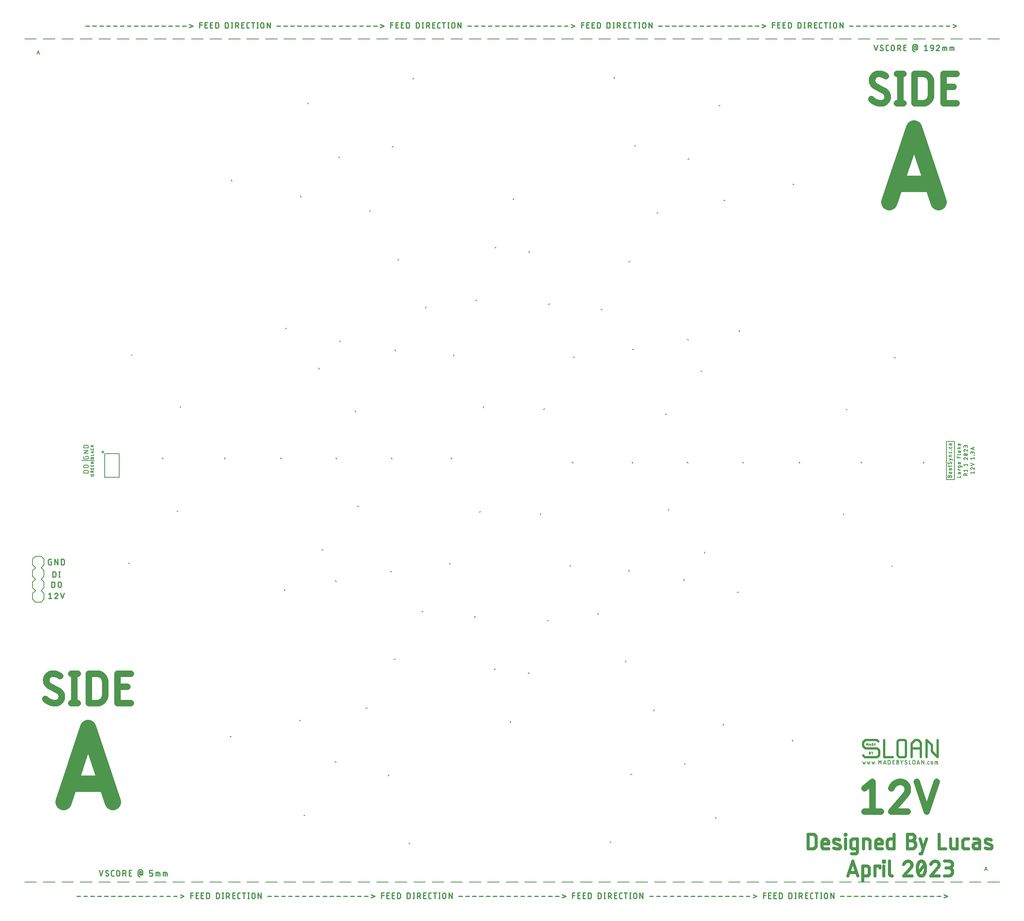
<source format=gbr>
G04 EAGLE Gerber RS-274X export*
G75*
%MOMM*%
%FSLAX34Y34*%
%LPD*%
%INSilkscreen Top*%
%IPPOS*%
%AMOC8*
5,1,8,0,0,1.08239X$1,22.5*%
G01*
%ADD10C,0.279400*%
%ADD11C,1.447800*%
%ADD12C,3.606800*%
%ADD13C,0.177800*%
%ADD14C,0.711200*%
%ADD15C,0.152400*%
%ADD16C,0.203200*%
%ADD17C,0.127000*%
%ADD18C,0.508000*%
%ADD19C,0.150000*%


D10*
X56956Y760678D02*
X58991Y760678D01*
X58991Y753897D01*
X54922Y753897D01*
X54821Y753899D01*
X54719Y753905D01*
X54618Y753914D01*
X54518Y753927D01*
X54418Y753944D01*
X54319Y753965D01*
X54220Y753989D01*
X54123Y754017D01*
X54026Y754049D01*
X53931Y754084D01*
X53837Y754123D01*
X53745Y754166D01*
X53655Y754211D01*
X53566Y754260D01*
X53479Y754313D01*
X53394Y754368D01*
X53312Y754427D01*
X53231Y754489D01*
X53153Y754553D01*
X53077Y754621D01*
X53004Y754691D01*
X52934Y754764D01*
X52866Y754840D01*
X52802Y754918D01*
X52740Y754999D01*
X52681Y755081D01*
X52626Y755166D01*
X52573Y755253D01*
X52524Y755342D01*
X52479Y755432D01*
X52436Y755524D01*
X52397Y755618D01*
X52362Y755713D01*
X52330Y755810D01*
X52302Y755907D01*
X52278Y756006D01*
X52257Y756105D01*
X52240Y756205D01*
X52227Y756305D01*
X52218Y756406D01*
X52212Y756508D01*
X52210Y756609D01*
X52210Y763391D01*
X52212Y763495D01*
X52218Y763599D01*
X52228Y763702D01*
X52242Y763805D01*
X52260Y763907D01*
X52281Y764009D01*
X52307Y764110D01*
X52336Y764209D01*
X52370Y764308D01*
X52407Y764405D01*
X52447Y764500D01*
X52492Y764594D01*
X52539Y764687D01*
X52591Y764777D01*
X52646Y764865D01*
X52704Y764951D01*
X52765Y765035D01*
X52830Y765116D01*
X52897Y765195D01*
X52968Y765272D01*
X53041Y765345D01*
X53118Y765416D01*
X53196Y765483D01*
X53278Y765548D01*
X53362Y765609D01*
X53448Y765667D01*
X53536Y765722D01*
X53626Y765774D01*
X53719Y765821D01*
X53813Y765866D01*
X53908Y765906D01*
X54005Y765943D01*
X54104Y765977D01*
X54203Y766006D01*
X54304Y766032D01*
X54406Y766053D01*
X54508Y766071D01*
X54611Y766085D01*
X54714Y766095D01*
X54818Y766101D01*
X54922Y766103D01*
X58991Y766103D01*
X66609Y766103D02*
X66609Y753897D01*
X73391Y753897D02*
X66609Y766103D01*
X73391Y766103D02*
X73391Y753897D01*
X81009Y753897D02*
X81009Y766103D01*
X84400Y766103D01*
X84516Y766101D01*
X84631Y766095D01*
X84747Y766085D01*
X84862Y766071D01*
X84976Y766054D01*
X85090Y766032D01*
X85203Y766007D01*
X85315Y765977D01*
X85426Y765944D01*
X85536Y765907D01*
X85644Y765867D01*
X85751Y765822D01*
X85856Y765774D01*
X85960Y765723D01*
X86062Y765668D01*
X86162Y765609D01*
X86260Y765547D01*
X86356Y765482D01*
X86449Y765414D01*
X86540Y765342D01*
X86629Y765268D01*
X86715Y765190D01*
X86798Y765110D01*
X86878Y765027D01*
X86956Y764941D01*
X87030Y764852D01*
X87102Y764761D01*
X87170Y764668D01*
X87235Y764572D01*
X87297Y764474D01*
X87356Y764374D01*
X87411Y764272D01*
X87462Y764168D01*
X87510Y764063D01*
X87555Y763956D01*
X87595Y763848D01*
X87632Y763738D01*
X87665Y763627D01*
X87695Y763515D01*
X87720Y763402D01*
X87742Y763288D01*
X87759Y763174D01*
X87773Y763059D01*
X87783Y762943D01*
X87789Y762828D01*
X87791Y762712D01*
X87791Y757288D01*
X87789Y757172D01*
X87783Y757057D01*
X87773Y756941D01*
X87759Y756826D01*
X87742Y756712D01*
X87720Y756598D01*
X87695Y756485D01*
X87665Y756373D01*
X87632Y756262D01*
X87595Y756152D01*
X87555Y756044D01*
X87510Y755937D01*
X87462Y755832D01*
X87411Y755728D01*
X87356Y755626D01*
X87297Y755526D01*
X87235Y755428D01*
X87170Y755332D01*
X87102Y755239D01*
X87030Y755148D01*
X86956Y755059D01*
X86878Y754973D01*
X86798Y754890D01*
X86715Y754810D01*
X86629Y754732D01*
X86540Y754658D01*
X86449Y754586D01*
X86356Y754518D01*
X86260Y754452D01*
X86162Y754391D01*
X86062Y754332D01*
X85960Y754277D01*
X85856Y754226D01*
X85751Y754178D01*
X85644Y754133D01*
X85536Y754093D01*
X85426Y754056D01*
X85315Y754023D01*
X85203Y753993D01*
X85090Y753968D01*
X84976Y753946D01*
X84862Y753929D01*
X84747Y753915D01*
X84631Y753905D01*
X84516Y753899D01*
X84400Y753897D01*
X81009Y753897D01*
X62002Y738603D02*
X62002Y726397D01*
X62002Y738603D02*
X65392Y738603D01*
X65508Y738601D01*
X65623Y738595D01*
X65739Y738585D01*
X65854Y738571D01*
X65968Y738554D01*
X66082Y738532D01*
X66195Y738507D01*
X66307Y738477D01*
X66418Y738444D01*
X66528Y738407D01*
X66636Y738367D01*
X66743Y738322D01*
X66848Y738274D01*
X66952Y738223D01*
X67054Y738168D01*
X67154Y738109D01*
X67252Y738047D01*
X67348Y737982D01*
X67441Y737914D01*
X67532Y737842D01*
X67621Y737768D01*
X67707Y737690D01*
X67790Y737610D01*
X67870Y737527D01*
X67948Y737441D01*
X68022Y737352D01*
X68094Y737261D01*
X68162Y737168D01*
X68227Y737072D01*
X68289Y736974D01*
X68348Y736874D01*
X68403Y736772D01*
X68454Y736668D01*
X68502Y736563D01*
X68547Y736456D01*
X68587Y736348D01*
X68624Y736238D01*
X68657Y736127D01*
X68687Y736015D01*
X68712Y735902D01*
X68734Y735788D01*
X68751Y735674D01*
X68765Y735559D01*
X68775Y735443D01*
X68781Y735328D01*
X68783Y735212D01*
X68783Y729788D01*
X68781Y729672D01*
X68775Y729557D01*
X68765Y729441D01*
X68751Y729326D01*
X68734Y729212D01*
X68712Y729098D01*
X68687Y728985D01*
X68657Y728873D01*
X68624Y728762D01*
X68587Y728652D01*
X68547Y728544D01*
X68502Y728437D01*
X68454Y728332D01*
X68403Y728228D01*
X68348Y728126D01*
X68289Y728026D01*
X68227Y727928D01*
X68162Y727832D01*
X68094Y727739D01*
X68022Y727648D01*
X67948Y727559D01*
X67870Y727473D01*
X67790Y727390D01*
X67707Y727310D01*
X67621Y727232D01*
X67532Y727158D01*
X67441Y727086D01*
X67348Y727018D01*
X67252Y726953D01*
X67154Y726891D01*
X67054Y726832D01*
X66952Y726777D01*
X66848Y726726D01*
X66743Y726678D01*
X66636Y726633D01*
X66528Y726593D01*
X66418Y726556D01*
X66307Y726523D01*
X66195Y726493D01*
X66082Y726468D01*
X65968Y726446D01*
X65854Y726429D01*
X65739Y726415D01*
X65623Y726405D01*
X65508Y726399D01*
X65392Y726397D01*
X62002Y726397D01*
X76642Y726397D02*
X76642Y738603D01*
X75286Y726397D02*
X77998Y726397D01*
X77998Y738603D02*
X75286Y738603D01*
X56161Y691103D02*
X52770Y688391D01*
X56161Y691103D02*
X56161Y678897D01*
X52770Y678897D02*
X59552Y678897D01*
X70000Y691104D02*
X70109Y691102D01*
X70218Y691096D01*
X70326Y691087D01*
X70434Y691073D01*
X70542Y691056D01*
X70649Y691034D01*
X70755Y691009D01*
X70860Y690980D01*
X70964Y690948D01*
X71067Y690912D01*
X71168Y690872D01*
X71268Y690828D01*
X71366Y690781D01*
X71463Y690731D01*
X71557Y690677D01*
X71650Y690620D01*
X71741Y690559D01*
X71829Y690495D01*
X71915Y690428D01*
X71999Y690359D01*
X72080Y690286D01*
X72158Y690210D01*
X72234Y690132D01*
X72307Y690051D01*
X72376Y689967D01*
X72443Y689881D01*
X72507Y689793D01*
X72568Y689702D01*
X72625Y689609D01*
X72679Y689515D01*
X72729Y689418D01*
X72776Y689320D01*
X72820Y689220D01*
X72860Y689119D01*
X72896Y689016D01*
X72928Y688912D01*
X72957Y688807D01*
X72982Y688701D01*
X73004Y688594D01*
X73021Y688486D01*
X73035Y688378D01*
X73044Y688270D01*
X73050Y688161D01*
X73052Y688052D01*
X70000Y691103D02*
X69877Y691101D01*
X69754Y691095D01*
X69631Y691086D01*
X69508Y691072D01*
X69386Y691055D01*
X69265Y691033D01*
X69144Y691008D01*
X69024Y690980D01*
X68906Y690947D01*
X68788Y690911D01*
X68671Y690871D01*
X68556Y690827D01*
X68442Y690780D01*
X68330Y690729D01*
X68219Y690675D01*
X68110Y690617D01*
X68003Y690556D01*
X67898Y690492D01*
X67795Y690424D01*
X67694Y690353D01*
X67596Y690279D01*
X67500Y690202D01*
X67406Y690122D01*
X67315Y690039D01*
X67226Y689953D01*
X67141Y689865D01*
X67058Y689773D01*
X66978Y689680D01*
X66901Y689583D01*
X66827Y689485D01*
X66756Y689384D01*
X66689Y689281D01*
X66624Y689176D01*
X66563Y689069D01*
X66506Y688960D01*
X66452Y688849D01*
X66401Y688737D01*
X66354Y688623D01*
X66311Y688507D01*
X66271Y688391D01*
X72035Y685678D02*
X72114Y685756D01*
X72190Y685836D01*
X72263Y685919D01*
X72334Y686004D01*
X72401Y686092D01*
X72466Y686181D01*
X72527Y686273D01*
X72586Y686367D01*
X72641Y686463D01*
X72693Y686561D01*
X72742Y686660D01*
X72787Y686761D01*
X72829Y686863D01*
X72867Y686967D01*
X72902Y687072D01*
X72933Y687178D01*
X72961Y687285D01*
X72985Y687393D01*
X73005Y687502D01*
X73022Y687611D01*
X73035Y687721D01*
X73045Y687831D01*
X73050Y687941D01*
X73052Y688052D01*
X72034Y685678D02*
X66270Y678897D01*
X73052Y678897D01*
X83161Y678897D02*
X79092Y691103D01*
X87230Y691103D02*
X83161Y678897D01*
X115182Y18644D02*
X123319Y18644D01*
X130482Y18644D02*
X138619Y18644D01*
X145782Y18644D02*
X153919Y18644D01*
X161082Y18644D02*
X169219Y18644D01*
X176382Y18644D02*
X184519Y18644D01*
X191682Y18644D02*
X199819Y18644D01*
X206982Y18644D02*
X215119Y18644D01*
X222282Y18644D02*
X230419Y18644D01*
X237582Y18644D02*
X245719Y18644D01*
X252882Y18644D02*
X261019Y18644D01*
X268182Y18644D02*
X276319Y18644D01*
X283482Y18644D02*
X291619Y18644D01*
X298782Y18644D02*
X306919Y18644D01*
X314082Y18644D02*
X322219Y18644D01*
X329382Y18644D02*
X337519Y18644D01*
X344682Y22034D02*
X352819Y18644D01*
X344682Y15253D01*
X367455Y13897D02*
X367455Y26103D01*
X372879Y26103D01*
X372879Y20678D02*
X367455Y20678D01*
X379154Y13897D02*
X384579Y13897D01*
X379154Y13897D02*
X379154Y26103D01*
X384579Y26103D01*
X383223Y20678D02*
X379154Y20678D01*
X390854Y13897D02*
X396279Y13897D01*
X390854Y13897D02*
X390854Y26103D01*
X396279Y26103D01*
X394923Y20678D02*
X390854Y20678D01*
X402510Y26103D02*
X402510Y13897D01*
X402510Y26103D02*
X405901Y26103D01*
X406017Y26101D01*
X406132Y26095D01*
X406248Y26085D01*
X406363Y26071D01*
X406477Y26054D01*
X406591Y26032D01*
X406704Y26007D01*
X406816Y25977D01*
X406927Y25944D01*
X407037Y25907D01*
X407145Y25867D01*
X407252Y25822D01*
X407357Y25774D01*
X407461Y25723D01*
X407563Y25668D01*
X407663Y25609D01*
X407761Y25547D01*
X407857Y25482D01*
X407950Y25414D01*
X408041Y25342D01*
X408130Y25268D01*
X408216Y25190D01*
X408299Y25110D01*
X408379Y25027D01*
X408457Y24941D01*
X408531Y24852D01*
X408603Y24761D01*
X408671Y24668D01*
X408736Y24572D01*
X408798Y24474D01*
X408857Y24374D01*
X408912Y24272D01*
X408963Y24168D01*
X409011Y24063D01*
X409056Y23956D01*
X409096Y23848D01*
X409133Y23738D01*
X409166Y23627D01*
X409196Y23515D01*
X409221Y23402D01*
X409243Y23288D01*
X409260Y23174D01*
X409274Y23059D01*
X409284Y22943D01*
X409290Y22828D01*
X409292Y22712D01*
X409291Y22712D02*
X409291Y17288D01*
X409292Y17288D02*
X409290Y17172D01*
X409284Y17057D01*
X409274Y16941D01*
X409260Y16826D01*
X409243Y16712D01*
X409221Y16598D01*
X409196Y16485D01*
X409166Y16373D01*
X409133Y16262D01*
X409096Y16152D01*
X409056Y16044D01*
X409011Y15937D01*
X408963Y15832D01*
X408912Y15728D01*
X408857Y15626D01*
X408798Y15526D01*
X408736Y15428D01*
X408671Y15332D01*
X408603Y15239D01*
X408531Y15148D01*
X408457Y15059D01*
X408379Y14973D01*
X408299Y14890D01*
X408216Y14810D01*
X408130Y14732D01*
X408041Y14658D01*
X407950Y14586D01*
X407857Y14518D01*
X407761Y14452D01*
X407663Y14391D01*
X407563Y14332D01*
X407461Y14277D01*
X407357Y14226D01*
X407252Y14178D01*
X407145Y14133D01*
X407037Y14093D01*
X406927Y14056D01*
X406816Y14023D01*
X406704Y13993D01*
X406591Y13968D01*
X406477Y13946D01*
X406363Y13929D01*
X406248Y13915D01*
X406132Y13905D01*
X406017Y13899D01*
X405901Y13897D01*
X402510Y13897D01*
X424110Y13897D02*
X424110Y26103D01*
X427501Y26103D01*
X427617Y26101D01*
X427732Y26095D01*
X427848Y26085D01*
X427963Y26071D01*
X428077Y26054D01*
X428191Y26032D01*
X428304Y26007D01*
X428416Y25977D01*
X428527Y25944D01*
X428637Y25907D01*
X428745Y25867D01*
X428852Y25822D01*
X428957Y25774D01*
X429061Y25723D01*
X429163Y25668D01*
X429263Y25609D01*
X429361Y25547D01*
X429457Y25482D01*
X429550Y25414D01*
X429641Y25342D01*
X429730Y25268D01*
X429816Y25190D01*
X429899Y25110D01*
X429979Y25027D01*
X430057Y24941D01*
X430131Y24852D01*
X430203Y24761D01*
X430271Y24668D01*
X430336Y24572D01*
X430398Y24474D01*
X430457Y24374D01*
X430512Y24272D01*
X430563Y24168D01*
X430611Y24063D01*
X430656Y23956D01*
X430696Y23848D01*
X430733Y23738D01*
X430766Y23627D01*
X430796Y23515D01*
X430821Y23402D01*
X430843Y23288D01*
X430860Y23174D01*
X430874Y23059D01*
X430884Y22943D01*
X430890Y22828D01*
X430892Y22712D01*
X430891Y22712D02*
X430891Y17288D01*
X430892Y17288D02*
X430890Y17172D01*
X430884Y17057D01*
X430874Y16941D01*
X430860Y16826D01*
X430843Y16712D01*
X430821Y16598D01*
X430796Y16485D01*
X430766Y16373D01*
X430733Y16262D01*
X430696Y16152D01*
X430656Y16044D01*
X430611Y15937D01*
X430563Y15832D01*
X430512Y15728D01*
X430457Y15626D01*
X430398Y15526D01*
X430336Y15428D01*
X430271Y15332D01*
X430203Y15239D01*
X430131Y15148D01*
X430057Y15059D01*
X429979Y14973D01*
X429899Y14890D01*
X429816Y14810D01*
X429730Y14732D01*
X429641Y14658D01*
X429550Y14586D01*
X429457Y14518D01*
X429361Y14452D01*
X429263Y14391D01*
X429163Y14332D01*
X429061Y14277D01*
X428957Y14226D01*
X428852Y14178D01*
X428745Y14133D01*
X428637Y14093D01*
X428527Y14056D01*
X428416Y14023D01*
X428304Y13993D01*
X428191Y13968D01*
X428077Y13946D01*
X427963Y13929D01*
X427848Y13915D01*
X427732Y13905D01*
X427617Y13899D01*
X427501Y13897D01*
X424110Y13897D01*
X438751Y13897D02*
X438751Y26103D01*
X437394Y13897D02*
X440107Y13897D01*
X440107Y26103D02*
X437394Y26103D01*
X446755Y26103D02*
X446755Y13897D01*
X446755Y26103D02*
X450145Y26103D01*
X450261Y26101D01*
X450376Y26095D01*
X450492Y26085D01*
X450607Y26071D01*
X450721Y26054D01*
X450835Y26032D01*
X450948Y26007D01*
X451060Y25977D01*
X451171Y25944D01*
X451281Y25907D01*
X451389Y25867D01*
X451496Y25822D01*
X451601Y25774D01*
X451705Y25723D01*
X451807Y25668D01*
X451907Y25609D01*
X452005Y25547D01*
X452101Y25482D01*
X452194Y25414D01*
X452285Y25342D01*
X452374Y25268D01*
X452460Y25190D01*
X452543Y25110D01*
X452623Y25027D01*
X452701Y24941D01*
X452775Y24852D01*
X452847Y24761D01*
X452915Y24668D01*
X452980Y24572D01*
X453042Y24474D01*
X453101Y24374D01*
X453156Y24272D01*
X453207Y24168D01*
X453255Y24063D01*
X453300Y23956D01*
X453340Y23848D01*
X453377Y23738D01*
X453410Y23627D01*
X453440Y23515D01*
X453465Y23402D01*
X453487Y23288D01*
X453504Y23174D01*
X453518Y23059D01*
X453528Y22943D01*
X453534Y22828D01*
X453536Y22712D01*
X453534Y22596D01*
X453528Y22481D01*
X453518Y22365D01*
X453504Y22250D01*
X453487Y22136D01*
X453465Y22022D01*
X453440Y21909D01*
X453410Y21797D01*
X453377Y21686D01*
X453340Y21576D01*
X453300Y21468D01*
X453255Y21361D01*
X453207Y21256D01*
X453156Y21152D01*
X453101Y21050D01*
X453042Y20950D01*
X452980Y20852D01*
X452915Y20756D01*
X452847Y20663D01*
X452775Y20572D01*
X452701Y20483D01*
X452623Y20397D01*
X452543Y20314D01*
X452460Y20234D01*
X452374Y20156D01*
X452285Y20082D01*
X452194Y20010D01*
X452101Y19942D01*
X452005Y19877D01*
X451907Y19815D01*
X451807Y19756D01*
X451705Y19701D01*
X451601Y19650D01*
X451496Y19602D01*
X451389Y19557D01*
X451281Y19517D01*
X451171Y19480D01*
X451060Y19447D01*
X450948Y19417D01*
X450835Y19392D01*
X450721Y19370D01*
X450607Y19353D01*
X450492Y19339D01*
X450376Y19329D01*
X450261Y19323D01*
X450145Y19321D01*
X450145Y19322D02*
X446755Y19322D01*
X450823Y19322D02*
X453536Y13897D01*
X460604Y13897D02*
X466029Y13897D01*
X460604Y13897D02*
X460604Y26103D01*
X466029Y26103D01*
X464673Y20678D02*
X460604Y20678D01*
X474457Y13897D02*
X477170Y13897D01*
X474457Y13897D02*
X474356Y13899D01*
X474254Y13905D01*
X474153Y13914D01*
X474053Y13927D01*
X473953Y13944D01*
X473854Y13965D01*
X473755Y13989D01*
X473658Y14017D01*
X473561Y14049D01*
X473466Y14084D01*
X473372Y14123D01*
X473280Y14166D01*
X473190Y14211D01*
X473101Y14260D01*
X473014Y14313D01*
X472929Y14368D01*
X472847Y14427D01*
X472766Y14489D01*
X472688Y14553D01*
X472612Y14621D01*
X472539Y14691D01*
X472469Y14764D01*
X472401Y14840D01*
X472337Y14918D01*
X472275Y14999D01*
X472216Y15081D01*
X472161Y15166D01*
X472108Y15253D01*
X472059Y15342D01*
X472014Y15432D01*
X471971Y15524D01*
X471932Y15618D01*
X471897Y15713D01*
X471865Y15810D01*
X471837Y15907D01*
X471813Y16006D01*
X471792Y16105D01*
X471775Y16205D01*
X471762Y16305D01*
X471753Y16406D01*
X471747Y16508D01*
X471745Y16609D01*
X471745Y23391D01*
X471747Y23495D01*
X471753Y23599D01*
X471763Y23702D01*
X471777Y23805D01*
X471795Y23907D01*
X471816Y24009D01*
X471842Y24110D01*
X471871Y24209D01*
X471905Y24308D01*
X471942Y24405D01*
X471982Y24500D01*
X472027Y24594D01*
X472074Y24687D01*
X472126Y24777D01*
X472181Y24865D01*
X472239Y24951D01*
X472300Y25035D01*
X472365Y25116D01*
X472432Y25195D01*
X472503Y25272D01*
X472576Y25345D01*
X472653Y25416D01*
X472731Y25483D01*
X472813Y25548D01*
X472897Y25609D01*
X472983Y25667D01*
X473071Y25722D01*
X473161Y25774D01*
X473254Y25821D01*
X473348Y25866D01*
X473443Y25906D01*
X473540Y25943D01*
X473639Y25977D01*
X473738Y26006D01*
X473839Y26032D01*
X473941Y26053D01*
X474043Y26071D01*
X474146Y26085D01*
X474249Y26095D01*
X474353Y26101D01*
X474457Y26103D01*
X477170Y26103D01*
X485550Y26103D02*
X485550Y13897D01*
X482160Y26103D02*
X488941Y26103D01*
X495450Y26103D02*
X495450Y13897D01*
X494094Y13897D02*
X496807Y13897D01*
X496807Y26103D02*
X494094Y26103D01*
X502860Y22712D02*
X502860Y17288D01*
X502859Y22712D02*
X502861Y22828D01*
X502867Y22943D01*
X502877Y23059D01*
X502891Y23174D01*
X502908Y23288D01*
X502930Y23402D01*
X502955Y23515D01*
X502985Y23627D01*
X503018Y23738D01*
X503055Y23848D01*
X503095Y23956D01*
X503140Y24063D01*
X503188Y24168D01*
X503239Y24272D01*
X503294Y24374D01*
X503353Y24474D01*
X503415Y24572D01*
X503480Y24668D01*
X503548Y24761D01*
X503620Y24852D01*
X503694Y24941D01*
X503772Y25027D01*
X503852Y25110D01*
X503935Y25190D01*
X504021Y25268D01*
X504110Y25342D01*
X504201Y25414D01*
X504294Y25482D01*
X504390Y25547D01*
X504488Y25609D01*
X504588Y25668D01*
X504690Y25723D01*
X504794Y25774D01*
X504899Y25822D01*
X505006Y25867D01*
X505114Y25907D01*
X505224Y25944D01*
X505335Y25977D01*
X505447Y26007D01*
X505560Y26032D01*
X505674Y26054D01*
X505788Y26071D01*
X505903Y26085D01*
X506019Y26095D01*
X506134Y26101D01*
X506250Y26103D01*
X506366Y26101D01*
X506481Y26095D01*
X506597Y26085D01*
X506712Y26071D01*
X506826Y26054D01*
X506940Y26032D01*
X507053Y26007D01*
X507165Y25977D01*
X507276Y25944D01*
X507386Y25907D01*
X507494Y25867D01*
X507601Y25822D01*
X507706Y25774D01*
X507810Y25723D01*
X507912Y25668D01*
X508012Y25609D01*
X508110Y25547D01*
X508206Y25482D01*
X508299Y25414D01*
X508390Y25342D01*
X508479Y25268D01*
X508565Y25190D01*
X508648Y25110D01*
X508728Y25027D01*
X508806Y24941D01*
X508880Y24852D01*
X508952Y24761D01*
X509020Y24668D01*
X509085Y24572D01*
X509147Y24474D01*
X509206Y24374D01*
X509261Y24272D01*
X509312Y24168D01*
X509360Y24063D01*
X509405Y23956D01*
X509445Y23848D01*
X509482Y23738D01*
X509515Y23627D01*
X509545Y23515D01*
X509570Y23402D01*
X509592Y23288D01*
X509609Y23174D01*
X509623Y23059D01*
X509633Y22943D01*
X509639Y22828D01*
X509641Y22712D01*
X509641Y17288D01*
X509639Y17172D01*
X509633Y17057D01*
X509623Y16941D01*
X509609Y16826D01*
X509592Y16712D01*
X509570Y16598D01*
X509545Y16485D01*
X509515Y16373D01*
X509482Y16262D01*
X509445Y16152D01*
X509405Y16044D01*
X509360Y15937D01*
X509312Y15832D01*
X509261Y15728D01*
X509206Y15626D01*
X509147Y15526D01*
X509085Y15428D01*
X509020Y15332D01*
X508952Y15239D01*
X508880Y15148D01*
X508806Y15059D01*
X508728Y14973D01*
X508648Y14890D01*
X508565Y14810D01*
X508479Y14732D01*
X508390Y14658D01*
X508299Y14586D01*
X508206Y14518D01*
X508110Y14453D01*
X508012Y14391D01*
X507912Y14332D01*
X507810Y14277D01*
X507706Y14226D01*
X507601Y14178D01*
X507494Y14133D01*
X507386Y14093D01*
X507276Y14056D01*
X507165Y14023D01*
X507053Y13993D01*
X506940Y13968D01*
X506826Y13946D01*
X506712Y13929D01*
X506597Y13915D01*
X506481Y13905D01*
X506366Y13899D01*
X506250Y13897D01*
X506134Y13899D01*
X506019Y13905D01*
X505903Y13915D01*
X505788Y13929D01*
X505674Y13946D01*
X505560Y13968D01*
X505447Y13993D01*
X505335Y14023D01*
X505224Y14056D01*
X505114Y14093D01*
X505006Y14133D01*
X504899Y14178D01*
X504794Y14226D01*
X504690Y14277D01*
X504588Y14332D01*
X504488Y14391D01*
X504390Y14453D01*
X504294Y14518D01*
X504201Y14586D01*
X504110Y14658D01*
X504021Y14732D01*
X503935Y14810D01*
X503852Y14890D01*
X503772Y14973D01*
X503694Y15059D01*
X503620Y15148D01*
X503548Y15239D01*
X503480Y15332D01*
X503415Y15428D01*
X503353Y15526D01*
X503294Y15626D01*
X503239Y15728D01*
X503188Y15832D01*
X503140Y15937D01*
X503095Y16044D01*
X503055Y16152D01*
X503018Y16262D01*
X502985Y16373D01*
X502955Y16485D01*
X502930Y16598D01*
X502908Y16712D01*
X502891Y16826D01*
X502877Y16941D01*
X502867Y17057D01*
X502861Y17172D01*
X502859Y17288D01*
X516810Y13897D02*
X516810Y26103D01*
X523591Y13897D01*
X523591Y26103D01*
X538182Y18644D02*
X546319Y18644D01*
X553482Y18644D02*
X561619Y18644D01*
X568782Y18644D02*
X576919Y18644D01*
X584082Y18644D02*
X592219Y18644D01*
X599382Y18644D02*
X607519Y18644D01*
X614682Y18644D02*
X622819Y18644D01*
X629982Y18644D02*
X638119Y18644D01*
X645282Y18644D02*
X653419Y18644D01*
X660582Y18644D02*
X668719Y18644D01*
X675882Y18644D02*
X684019Y18644D01*
X691182Y18644D02*
X699319Y18644D01*
X706482Y18644D02*
X714619Y18644D01*
X721782Y18644D02*
X729919Y18644D01*
X737082Y18644D02*
X745219Y18644D01*
X752382Y18644D02*
X760519Y18644D01*
X767682Y22034D02*
X775819Y18644D01*
X767682Y15253D01*
X790454Y13897D02*
X790454Y26103D01*
X795879Y26103D01*
X795879Y20678D02*
X790454Y20678D01*
X802154Y13897D02*
X807579Y13897D01*
X802154Y13897D02*
X802154Y26103D01*
X807579Y26103D01*
X806223Y20678D02*
X802154Y20678D01*
X813854Y13897D02*
X819279Y13897D01*
X813854Y13897D02*
X813854Y26103D01*
X819279Y26103D01*
X817923Y20678D02*
X813854Y20678D01*
X825510Y26103D02*
X825510Y13897D01*
X825510Y26103D02*
X828900Y26103D01*
X829016Y26101D01*
X829131Y26095D01*
X829247Y26085D01*
X829362Y26071D01*
X829476Y26054D01*
X829590Y26032D01*
X829703Y26007D01*
X829815Y25977D01*
X829926Y25944D01*
X830036Y25907D01*
X830144Y25867D01*
X830251Y25822D01*
X830356Y25774D01*
X830460Y25723D01*
X830562Y25668D01*
X830662Y25609D01*
X830760Y25547D01*
X830856Y25482D01*
X830949Y25414D01*
X831040Y25342D01*
X831129Y25268D01*
X831215Y25190D01*
X831298Y25110D01*
X831378Y25027D01*
X831456Y24941D01*
X831530Y24852D01*
X831602Y24761D01*
X831670Y24668D01*
X831735Y24572D01*
X831797Y24474D01*
X831856Y24374D01*
X831911Y24272D01*
X831962Y24168D01*
X832010Y24063D01*
X832055Y23956D01*
X832095Y23848D01*
X832132Y23738D01*
X832165Y23627D01*
X832195Y23515D01*
X832220Y23402D01*
X832242Y23288D01*
X832259Y23174D01*
X832273Y23059D01*
X832283Y22943D01*
X832289Y22828D01*
X832291Y22712D01*
X832291Y17288D01*
X832289Y17172D01*
X832283Y17057D01*
X832273Y16941D01*
X832259Y16826D01*
X832242Y16712D01*
X832220Y16598D01*
X832195Y16485D01*
X832165Y16373D01*
X832132Y16262D01*
X832095Y16152D01*
X832055Y16044D01*
X832010Y15937D01*
X831962Y15832D01*
X831911Y15728D01*
X831856Y15626D01*
X831797Y15526D01*
X831735Y15428D01*
X831670Y15332D01*
X831602Y15239D01*
X831530Y15148D01*
X831456Y15059D01*
X831378Y14973D01*
X831298Y14890D01*
X831215Y14810D01*
X831129Y14732D01*
X831040Y14658D01*
X830949Y14586D01*
X830856Y14518D01*
X830760Y14452D01*
X830662Y14391D01*
X830562Y14332D01*
X830460Y14277D01*
X830356Y14226D01*
X830251Y14178D01*
X830144Y14133D01*
X830036Y14093D01*
X829926Y14056D01*
X829815Y14023D01*
X829703Y13993D01*
X829590Y13968D01*
X829476Y13946D01*
X829362Y13929D01*
X829247Y13915D01*
X829131Y13905D01*
X829016Y13899D01*
X828900Y13897D01*
X825510Y13897D01*
X847110Y13897D02*
X847110Y26103D01*
X850500Y26103D01*
X850616Y26101D01*
X850731Y26095D01*
X850847Y26085D01*
X850962Y26071D01*
X851076Y26054D01*
X851190Y26032D01*
X851303Y26007D01*
X851415Y25977D01*
X851526Y25944D01*
X851636Y25907D01*
X851744Y25867D01*
X851851Y25822D01*
X851956Y25774D01*
X852060Y25723D01*
X852162Y25668D01*
X852262Y25609D01*
X852360Y25547D01*
X852456Y25482D01*
X852549Y25414D01*
X852640Y25342D01*
X852729Y25268D01*
X852815Y25190D01*
X852898Y25110D01*
X852978Y25027D01*
X853056Y24941D01*
X853130Y24852D01*
X853202Y24761D01*
X853270Y24668D01*
X853335Y24572D01*
X853397Y24474D01*
X853456Y24374D01*
X853511Y24272D01*
X853562Y24168D01*
X853610Y24063D01*
X853655Y23956D01*
X853695Y23848D01*
X853732Y23738D01*
X853765Y23627D01*
X853795Y23515D01*
X853820Y23402D01*
X853842Y23288D01*
X853859Y23174D01*
X853873Y23059D01*
X853883Y22943D01*
X853889Y22828D01*
X853891Y22712D01*
X853891Y17288D01*
X853889Y17172D01*
X853883Y17057D01*
X853873Y16941D01*
X853859Y16826D01*
X853842Y16712D01*
X853820Y16598D01*
X853795Y16485D01*
X853765Y16373D01*
X853732Y16262D01*
X853695Y16152D01*
X853655Y16044D01*
X853610Y15937D01*
X853562Y15832D01*
X853511Y15728D01*
X853456Y15626D01*
X853397Y15526D01*
X853335Y15428D01*
X853270Y15332D01*
X853202Y15239D01*
X853130Y15148D01*
X853056Y15059D01*
X852978Y14973D01*
X852898Y14890D01*
X852815Y14810D01*
X852729Y14732D01*
X852640Y14658D01*
X852549Y14586D01*
X852456Y14518D01*
X852360Y14452D01*
X852262Y14391D01*
X852162Y14332D01*
X852060Y14277D01*
X851956Y14226D01*
X851851Y14178D01*
X851744Y14133D01*
X851636Y14093D01*
X851526Y14056D01*
X851415Y14023D01*
X851303Y13993D01*
X851190Y13968D01*
X851076Y13946D01*
X850962Y13929D01*
X850847Y13915D01*
X850731Y13905D01*
X850616Y13899D01*
X850500Y13897D01*
X847110Y13897D01*
X861750Y13897D02*
X861750Y26103D01*
X860394Y13897D02*
X863106Y13897D01*
X863106Y26103D02*
X860394Y26103D01*
X869754Y26103D02*
X869754Y13897D01*
X869754Y26103D02*
X873145Y26103D01*
X873261Y26101D01*
X873376Y26095D01*
X873492Y26085D01*
X873607Y26071D01*
X873721Y26054D01*
X873835Y26032D01*
X873948Y26007D01*
X874060Y25977D01*
X874171Y25944D01*
X874281Y25907D01*
X874389Y25867D01*
X874496Y25822D01*
X874601Y25774D01*
X874705Y25723D01*
X874807Y25668D01*
X874907Y25609D01*
X875005Y25547D01*
X875101Y25482D01*
X875194Y25414D01*
X875285Y25342D01*
X875374Y25268D01*
X875460Y25190D01*
X875543Y25110D01*
X875623Y25027D01*
X875701Y24941D01*
X875775Y24852D01*
X875847Y24761D01*
X875915Y24668D01*
X875980Y24572D01*
X876042Y24474D01*
X876101Y24374D01*
X876156Y24272D01*
X876207Y24168D01*
X876255Y24063D01*
X876300Y23956D01*
X876340Y23848D01*
X876377Y23738D01*
X876410Y23627D01*
X876440Y23515D01*
X876465Y23402D01*
X876487Y23288D01*
X876504Y23174D01*
X876518Y23059D01*
X876528Y22943D01*
X876534Y22828D01*
X876536Y22712D01*
X876534Y22596D01*
X876528Y22481D01*
X876518Y22365D01*
X876504Y22250D01*
X876487Y22136D01*
X876465Y22022D01*
X876440Y21909D01*
X876410Y21797D01*
X876377Y21686D01*
X876340Y21576D01*
X876300Y21468D01*
X876255Y21361D01*
X876207Y21256D01*
X876156Y21152D01*
X876101Y21050D01*
X876042Y20950D01*
X875980Y20852D01*
X875915Y20756D01*
X875847Y20663D01*
X875775Y20572D01*
X875701Y20483D01*
X875623Y20397D01*
X875543Y20314D01*
X875460Y20234D01*
X875374Y20156D01*
X875285Y20082D01*
X875194Y20010D01*
X875101Y19942D01*
X875005Y19877D01*
X874907Y19815D01*
X874807Y19756D01*
X874705Y19701D01*
X874601Y19650D01*
X874496Y19602D01*
X874389Y19557D01*
X874281Y19517D01*
X874171Y19480D01*
X874060Y19447D01*
X873948Y19417D01*
X873835Y19392D01*
X873721Y19370D01*
X873607Y19353D01*
X873492Y19339D01*
X873376Y19329D01*
X873261Y19323D01*
X873145Y19321D01*
X873145Y19322D02*
X869754Y19322D01*
X873823Y19322D02*
X876535Y13897D01*
X883604Y13897D02*
X889029Y13897D01*
X883604Y13897D02*
X883604Y26103D01*
X889029Y26103D01*
X887673Y20678D02*
X883604Y20678D01*
X897457Y13897D02*
X900169Y13897D01*
X897457Y13897D02*
X897356Y13899D01*
X897254Y13905D01*
X897153Y13914D01*
X897053Y13927D01*
X896953Y13944D01*
X896854Y13965D01*
X896755Y13989D01*
X896658Y14017D01*
X896561Y14049D01*
X896466Y14084D01*
X896372Y14123D01*
X896280Y14166D01*
X896190Y14211D01*
X896101Y14260D01*
X896014Y14313D01*
X895929Y14368D01*
X895847Y14427D01*
X895766Y14489D01*
X895688Y14553D01*
X895612Y14621D01*
X895539Y14691D01*
X895469Y14764D01*
X895401Y14840D01*
X895337Y14918D01*
X895275Y14999D01*
X895216Y15081D01*
X895161Y15166D01*
X895108Y15253D01*
X895059Y15342D01*
X895014Y15432D01*
X894971Y15524D01*
X894932Y15618D01*
X894897Y15713D01*
X894865Y15810D01*
X894837Y15907D01*
X894813Y16006D01*
X894792Y16105D01*
X894775Y16205D01*
X894762Y16305D01*
X894753Y16406D01*
X894747Y16508D01*
X894745Y16609D01*
X894744Y16609D02*
X894744Y23391D01*
X894745Y23391D02*
X894747Y23495D01*
X894753Y23599D01*
X894763Y23702D01*
X894777Y23805D01*
X894795Y23907D01*
X894816Y24009D01*
X894842Y24110D01*
X894871Y24209D01*
X894905Y24308D01*
X894942Y24405D01*
X894982Y24500D01*
X895027Y24594D01*
X895074Y24687D01*
X895126Y24777D01*
X895181Y24865D01*
X895239Y24951D01*
X895300Y25035D01*
X895365Y25116D01*
X895432Y25195D01*
X895503Y25272D01*
X895576Y25345D01*
X895653Y25416D01*
X895731Y25483D01*
X895813Y25548D01*
X895897Y25609D01*
X895983Y25667D01*
X896071Y25722D01*
X896161Y25774D01*
X896254Y25821D01*
X896348Y25866D01*
X896443Y25906D01*
X896540Y25943D01*
X896639Y25977D01*
X896738Y26006D01*
X896839Y26032D01*
X896941Y26053D01*
X897043Y26071D01*
X897146Y26085D01*
X897249Y26095D01*
X897353Y26101D01*
X897457Y26103D01*
X900169Y26103D01*
X908550Y26103D02*
X908550Y13897D01*
X905160Y26103D02*
X911941Y26103D01*
X918450Y26103D02*
X918450Y13897D01*
X917094Y13897D02*
X919806Y13897D01*
X919806Y26103D02*
X917094Y26103D01*
X925860Y22712D02*
X925860Y17288D01*
X925859Y22712D02*
X925861Y22828D01*
X925867Y22943D01*
X925877Y23059D01*
X925891Y23174D01*
X925908Y23288D01*
X925930Y23402D01*
X925955Y23515D01*
X925985Y23627D01*
X926018Y23738D01*
X926055Y23848D01*
X926095Y23956D01*
X926140Y24063D01*
X926188Y24168D01*
X926239Y24272D01*
X926294Y24374D01*
X926353Y24474D01*
X926415Y24572D01*
X926480Y24668D01*
X926548Y24761D01*
X926620Y24852D01*
X926694Y24941D01*
X926772Y25027D01*
X926852Y25110D01*
X926935Y25190D01*
X927021Y25268D01*
X927110Y25342D01*
X927201Y25414D01*
X927294Y25482D01*
X927390Y25547D01*
X927488Y25609D01*
X927588Y25668D01*
X927690Y25723D01*
X927794Y25774D01*
X927899Y25822D01*
X928006Y25867D01*
X928114Y25907D01*
X928224Y25944D01*
X928335Y25977D01*
X928447Y26007D01*
X928560Y26032D01*
X928674Y26054D01*
X928788Y26071D01*
X928903Y26085D01*
X929019Y26095D01*
X929134Y26101D01*
X929250Y26103D01*
X929366Y26101D01*
X929481Y26095D01*
X929597Y26085D01*
X929712Y26071D01*
X929826Y26054D01*
X929940Y26032D01*
X930053Y26007D01*
X930165Y25977D01*
X930276Y25944D01*
X930386Y25907D01*
X930494Y25867D01*
X930601Y25822D01*
X930706Y25774D01*
X930810Y25723D01*
X930912Y25668D01*
X931012Y25609D01*
X931110Y25547D01*
X931206Y25482D01*
X931299Y25414D01*
X931390Y25342D01*
X931479Y25268D01*
X931565Y25190D01*
X931648Y25110D01*
X931728Y25027D01*
X931806Y24941D01*
X931880Y24852D01*
X931952Y24761D01*
X932020Y24668D01*
X932085Y24572D01*
X932147Y24474D01*
X932206Y24374D01*
X932261Y24272D01*
X932312Y24168D01*
X932360Y24063D01*
X932405Y23956D01*
X932445Y23848D01*
X932482Y23738D01*
X932515Y23627D01*
X932545Y23515D01*
X932570Y23402D01*
X932592Y23288D01*
X932609Y23174D01*
X932623Y23059D01*
X932633Y22943D01*
X932639Y22828D01*
X932641Y22712D01*
X932641Y17288D01*
X932639Y17172D01*
X932633Y17057D01*
X932623Y16941D01*
X932609Y16826D01*
X932592Y16712D01*
X932570Y16598D01*
X932545Y16485D01*
X932515Y16373D01*
X932482Y16262D01*
X932445Y16152D01*
X932405Y16044D01*
X932360Y15937D01*
X932312Y15832D01*
X932261Y15728D01*
X932206Y15626D01*
X932147Y15526D01*
X932085Y15428D01*
X932020Y15332D01*
X931952Y15239D01*
X931880Y15148D01*
X931806Y15059D01*
X931728Y14973D01*
X931648Y14890D01*
X931565Y14810D01*
X931479Y14732D01*
X931390Y14658D01*
X931299Y14586D01*
X931206Y14518D01*
X931110Y14453D01*
X931012Y14391D01*
X930912Y14332D01*
X930810Y14277D01*
X930706Y14226D01*
X930601Y14178D01*
X930494Y14133D01*
X930386Y14093D01*
X930276Y14056D01*
X930165Y14023D01*
X930053Y13993D01*
X929940Y13968D01*
X929826Y13946D01*
X929712Y13929D01*
X929597Y13915D01*
X929481Y13905D01*
X929366Y13899D01*
X929250Y13897D01*
X929134Y13899D01*
X929019Y13905D01*
X928903Y13915D01*
X928788Y13929D01*
X928674Y13946D01*
X928560Y13968D01*
X928447Y13993D01*
X928335Y14023D01*
X928224Y14056D01*
X928114Y14093D01*
X928006Y14133D01*
X927899Y14178D01*
X927794Y14226D01*
X927690Y14277D01*
X927588Y14332D01*
X927488Y14391D01*
X927390Y14453D01*
X927294Y14518D01*
X927201Y14586D01*
X927110Y14658D01*
X927021Y14732D01*
X926935Y14810D01*
X926852Y14890D01*
X926772Y14973D01*
X926694Y15059D01*
X926620Y15148D01*
X926548Y15239D01*
X926480Y15332D01*
X926415Y15428D01*
X926353Y15526D01*
X926294Y15626D01*
X926239Y15728D01*
X926188Y15832D01*
X926140Y15937D01*
X926095Y16044D01*
X926055Y16152D01*
X926018Y16262D01*
X925985Y16373D01*
X925955Y16485D01*
X925930Y16598D01*
X925908Y16712D01*
X925891Y16826D01*
X925877Y16941D01*
X925867Y17057D01*
X925861Y17172D01*
X925859Y17288D01*
X939809Y13897D02*
X939809Y26103D01*
X946591Y13897D01*
X946591Y26103D01*
X961181Y18644D02*
X969319Y18644D01*
X976481Y18644D02*
X984619Y18644D01*
X991781Y18644D02*
X999919Y18644D01*
X1007081Y18644D02*
X1015219Y18644D01*
X1022381Y18644D02*
X1030519Y18644D01*
X1037681Y18644D02*
X1045819Y18644D01*
X1052981Y18644D02*
X1061119Y18644D01*
X1068281Y18644D02*
X1076419Y18644D01*
X1083581Y18644D02*
X1091719Y18644D01*
X1098881Y18644D02*
X1107019Y18644D01*
X1114181Y18644D02*
X1122319Y18644D01*
X1129481Y18644D02*
X1137619Y18644D01*
X1144781Y18644D02*
X1152919Y18644D01*
X1160081Y18644D02*
X1168219Y18644D01*
X1175381Y18644D02*
X1183519Y18644D01*
X1190681Y22034D02*
X1198819Y18644D01*
X1190681Y15253D01*
X1213454Y13897D02*
X1213454Y26103D01*
X1218879Y26103D01*
X1218879Y20678D02*
X1213454Y20678D01*
X1225154Y13897D02*
X1230579Y13897D01*
X1225154Y13897D02*
X1225154Y26103D01*
X1230579Y26103D01*
X1229222Y20678D02*
X1225154Y20678D01*
X1236854Y13897D02*
X1242279Y13897D01*
X1236854Y13897D02*
X1236854Y26103D01*
X1242279Y26103D01*
X1240922Y20678D02*
X1236854Y20678D01*
X1248509Y26103D02*
X1248509Y13897D01*
X1248509Y26103D02*
X1251900Y26103D01*
X1252016Y26101D01*
X1252131Y26095D01*
X1252247Y26085D01*
X1252362Y26071D01*
X1252476Y26054D01*
X1252590Y26032D01*
X1252703Y26007D01*
X1252815Y25977D01*
X1252926Y25944D01*
X1253036Y25907D01*
X1253144Y25867D01*
X1253251Y25822D01*
X1253356Y25774D01*
X1253460Y25723D01*
X1253562Y25668D01*
X1253662Y25609D01*
X1253760Y25547D01*
X1253856Y25482D01*
X1253949Y25414D01*
X1254040Y25342D01*
X1254129Y25268D01*
X1254215Y25190D01*
X1254298Y25110D01*
X1254378Y25027D01*
X1254456Y24941D01*
X1254530Y24852D01*
X1254602Y24761D01*
X1254670Y24668D01*
X1254735Y24572D01*
X1254797Y24474D01*
X1254856Y24374D01*
X1254911Y24272D01*
X1254962Y24168D01*
X1255010Y24063D01*
X1255055Y23956D01*
X1255095Y23848D01*
X1255132Y23738D01*
X1255165Y23627D01*
X1255195Y23515D01*
X1255220Y23402D01*
X1255242Y23288D01*
X1255259Y23174D01*
X1255273Y23059D01*
X1255283Y22943D01*
X1255289Y22828D01*
X1255291Y22712D01*
X1255290Y22712D02*
X1255290Y17288D01*
X1255291Y17288D02*
X1255289Y17172D01*
X1255283Y17057D01*
X1255273Y16941D01*
X1255259Y16826D01*
X1255242Y16712D01*
X1255220Y16598D01*
X1255195Y16485D01*
X1255165Y16373D01*
X1255132Y16262D01*
X1255095Y16152D01*
X1255055Y16044D01*
X1255010Y15937D01*
X1254962Y15832D01*
X1254911Y15728D01*
X1254856Y15626D01*
X1254797Y15526D01*
X1254735Y15428D01*
X1254670Y15332D01*
X1254602Y15239D01*
X1254530Y15148D01*
X1254456Y15059D01*
X1254378Y14973D01*
X1254298Y14890D01*
X1254215Y14810D01*
X1254129Y14732D01*
X1254040Y14658D01*
X1253949Y14586D01*
X1253856Y14518D01*
X1253760Y14452D01*
X1253662Y14391D01*
X1253562Y14332D01*
X1253460Y14277D01*
X1253356Y14226D01*
X1253251Y14178D01*
X1253144Y14133D01*
X1253036Y14093D01*
X1252926Y14056D01*
X1252815Y14023D01*
X1252703Y13993D01*
X1252590Y13968D01*
X1252476Y13946D01*
X1252362Y13929D01*
X1252247Y13915D01*
X1252131Y13905D01*
X1252016Y13899D01*
X1251900Y13897D01*
X1248509Y13897D01*
X1270109Y13897D02*
X1270109Y26103D01*
X1273500Y26103D01*
X1273616Y26101D01*
X1273731Y26095D01*
X1273847Y26085D01*
X1273962Y26071D01*
X1274076Y26054D01*
X1274190Y26032D01*
X1274303Y26007D01*
X1274415Y25977D01*
X1274526Y25944D01*
X1274636Y25907D01*
X1274744Y25867D01*
X1274851Y25822D01*
X1274956Y25774D01*
X1275060Y25723D01*
X1275162Y25668D01*
X1275262Y25609D01*
X1275360Y25547D01*
X1275456Y25482D01*
X1275549Y25414D01*
X1275640Y25342D01*
X1275729Y25268D01*
X1275815Y25190D01*
X1275898Y25110D01*
X1275978Y25027D01*
X1276056Y24941D01*
X1276130Y24852D01*
X1276202Y24761D01*
X1276270Y24668D01*
X1276335Y24572D01*
X1276397Y24474D01*
X1276456Y24374D01*
X1276511Y24272D01*
X1276562Y24168D01*
X1276610Y24063D01*
X1276655Y23956D01*
X1276695Y23848D01*
X1276732Y23738D01*
X1276765Y23627D01*
X1276795Y23515D01*
X1276820Y23402D01*
X1276842Y23288D01*
X1276859Y23174D01*
X1276873Y23059D01*
X1276883Y22943D01*
X1276889Y22828D01*
X1276891Y22712D01*
X1276890Y22712D02*
X1276890Y17288D01*
X1276891Y17288D02*
X1276889Y17172D01*
X1276883Y17057D01*
X1276873Y16941D01*
X1276859Y16826D01*
X1276842Y16712D01*
X1276820Y16598D01*
X1276795Y16485D01*
X1276765Y16373D01*
X1276732Y16262D01*
X1276695Y16152D01*
X1276655Y16044D01*
X1276610Y15937D01*
X1276562Y15832D01*
X1276511Y15728D01*
X1276456Y15626D01*
X1276397Y15526D01*
X1276335Y15428D01*
X1276270Y15332D01*
X1276202Y15239D01*
X1276130Y15148D01*
X1276056Y15059D01*
X1275978Y14973D01*
X1275898Y14890D01*
X1275815Y14810D01*
X1275729Y14732D01*
X1275640Y14658D01*
X1275549Y14586D01*
X1275456Y14518D01*
X1275360Y14452D01*
X1275262Y14391D01*
X1275162Y14332D01*
X1275060Y14277D01*
X1274956Y14226D01*
X1274851Y14178D01*
X1274744Y14133D01*
X1274636Y14093D01*
X1274526Y14056D01*
X1274415Y14023D01*
X1274303Y13993D01*
X1274190Y13968D01*
X1274076Y13946D01*
X1273962Y13929D01*
X1273847Y13915D01*
X1273731Y13905D01*
X1273616Y13899D01*
X1273500Y13897D01*
X1270109Y13897D01*
X1284750Y13897D02*
X1284750Y26103D01*
X1283394Y13897D02*
X1286106Y13897D01*
X1286106Y26103D02*
X1283394Y26103D01*
X1292754Y26103D02*
X1292754Y13897D01*
X1292754Y26103D02*
X1296145Y26103D01*
X1296261Y26101D01*
X1296376Y26095D01*
X1296492Y26085D01*
X1296607Y26071D01*
X1296721Y26054D01*
X1296835Y26032D01*
X1296948Y26007D01*
X1297060Y25977D01*
X1297171Y25944D01*
X1297281Y25907D01*
X1297389Y25867D01*
X1297496Y25822D01*
X1297601Y25774D01*
X1297705Y25723D01*
X1297807Y25668D01*
X1297907Y25609D01*
X1298005Y25547D01*
X1298101Y25482D01*
X1298194Y25414D01*
X1298285Y25342D01*
X1298374Y25268D01*
X1298460Y25190D01*
X1298543Y25110D01*
X1298623Y25027D01*
X1298701Y24941D01*
X1298775Y24852D01*
X1298847Y24761D01*
X1298915Y24668D01*
X1298980Y24572D01*
X1299042Y24474D01*
X1299101Y24374D01*
X1299156Y24272D01*
X1299207Y24168D01*
X1299255Y24063D01*
X1299300Y23956D01*
X1299340Y23848D01*
X1299377Y23738D01*
X1299410Y23627D01*
X1299440Y23515D01*
X1299465Y23402D01*
X1299487Y23288D01*
X1299504Y23174D01*
X1299518Y23059D01*
X1299528Y22943D01*
X1299534Y22828D01*
X1299536Y22712D01*
X1299534Y22596D01*
X1299528Y22481D01*
X1299518Y22365D01*
X1299504Y22250D01*
X1299487Y22136D01*
X1299465Y22022D01*
X1299440Y21909D01*
X1299410Y21797D01*
X1299377Y21686D01*
X1299340Y21576D01*
X1299300Y21468D01*
X1299255Y21361D01*
X1299207Y21256D01*
X1299156Y21152D01*
X1299101Y21050D01*
X1299042Y20950D01*
X1298980Y20852D01*
X1298915Y20756D01*
X1298847Y20663D01*
X1298775Y20572D01*
X1298701Y20483D01*
X1298623Y20397D01*
X1298543Y20314D01*
X1298460Y20234D01*
X1298374Y20156D01*
X1298285Y20082D01*
X1298194Y20010D01*
X1298101Y19942D01*
X1298005Y19877D01*
X1297907Y19815D01*
X1297807Y19756D01*
X1297705Y19701D01*
X1297601Y19650D01*
X1297496Y19602D01*
X1297389Y19557D01*
X1297281Y19517D01*
X1297171Y19480D01*
X1297060Y19447D01*
X1296948Y19417D01*
X1296835Y19392D01*
X1296721Y19370D01*
X1296607Y19353D01*
X1296492Y19339D01*
X1296376Y19329D01*
X1296261Y19323D01*
X1296145Y19321D01*
X1296145Y19322D02*
X1292754Y19322D01*
X1296823Y19322D02*
X1299535Y13897D01*
X1306604Y13897D02*
X1312029Y13897D01*
X1306604Y13897D02*
X1306604Y26103D01*
X1312029Y26103D01*
X1310672Y20678D02*
X1306604Y20678D01*
X1320456Y13897D02*
X1323169Y13897D01*
X1320456Y13897D02*
X1320355Y13899D01*
X1320253Y13905D01*
X1320152Y13914D01*
X1320052Y13927D01*
X1319952Y13944D01*
X1319853Y13965D01*
X1319754Y13989D01*
X1319657Y14017D01*
X1319560Y14049D01*
X1319465Y14084D01*
X1319371Y14123D01*
X1319279Y14166D01*
X1319189Y14211D01*
X1319100Y14260D01*
X1319013Y14313D01*
X1318928Y14368D01*
X1318846Y14427D01*
X1318765Y14489D01*
X1318687Y14553D01*
X1318611Y14621D01*
X1318538Y14691D01*
X1318468Y14764D01*
X1318400Y14840D01*
X1318336Y14918D01*
X1318274Y14999D01*
X1318215Y15081D01*
X1318160Y15166D01*
X1318107Y15253D01*
X1318058Y15342D01*
X1318013Y15432D01*
X1317970Y15524D01*
X1317931Y15618D01*
X1317896Y15713D01*
X1317864Y15810D01*
X1317836Y15907D01*
X1317812Y16006D01*
X1317791Y16105D01*
X1317774Y16205D01*
X1317761Y16305D01*
X1317752Y16406D01*
X1317746Y16508D01*
X1317744Y16609D01*
X1317744Y23391D01*
X1317746Y23495D01*
X1317752Y23599D01*
X1317762Y23702D01*
X1317776Y23805D01*
X1317794Y23907D01*
X1317815Y24009D01*
X1317841Y24110D01*
X1317870Y24209D01*
X1317904Y24308D01*
X1317941Y24405D01*
X1317981Y24500D01*
X1318026Y24594D01*
X1318073Y24687D01*
X1318125Y24777D01*
X1318180Y24865D01*
X1318238Y24951D01*
X1318299Y25035D01*
X1318364Y25116D01*
X1318431Y25195D01*
X1318502Y25272D01*
X1318575Y25345D01*
X1318652Y25416D01*
X1318730Y25483D01*
X1318812Y25548D01*
X1318896Y25609D01*
X1318982Y25667D01*
X1319070Y25722D01*
X1319160Y25774D01*
X1319253Y25821D01*
X1319347Y25866D01*
X1319442Y25906D01*
X1319539Y25943D01*
X1319638Y25977D01*
X1319737Y26006D01*
X1319838Y26032D01*
X1319940Y26053D01*
X1320042Y26071D01*
X1320145Y26085D01*
X1320248Y26095D01*
X1320352Y26101D01*
X1320456Y26103D01*
X1323169Y26103D01*
X1331550Y26103D02*
X1331550Y13897D01*
X1328159Y26103D02*
X1334940Y26103D01*
X1341450Y26103D02*
X1341450Y13897D01*
X1340094Y13897D02*
X1342806Y13897D01*
X1342806Y26103D02*
X1340094Y26103D01*
X1348859Y22712D02*
X1348859Y17288D01*
X1348859Y22712D02*
X1348861Y22828D01*
X1348867Y22943D01*
X1348877Y23059D01*
X1348891Y23174D01*
X1348908Y23288D01*
X1348930Y23402D01*
X1348955Y23515D01*
X1348985Y23627D01*
X1349018Y23738D01*
X1349055Y23848D01*
X1349095Y23956D01*
X1349140Y24063D01*
X1349188Y24168D01*
X1349239Y24272D01*
X1349294Y24374D01*
X1349353Y24474D01*
X1349415Y24572D01*
X1349480Y24668D01*
X1349548Y24761D01*
X1349620Y24852D01*
X1349694Y24941D01*
X1349772Y25027D01*
X1349852Y25110D01*
X1349935Y25190D01*
X1350021Y25268D01*
X1350110Y25342D01*
X1350201Y25414D01*
X1350294Y25482D01*
X1350390Y25547D01*
X1350488Y25609D01*
X1350588Y25668D01*
X1350690Y25723D01*
X1350794Y25774D01*
X1350899Y25822D01*
X1351006Y25867D01*
X1351114Y25907D01*
X1351224Y25944D01*
X1351335Y25977D01*
X1351447Y26007D01*
X1351560Y26032D01*
X1351674Y26054D01*
X1351788Y26071D01*
X1351903Y26085D01*
X1352019Y26095D01*
X1352134Y26101D01*
X1352250Y26103D01*
X1352366Y26101D01*
X1352481Y26095D01*
X1352597Y26085D01*
X1352712Y26071D01*
X1352826Y26054D01*
X1352940Y26032D01*
X1353053Y26007D01*
X1353165Y25977D01*
X1353276Y25944D01*
X1353386Y25907D01*
X1353494Y25867D01*
X1353601Y25822D01*
X1353706Y25774D01*
X1353810Y25723D01*
X1353912Y25668D01*
X1354012Y25609D01*
X1354110Y25547D01*
X1354206Y25482D01*
X1354299Y25414D01*
X1354390Y25342D01*
X1354479Y25268D01*
X1354565Y25190D01*
X1354648Y25110D01*
X1354728Y25027D01*
X1354806Y24941D01*
X1354880Y24852D01*
X1354952Y24761D01*
X1355020Y24668D01*
X1355085Y24572D01*
X1355147Y24474D01*
X1355206Y24374D01*
X1355261Y24272D01*
X1355312Y24168D01*
X1355360Y24063D01*
X1355405Y23956D01*
X1355445Y23848D01*
X1355482Y23738D01*
X1355515Y23627D01*
X1355545Y23515D01*
X1355570Y23402D01*
X1355592Y23288D01*
X1355609Y23174D01*
X1355623Y23059D01*
X1355633Y22943D01*
X1355639Y22828D01*
X1355641Y22712D01*
X1355640Y22712D02*
X1355640Y17288D01*
X1355641Y17288D02*
X1355639Y17172D01*
X1355633Y17057D01*
X1355623Y16941D01*
X1355609Y16826D01*
X1355592Y16712D01*
X1355570Y16598D01*
X1355545Y16485D01*
X1355515Y16373D01*
X1355482Y16262D01*
X1355445Y16152D01*
X1355405Y16044D01*
X1355360Y15937D01*
X1355312Y15832D01*
X1355261Y15728D01*
X1355206Y15626D01*
X1355147Y15526D01*
X1355085Y15428D01*
X1355020Y15332D01*
X1354952Y15239D01*
X1354880Y15148D01*
X1354806Y15059D01*
X1354728Y14973D01*
X1354648Y14890D01*
X1354565Y14810D01*
X1354479Y14732D01*
X1354390Y14658D01*
X1354299Y14586D01*
X1354206Y14518D01*
X1354110Y14453D01*
X1354012Y14391D01*
X1353912Y14332D01*
X1353810Y14277D01*
X1353706Y14226D01*
X1353601Y14178D01*
X1353494Y14133D01*
X1353386Y14093D01*
X1353276Y14056D01*
X1353165Y14023D01*
X1353053Y13993D01*
X1352940Y13968D01*
X1352826Y13946D01*
X1352712Y13929D01*
X1352597Y13915D01*
X1352481Y13905D01*
X1352366Y13899D01*
X1352250Y13897D01*
X1352134Y13899D01*
X1352019Y13905D01*
X1351903Y13915D01*
X1351788Y13929D01*
X1351674Y13946D01*
X1351560Y13968D01*
X1351447Y13993D01*
X1351335Y14023D01*
X1351224Y14056D01*
X1351114Y14093D01*
X1351006Y14133D01*
X1350899Y14178D01*
X1350794Y14226D01*
X1350690Y14277D01*
X1350588Y14332D01*
X1350488Y14391D01*
X1350390Y14453D01*
X1350294Y14518D01*
X1350201Y14586D01*
X1350110Y14658D01*
X1350021Y14732D01*
X1349935Y14810D01*
X1349852Y14890D01*
X1349772Y14973D01*
X1349694Y15059D01*
X1349620Y15148D01*
X1349548Y15239D01*
X1349480Y15332D01*
X1349415Y15428D01*
X1349353Y15526D01*
X1349294Y15626D01*
X1349239Y15728D01*
X1349188Y15832D01*
X1349140Y15937D01*
X1349095Y16044D01*
X1349055Y16152D01*
X1349018Y16262D01*
X1348985Y16373D01*
X1348955Y16485D01*
X1348930Y16598D01*
X1348908Y16712D01*
X1348891Y16826D01*
X1348877Y16941D01*
X1348867Y17057D01*
X1348861Y17172D01*
X1348859Y17288D01*
X1362809Y13897D02*
X1362809Y26103D01*
X1369590Y13897D01*
X1369590Y26103D01*
X1384181Y18644D02*
X1392318Y18644D01*
X1399481Y18644D02*
X1407618Y18644D01*
X1414781Y18644D02*
X1422918Y18644D01*
X1430081Y18644D02*
X1438218Y18644D01*
X1445381Y18644D02*
X1453518Y18644D01*
X1460681Y18644D02*
X1468818Y18644D01*
X1475981Y18644D02*
X1484118Y18644D01*
X1491281Y18644D02*
X1499418Y18644D01*
X1506581Y18644D02*
X1514718Y18644D01*
X1521881Y18644D02*
X1530018Y18644D01*
X1537181Y18644D02*
X1545318Y18644D01*
X1552481Y18644D02*
X1560618Y18644D01*
X1567781Y18644D02*
X1575918Y18644D01*
X1583081Y18644D02*
X1591218Y18644D01*
X1598381Y18644D02*
X1606518Y18644D01*
X1613681Y22034D02*
X1621818Y18644D01*
X1613681Y15253D01*
X1636453Y13897D02*
X1636453Y26103D01*
X1641878Y26103D01*
X1641878Y20678D02*
X1636453Y20678D01*
X1648153Y13897D02*
X1653578Y13897D01*
X1648153Y13897D02*
X1648153Y26103D01*
X1653578Y26103D01*
X1652222Y20678D02*
X1648153Y20678D01*
X1659853Y13897D02*
X1665278Y13897D01*
X1659853Y13897D02*
X1659853Y26103D01*
X1665278Y26103D01*
X1663922Y20678D02*
X1659853Y20678D01*
X1671509Y26103D02*
X1671509Y13897D01*
X1671509Y26103D02*
X1674900Y26103D01*
X1675016Y26101D01*
X1675131Y26095D01*
X1675247Y26085D01*
X1675362Y26071D01*
X1675476Y26054D01*
X1675590Y26032D01*
X1675703Y26007D01*
X1675815Y25977D01*
X1675926Y25944D01*
X1676036Y25907D01*
X1676144Y25867D01*
X1676251Y25822D01*
X1676356Y25774D01*
X1676460Y25723D01*
X1676562Y25668D01*
X1676662Y25609D01*
X1676760Y25547D01*
X1676856Y25482D01*
X1676949Y25414D01*
X1677040Y25342D01*
X1677129Y25268D01*
X1677215Y25190D01*
X1677298Y25110D01*
X1677378Y25027D01*
X1677456Y24941D01*
X1677530Y24852D01*
X1677602Y24761D01*
X1677670Y24668D01*
X1677735Y24572D01*
X1677797Y24474D01*
X1677856Y24374D01*
X1677911Y24272D01*
X1677962Y24168D01*
X1678010Y24063D01*
X1678055Y23956D01*
X1678095Y23848D01*
X1678132Y23738D01*
X1678165Y23627D01*
X1678195Y23515D01*
X1678220Y23402D01*
X1678242Y23288D01*
X1678259Y23174D01*
X1678273Y23059D01*
X1678283Y22943D01*
X1678289Y22828D01*
X1678291Y22712D01*
X1678290Y22712D02*
X1678290Y17288D01*
X1678291Y17288D02*
X1678289Y17172D01*
X1678283Y17057D01*
X1678273Y16941D01*
X1678259Y16826D01*
X1678242Y16712D01*
X1678220Y16598D01*
X1678195Y16485D01*
X1678165Y16373D01*
X1678132Y16262D01*
X1678095Y16152D01*
X1678055Y16044D01*
X1678010Y15937D01*
X1677962Y15832D01*
X1677911Y15728D01*
X1677856Y15626D01*
X1677797Y15526D01*
X1677735Y15428D01*
X1677670Y15332D01*
X1677602Y15239D01*
X1677530Y15148D01*
X1677456Y15059D01*
X1677378Y14973D01*
X1677298Y14890D01*
X1677215Y14810D01*
X1677129Y14732D01*
X1677040Y14658D01*
X1676949Y14586D01*
X1676856Y14518D01*
X1676760Y14452D01*
X1676662Y14391D01*
X1676562Y14332D01*
X1676460Y14277D01*
X1676356Y14226D01*
X1676251Y14178D01*
X1676144Y14133D01*
X1676036Y14093D01*
X1675926Y14056D01*
X1675815Y14023D01*
X1675703Y13993D01*
X1675590Y13968D01*
X1675476Y13946D01*
X1675362Y13929D01*
X1675247Y13915D01*
X1675131Y13905D01*
X1675016Y13899D01*
X1674900Y13897D01*
X1671509Y13897D01*
X1693109Y13897D02*
X1693109Y26103D01*
X1696500Y26103D01*
X1696616Y26101D01*
X1696731Y26095D01*
X1696847Y26085D01*
X1696962Y26071D01*
X1697076Y26054D01*
X1697190Y26032D01*
X1697303Y26007D01*
X1697415Y25977D01*
X1697526Y25944D01*
X1697636Y25907D01*
X1697744Y25867D01*
X1697851Y25822D01*
X1697956Y25774D01*
X1698060Y25723D01*
X1698162Y25668D01*
X1698262Y25609D01*
X1698360Y25547D01*
X1698456Y25482D01*
X1698549Y25414D01*
X1698640Y25342D01*
X1698729Y25268D01*
X1698815Y25190D01*
X1698898Y25110D01*
X1698978Y25027D01*
X1699056Y24941D01*
X1699130Y24852D01*
X1699202Y24761D01*
X1699270Y24668D01*
X1699335Y24572D01*
X1699397Y24474D01*
X1699456Y24374D01*
X1699511Y24272D01*
X1699562Y24168D01*
X1699610Y24063D01*
X1699655Y23956D01*
X1699695Y23848D01*
X1699732Y23738D01*
X1699765Y23627D01*
X1699795Y23515D01*
X1699820Y23402D01*
X1699842Y23288D01*
X1699859Y23174D01*
X1699873Y23059D01*
X1699883Y22943D01*
X1699889Y22828D01*
X1699891Y22712D01*
X1699890Y22712D02*
X1699890Y17288D01*
X1699891Y17288D02*
X1699889Y17172D01*
X1699883Y17057D01*
X1699873Y16941D01*
X1699859Y16826D01*
X1699842Y16712D01*
X1699820Y16598D01*
X1699795Y16485D01*
X1699765Y16373D01*
X1699732Y16262D01*
X1699695Y16152D01*
X1699655Y16044D01*
X1699610Y15937D01*
X1699562Y15832D01*
X1699511Y15728D01*
X1699456Y15626D01*
X1699397Y15526D01*
X1699335Y15428D01*
X1699270Y15332D01*
X1699202Y15239D01*
X1699130Y15148D01*
X1699056Y15059D01*
X1698978Y14973D01*
X1698898Y14890D01*
X1698815Y14810D01*
X1698729Y14732D01*
X1698640Y14658D01*
X1698549Y14586D01*
X1698456Y14518D01*
X1698360Y14452D01*
X1698262Y14391D01*
X1698162Y14332D01*
X1698060Y14277D01*
X1697956Y14226D01*
X1697851Y14178D01*
X1697744Y14133D01*
X1697636Y14093D01*
X1697526Y14056D01*
X1697415Y14023D01*
X1697303Y13993D01*
X1697190Y13968D01*
X1697076Y13946D01*
X1696962Y13929D01*
X1696847Y13915D01*
X1696731Y13905D01*
X1696616Y13899D01*
X1696500Y13897D01*
X1693109Y13897D01*
X1707750Y13897D02*
X1707750Y26103D01*
X1706393Y13897D02*
X1709106Y13897D01*
X1709106Y26103D02*
X1706393Y26103D01*
X1715754Y26103D02*
X1715754Y13897D01*
X1715754Y26103D02*
X1719144Y26103D01*
X1719260Y26101D01*
X1719375Y26095D01*
X1719491Y26085D01*
X1719606Y26071D01*
X1719720Y26054D01*
X1719834Y26032D01*
X1719947Y26007D01*
X1720059Y25977D01*
X1720170Y25944D01*
X1720280Y25907D01*
X1720388Y25867D01*
X1720495Y25822D01*
X1720600Y25774D01*
X1720704Y25723D01*
X1720806Y25668D01*
X1720906Y25609D01*
X1721004Y25547D01*
X1721100Y25482D01*
X1721193Y25414D01*
X1721284Y25342D01*
X1721373Y25268D01*
X1721459Y25190D01*
X1721542Y25110D01*
X1721622Y25027D01*
X1721700Y24941D01*
X1721774Y24852D01*
X1721846Y24761D01*
X1721914Y24668D01*
X1721979Y24572D01*
X1722041Y24474D01*
X1722100Y24374D01*
X1722155Y24272D01*
X1722206Y24168D01*
X1722254Y24063D01*
X1722299Y23956D01*
X1722339Y23848D01*
X1722376Y23738D01*
X1722409Y23627D01*
X1722439Y23515D01*
X1722464Y23402D01*
X1722486Y23288D01*
X1722503Y23174D01*
X1722517Y23059D01*
X1722527Y22943D01*
X1722533Y22828D01*
X1722535Y22712D01*
X1722533Y22596D01*
X1722527Y22481D01*
X1722517Y22365D01*
X1722503Y22250D01*
X1722486Y22136D01*
X1722464Y22022D01*
X1722439Y21909D01*
X1722409Y21797D01*
X1722376Y21686D01*
X1722339Y21576D01*
X1722299Y21468D01*
X1722254Y21361D01*
X1722206Y21256D01*
X1722155Y21152D01*
X1722100Y21050D01*
X1722041Y20950D01*
X1721979Y20852D01*
X1721914Y20756D01*
X1721846Y20663D01*
X1721774Y20572D01*
X1721700Y20483D01*
X1721622Y20397D01*
X1721542Y20314D01*
X1721459Y20234D01*
X1721373Y20156D01*
X1721284Y20082D01*
X1721193Y20010D01*
X1721100Y19942D01*
X1721004Y19877D01*
X1720906Y19815D01*
X1720806Y19756D01*
X1720704Y19701D01*
X1720600Y19650D01*
X1720495Y19602D01*
X1720388Y19557D01*
X1720280Y19517D01*
X1720170Y19480D01*
X1720059Y19447D01*
X1719947Y19417D01*
X1719834Y19392D01*
X1719720Y19370D01*
X1719606Y19353D01*
X1719491Y19339D01*
X1719375Y19329D01*
X1719260Y19323D01*
X1719144Y19321D01*
X1719144Y19322D02*
X1715754Y19322D01*
X1719822Y19322D02*
X1722535Y13897D01*
X1729603Y13897D02*
X1735028Y13897D01*
X1729603Y13897D02*
X1729603Y26103D01*
X1735028Y26103D01*
X1733672Y20678D02*
X1729603Y20678D01*
X1743456Y13897D02*
X1746169Y13897D01*
X1743456Y13897D02*
X1743355Y13899D01*
X1743253Y13905D01*
X1743152Y13914D01*
X1743052Y13927D01*
X1742952Y13944D01*
X1742853Y13965D01*
X1742754Y13989D01*
X1742657Y14017D01*
X1742560Y14049D01*
X1742465Y14084D01*
X1742371Y14123D01*
X1742279Y14166D01*
X1742189Y14211D01*
X1742100Y14260D01*
X1742013Y14313D01*
X1741928Y14368D01*
X1741846Y14427D01*
X1741765Y14489D01*
X1741687Y14553D01*
X1741611Y14621D01*
X1741538Y14691D01*
X1741468Y14764D01*
X1741400Y14840D01*
X1741336Y14918D01*
X1741274Y14999D01*
X1741215Y15081D01*
X1741160Y15166D01*
X1741107Y15253D01*
X1741058Y15342D01*
X1741013Y15432D01*
X1740970Y15524D01*
X1740931Y15618D01*
X1740896Y15713D01*
X1740864Y15810D01*
X1740836Y15907D01*
X1740812Y16006D01*
X1740791Y16105D01*
X1740774Y16205D01*
X1740761Y16305D01*
X1740752Y16406D01*
X1740746Y16508D01*
X1740744Y16609D01*
X1740744Y23391D01*
X1740746Y23495D01*
X1740752Y23599D01*
X1740762Y23702D01*
X1740776Y23805D01*
X1740794Y23907D01*
X1740815Y24009D01*
X1740841Y24110D01*
X1740870Y24209D01*
X1740904Y24308D01*
X1740941Y24405D01*
X1740981Y24500D01*
X1741026Y24594D01*
X1741073Y24687D01*
X1741125Y24777D01*
X1741180Y24865D01*
X1741238Y24951D01*
X1741299Y25035D01*
X1741364Y25116D01*
X1741431Y25195D01*
X1741502Y25272D01*
X1741575Y25345D01*
X1741652Y25416D01*
X1741730Y25483D01*
X1741812Y25548D01*
X1741896Y25609D01*
X1741982Y25667D01*
X1742070Y25722D01*
X1742160Y25774D01*
X1742253Y25821D01*
X1742347Y25866D01*
X1742442Y25906D01*
X1742539Y25943D01*
X1742638Y25977D01*
X1742737Y26006D01*
X1742838Y26032D01*
X1742940Y26053D01*
X1743042Y26071D01*
X1743145Y26085D01*
X1743248Y26095D01*
X1743352Y26101D01*
X1743456Y26103D01*
X1746169Y26103D01*
X1754549Y26103D02*
X1754549Y13897D01*
X1751159Y26103D02*
X1757940Y26103D01*
X1764449Y26103D02*
X1764449Y13897D01*
X1763093Y13897D02*
X1765806Y13897D01*
X1765806Y26103D02*
X1763093Y26103D01*
X1771859Y22712D02*
X1771859Y17288D01*
X1771858Y22712D02*
X1771860Y22828D01*
X1771866Y22943D01*
X1771876Y23059D01*
X1771890Y23174D01*
X1771907Y23288D01*
X1771929Y23402D01*
X1771954Y23515D01*
X1771984Y23627D01*
X1772017Y23738D01*
X1772054Y23848D01*
X1772094Y23956D01*
X1772139Y24063D01*
X1772187Y24168D01*
X1772238Y24272D01*
X1772293Y24374D01*
X1772352Y24474D01*
X1772414Y24572D01*
X1772479Y24668D01*
X1772547Y24761D01*
X1772619Y24852D01*
X1772693Y24941D01*
X1772771Y25027D01*
X1772851Y25110D01*
X1772934Y25190D01*
X1773020Y25268D01*
X1773109Y25342D01*
X1773200Y25414D01*
X1773293Y25482D01*
X1773389Y25547D01*
X1773487Y25609D01*
X1773587Y25668D01*
X1773689Y25723D01*
X1773793Y25774D01*
X1773898Y25822D01*
X1774005Y25867D01*
X1774113Y25907D01*
X1774223Y25944D01*
X1774334Y25977D01*
X1774446Y26007D01*
X1774559Y26032D01*
X1774673Y26054D01*
X1774787Y26071D01*
X1774902Y26085D01*
X1775018Y26095D01*
X1775133Y26101D01*
X1775249Y26103D01*
X1775365Y26101D01*
X1775480Y26095D01*
X1775596Y26085D01*
X1775711Y26071D01*
X1775825Y26054D01*
X1775939Y26032D01*
X1776052Y26007D01*
X1776164Y25977D01*
X1776275Y25944D01*
X1776385Y25907D01*
X1776493Y25867D01*
X1776600Y25822D01*
X1776705Y25774D01*
X1776809Y25723D01*
X1776911Y25668D01*
X1777011Y25609D01*
X1777109Y25547D01*
X1777205Y25482D01*
X1777298Y25414D01*
X1777389Y25342D01*
X1777478Y25268D01*
X1777564Y25190D01*
X1777647Y25110D01*
X1777727Y25027D01*
X1777805Y24941D01*
X1777879Y24852D01*
X1777951Y24761D01*
X1778019Y24668D01*
X1778084Y24572D01*
X1778146Y24474D01*
X1778205Y24374D01*
X1778260Y24272D01*
X1778311Y24168D01*
X1778359Y24063D01*
X1778404Y23956D01*
X1778444Y23848D01*
X1778481Y23738D01*
X1778514Y23627D01*
X1778544Y23515D01*
X1778569Y23402D01*
X1778591Y23288D01*
X1778608Y23174D01*
X1778622Y23059D01*
X1778632Y22943D01*
X1778638Y22828D01*
X1778640Y22712D01*
X1778640Y17288D01*
X1778638Y17172D01*
X1778632Y17057D01*
X1778622Y16941D01*
X1778608Y16826D01*
X1778591Y16712D01*
X1778569Y16598D01*
X1778544Y16485D01*
X1778514Y16373D01*
X1778481Y16262D01*
X1778444Y16152D01*
X1778404Y16044D01*
X1778359Y15937D01*
X1778311Y15832D01*
X1778260Y15728D01*
X1778205Y15626D01*
X1778146Y15526D01*
X1778084Y15428D01*
X1778019Y15332D01*
X1777951Y15239D01*
X1777879Y15148D01*
X1777805Y15059D01*
X1777727Y14973D01*
X1777647Y14890D01*
X1777564Y14810D01*
X1777478Y14732D01*
X1777389Y14658D01*
X1777298Y14586D01*
X1777205Y14518D01*
X1777109Y14453D01*
X1777011Y14391D01*
X1776911Y14332D01*
X1776809Y14277D01*
X1776705Y14226D01*
X1776600Y14178D01*
X1776493Y14133D01*
X1776385Y14093D01*
X1776275Y14056D01*
X1776164Y14023D01*
X1776052Y13993D01*
X1775939Y13968D01*
X1775825Y13946D01*
X1775711Y13929D01*
X1775596Y13915D01*
X1775480Y13905D01*
X1775365Y13899D01*
X1775249Y13897D01*
X1775133Y13899D01*
X1775018Y13905D01*
X1774902Y13915D01*
X1774787Y13929D01*
X1774673Y13946D01*
X1774559Y13968D01*
X1774446Y13993D01*
X1774334Y14023D01*
X1774223Y14056D01*
X1774113Y14093D01*
X1774005Y14133D01*
X1773898Y14178D01*
X1773793Y14226D01*
X1773689Y14277D01*
X1773587Y14332D01*
X1773487Y14391D01*
X1773389Y14453D01*
X1773293Y14518D01*
X1773200Y14586D01*
X1773109Y14658D01*
X1773020Y14732D01*
X1772934Y14810D01*
X1772851Y14890D01*
X1772771Y14973D01*
X1772693Y15059D01*
X1772619Y15148D01*
X1772547Y15239D01*
X1772479Y15332D01*
X1772414Y15428D01*
X1772352Y15526D01*
X1772293Y15626D01*
X1772238Y15728D01*
X1772187Y15832D01*
X1772139Y15937D01*
X1772094Y16044D01*
X1772054Y16152D01*
X1772017Y16262D01*
X1771984Y16373D01*
X1771954Y16485D01*
X1771929Y16598D01*
X1771907Y16712D01*
X1771890Y16826D01*
X1771876Y16941D01*
X1771866Y17057D01*
X1771860Y17172D01*
X1771858Y17288D01*
X1785809Y13897D02*
X1785809Y26103D01*
X1792590Y13897D01*
X1792590Y26103D01*
X1807181Y18644D02*
X1815318Y18644D01*
X1822481Y18644D02*
X1830618Y18644D01*
X1837781Y18644D02*
X1845918Y18644D01*
X1853081Y18644D02*
X1861218Y18644D01*
X1868381Y18644D02*
X1876518Y18644D01*
X1883681Y18644D02*
X1891818Y18644D01*
X1898981Y18644D02*
X1907118Y18644D01*
X1914281Y18644D02*
X1922418Y18644D01*
X1929581Y18644D02*
X1937718Y18644D01*
X1944881Y18644D02*
X1953018Y18644D01*
X1960181Y18644D02*
X1968318Y18644D01*
X1975481Y18644D02*
X1983618Y18644D01*
X1990781Y18644D02*
X1998918Y18644D01*
X2006081Y18644D02*
X2014218Y18644D01*
X2021381Y18644D02*
X2029518Y18644D01*
X2036681Y22034D02*
X2044818Y18644D01*
X2036681Y15253D01*
X143319Y1948644D02*
X135182Y1948644D01*
X150482Y1948644D02*
X158619Y1948644D01*
X165782Y1948644D02*
X173919Y1948644D01*
X181082Y1948644D02*
X189219Y1948644D01*
X196382Y1948644D02*
X204519Y1948644D01*
X211682Y1948644D02*
X219819Y1948644D01*
X226982Y1948644D02*
X235119Y1948644D01*
X242282Y1948644D02*
X250419Y1948644D01*
X257582Y1948644D02*
X265719Y1948644D01*
X272882Y1948644D02*
X281019Y1948644D01*
X288182Y1948644D02*
X296319Y1948644D01*
X303482Y1948644D02*
X311619Y1948644D01*
X318782Y1948644D02*
X326919Y1948644D01*
X334082Y1948644D02*
X342219Y1948644D01*
X349382Y1948644D02*
X357519Y1948644D01*
X364682Y1952034D02*
X372819Y1948644D01*
X364682Y1945253D01*
X387455Y1943897D02*
X387455Y1956103D01*
X392879Y1956103D01*
X392879Y1950678D02*
X387455Y1950678D01*
X399154Y1943897D02*
X404579Y1943897D01*
X399154Y1943897D02*
X399154Y1956103D01*
X404579Y1956103D01*
X403223Y1950678D02*
X399154Y1950678D01*
X410854Y1943897D02*
X416279Y1943897D01*
X410854Y1943897D02*
X410854Y1956103D01*
X416279Y1956103D01*
X414923Y1950678D02*
X410854Y1950678D01*
X422510Y1956103D02*
X422510Y1943897D01*
X422510Y1956103D02*
X425901Y1956103D01*
X426017Y1956101D01*
X426132Y1956095D01*
X426248Y1956085D01*
X426363Y1956071D01*
X426477Y1956054D01*
X426591Y1956032D01*
X426704Y1956007D01*
X426816Y1955977D01*
X426927Y1955944D01*
X427037Y1955907D01*
X427145Y1955867D01*
X427252Y1955822D01*
X427357Y1955774D01*
X427461Y1955723D01*
X427563Y1955668D01*
X427663Y1955609D01*
X427761Y1955547D01*
X427857Y1955482D01*
X427950Y1955414D01*
X428041Y1955342D01*
X428130Y1955268D01*
X428216Y1955190D01*
X428299Y1955110D01*
X428379Y1955027D01*
X428457Y1954941D01*
X428531Y1954852D01*
X428603Y1954761D01*
X428671Y1954668D01*
X428736Y1954572D01*
X428798Y1954474D01*
X428857Y1954374D01*
X428912Y1954272D01*
X428963Y1954168D01*
X429011Y1954063D01*
X429056Y1953956D01*
X429096Y1953848D01*
X429133Y1953738D01*
X429166Y1953627D01*
X429196Y1953515D01*
X429221Y1953402D01*
X429243Y1953288D01*
X429260Y1953174D01*
X429274Y1953059D01*
X429284Y1952943D01*
X429290Y1952828D01*
X429292Y1952712D01*
X429291Y1952712D02*
X429291Y1947288D01*
X429292Y1947288D02*
X429290Y1947172D01*
X429284Y1947057D01*
X429274Y1946941D01*
X429260Y1946826D01*
X429243Y1946712D01*
X429221Y1946598D01*
X429196Y1946485D01*
X429166Y1946373D01*
X429133Y1946262D01*
X429096Y1946152D01*
X429056Y1946044D01*
X429011Y1945937D01*
X428963Y1945832D01*
X428912Y1945728D01*
X428857Y1945626D01*
X428798Y1945526D01*
X428736Y1945428D01*
X428671Y1945332D01*
X428603Y1945239D01*
X428531Y1945148D01*
X428457Y1945059D01*
X428379Y1944973D01*
X428299Y1944890D01*
X428216Y1944810D01*
X428130Y1944732D01*
X428041Y1944658D01*
X427950Y1944586D01*
X427857Y1944518D01*
X427761Y1944452D01*
X427663Y1944391D01*
X427563Y1944332D01*
X427461Y1944277D01*
X427357Y1944226D01*
X427252Y1944178D01*
X427145Y1944133D01*
X427037Y1944093D01*
X426927Y1944056D01*
X426816Y1944023D01*
X426704Y1943993D01*
X426591Y1943968D01*
X426477Y1943946D01*
X426363Y1943929D01*
X426248Y1943915D01*
X426132Y1943905D01*
X426017Y1943899D01*
X425901Y1943897D01*
X422510Y1943897D01*
X444110Y1943897D02*
X444110Y1956103D01*
X447501Y1956103D01*
X447617Y1956101D01*
X447732Y1956095D01*
X447848Y1956085D01*
X447963Y1956071D01*
X448077Y1956054D01*
X448191Y1956032D01*
X448304Y1956007D01*
X448416Y1955977D01*
X448527Y1955944D01*
X448637Y1955907D01*
X448745Y1955867D01*
X448852Y1955822D01*
X448957Y1955774D01*
X449061Y1955723D01*
X449163Y1955668D01*
X449263Y1955609D01*
X449361Y1955547D01*
X449457Y1955482D01*
X449550Y1955414D01*
X449641Y1955342D01*
X449730Y1955268D01*
X449816Y1955190D01*
X449899Y1955110D01*
X449979Y1955027D01*
X450057Y1954941D01*
X450131Y1954852D01*
X450203Y1954761D01*
X450271Y1954668D01*
X450336Y1954572D01*
X450398Y1954474D01*
X450457Y1954374D01*
X450512Y1954272D01*
X450563Y1954168D01*
X450611Y1954063D01*
X450656Y1953956D01*
X450696Y1953848D01*
X450733Y1953738D01*
X450766Y1953627D01*
X450796Y1953515D01*
X450821Y1953402D01*
X450843Y1953288D01*
X450860Y1953174D01*
X450874Y1953059D01*
X450884Y1952943D01*
X450890Y1952828D01*
X450892Y1952712D01*
X450891Y1952712D02*
X450891Y1947288D01*
X450892Y1947288D02*
X450890Y1947172D01*
X450884Y1947057D01*
X450874Y1946941D01*
X450860Y1946826D01*
X450843Y1946712D01*
X450821Y1946598D01*
X450796Y1946485D01*
X450766Y1946373D01*
X450733Y1946262D01*
X450696Y1946152D01*
X450656Y1946044D01*
X450611Y1945937D01*
X450563Y1945832D01*
X450512Y1945728D01*
X450457Y1945626D01*
X450398Y1945526D01*
X450336Y1945428D01*
X450271Y1945332D01*
X450203Y1945239D01*
X450131Y1945148D01*
X450057Y1945059D01*
X449979Y1944973D01*
X449899Y1944890D01*
X449816Y1944810D01*
X449730Y1944732D01*
X449641Y1944658D01*
X449550Y1944586D01*
X449457Y1944518D01*
X449361Y1944452D01*
X449263Y1944391D01*
X449163Y1944332D01*
X449061Y1944277D01*
X448957Y1944226D01*
X448852Y1944178D01*
X448745Y1944133D01*
X448637Y1944093D01*
X448527Y1944056D01*
X448416Y1944023D01*
X448304Y1943993D01*
X448191Y1943968D01*
X448077Y1943946D01*
X447963Y1943929D01*
X447848Y1943915D01*
X447732Y1943905D01*
X447617Y1943899D01*
X447501Y1943897D01*
X444110Y1943897D01*
X458751Y1943897D02*
X458751Y1956103D01*
X457394Y1943897D02*
X460107Y1943897D01*
X460107Y1956103D02*
X457394Y1956103D01*
X466755Y1956103D02*
X466755Y1943897D01*
X466755Y1956103D02*
X470145Y1956103D01*
X470261Y1956101D01*
X470376Y1956095D01*
X470492Y1956085D01*
X470607Y1956071D01*
X470721Y1956054D01*
X470835Y1956032D01*
X470948Y1956007D01*
X471060Y1955977D01*
X471171Y1955944D01*
X471281Y1955907D01*
X471389Y1955867D01*
X471496Y1955822D01*
X471601Y1955774D01*
X471705Y1955723D01*
X471807Y1955668D01*
X471907Y1955609D01*
X472005Y1955547D01*
X472101Y1955482D01*
X472194Y1955414D01*
X472285Y1955342D01*
X472374Y1955268D01*
X472460Y1955190D01*
X472543Y1955110D01*
X472623Y1955027D01*
X472701Y1954941D01*
X472775Y1954852D01*
X472847Y1954761D01*
X472915Y1954668D01*
X472980Y1954572D01*
X473042Y1954474D01*
X473101Y1954374D01*
X473156Y1954272D01*
X473207Y1954168D01*
X473255Y1954063D01*
X473300Y1953956D01*
X473340Y1953848D01*
X473377Y1953738D01*
X473410Y1953627D01*
X473440Y1953515D01*
X473465Y1953402D01*
X473487Y1953288D01*
X473504Y1953174D01*
X473518Y1953059D01*
X473528Y1952943D01*
X473534Y1952828D01*
X473536Y1952712D01*
X473534Y1952596D01*
X473528Y1952481D01*
X473518Y1952365D01*
X473504Y1952250D01*
X473487Y1952136D01*
X473465Y1952022D01*
X473440Y1951909D01*
X473410Y1951797D01*
X473377Y1951686D01*
X473340Y1951576D01*
X473300Y1951468D01*
X473255Y1951361D01*
X473207Y1951256D01*
X473156Y1951152D01*
X473101Y1951050D01*
X473042Y1950950D01*
X472980Y1950852D01*
X472915Y1950756D01*
X472847Y1950663D01*
X472775Y1950572D01*
X472701Y1950483D01*
X472623Y1950397D01*
X472543Y1950314D01*
X472460Y1950234D01*
X472374Y1950156D01*
X472285Y1950082D01*
X472194Y1950010D01*
X472101Y1949942D01*
X472005Y1949877D01*
X471907Y1949815D01*
X471807Y1949756D01*
X471705Y1949701D01*
X471601Y1949650D01*
X471496Y1949602D01*
X471389Y1949557D01*
X471281Y1949517D01*
X471171Y1949480D01*
X471060Y1949447D01*
X470948Y1949417D01*
X470835Y1949392D01*
X470721Y1949370D01*
X470607Y1949353D01*
X470492Y1949339D01*
X470376Y1949329D01*
X470261Y1949323D01*
X470145Y1949321D01*
X470145Y1949322D02*
X466755Y1949322D01*
X470823Y1949322D02*
X473536Y1943897D01*
X480604Y1943897D02*
X486029Y1943897D01*
X480604Y1943897D02*
X480604Y1956103D01*
X486029Y1956103D01*
X484673Y1950678D02*
X480604Y1950678D01*
X494457Y1943897D02*
X497170Y1943897D01*
X494457Y1943897D02*
X494356Y1943899D01*
X494254Y1943905D01*
X494153Y1943914D01*
X494053Y1943927D01*
X493953Y1943944D01*
X493854Y1943965D01*
X493755Y1943989D01*
X493658Y1944017D01*
X493561Y1944049D01*
X493466Y1944084D01*
X493372Y1944123D01*
X493280Y1944166D01*
X493190Y1944211D01*
X493101Y1944260D01*
X493014Y1944313D01*
X492929Y1944368D01*
X492847Y1944427D01*
X492766Y1944489D01*
X492688Y1944553D01*
X492612Y1944621D01*
X492539Y1944691D01*
X492469Y1944764D01*
X492401Y1944840D01*
X492337Y1944918D01*
X492275Y1944999D01*
X492216Y1945081D01*
X492161Y1945166D01*
X492108Y1945253D01*
X492059Y1945342D01*
X492014Y1945432D01*
X491971Y1945524D01*
X491932Y1945618D01*
X491897Y1945713D01*
X491865Y1945810D01*
X491837Y1945907D01*
X491813Y1946006D01*
X491792Y1946105D01*
X491775Y1946205D01*
X491762Y1946305D01*
X491753Y1946406D01*
X491747Y1946508D01*
X491745Y1946609D01*
X491745Y1953391D01*
X491747Y1953495D01*
X491753Y1953599D01*
X491763Y1953702D01*
X491777Y1953805D01*
X491795Y1953907D01*
X491816Y1954009D01*
X491842Y1954110D01*
X491871Y1954209D01*
X491905Y1954308D01*
X491942Y1954405D01*
X491982Y1954500D01*
X492027Y1954594D01*
X492074Y1954687D01*
X492126Y1954777D01*
X492181Y1954865D01*
X492239Y1954951D01*
X492300Y1955035D01*
X492365Y1955116D01*
X492432Y1955195D01*
X492503Y1955272D01*
X492576Y1955345D01*
X492653Y1955416D01*
X492731Y1955483D01*
X492813Y1955548D01*
X492897Y1955609D01*
X492983Y1955667D01*
X493071Y1955722D01*
X493161Y1955774D01*
X493254Y1955821D01*
X493348Y1955866D01*
X493443Y1955906D01*
X493540Y1955943D01*
X493639Y1955977D01*
X493738Y1956006D01*
X493839Y1956032D01*
X493941Y1956053D01*
X494043Y1956071D01*
X494146Y1956085D01*
X494249Y1956095D01*
X494353Y1956101D01*
X494457Y1956103D01*
X497170Y1956103D01*
X505550Y1956103D02*
X505550Y1943897D01*
X502160Y1956103D02*
X508941Y1956103D01*
X515450Y1956103D02*
X515450Y1943897D01*
X514094Y1943897D02*
X516807Y1943897D01*
X516807Y1956103D02*
X514094Y1956103D01*
X522860Y1952712D02*
X522860Y1947288D01*
X522859Y1952712D02*
X522861Y1952828D01*
X522867Y1952943D01*
X522877Y1953059D01*
X522891Y1953174D01*
X522908Y1953288D01*
X522930Y1953402D01*
X522955Y1953515D01*
X522985Y1953627D01*
X523018Y1953738D01*
X523055Y1953848D01*
X523095Y1953956D01*
X523140Y1954063D01*
X523188Y1954168D01*
X523239Y1954272D01*
X523294Y1954374D01*
X523353Y1954474D01*
X523415Y1954572D01*
X523480Y1954668D01*
X523548Y1954761D01*
X523620Y1954852D01*
X523694Y1954941D01*
X523772Y1955027D01*
X523852Y1955110D01*
X523935Y1955190D01*
X524021Y1955268D01*
X524110Y1955342D01*
X524201Y1955414D01*
X524294Y1955482D01*
X524390Y1955547D01*
X524488Y1955609D01*
X524588Y1955668D01*
X524690Y1955723D01*
X524794Y1955774D01*
X524899Y1955822D01*
X525006Y1955867D01*
X525114Y1955907D01*
X525224Y1955944D01*
X525335Y1955977D01*
X525447Y1956007D01*
X525560Y1956032D01*
X525674Y1956054D01*
X525788Y1956071D01*
X525903Y1956085D01*
X526019Y1956095D01*
X526134Y1956101D01*
X526250Y1956103D01*
X526366Y1956101D01*
X526481Y1956095D01*
X526597Y1956085D01*
X526712Y1956071D01*
X526826Y1956054D01*
X526940Y1956032D01*
X527053Y1956007D01*
X527165Y1955977D01*
X527276Y1955944D01*
X527386Y1955907D01*
X527494Y1955867D01*
X527601Y1955822D01*
X527706Y1955774D01*
X527810Y1955723D01*
X527912Y1955668D01*
X528012Y1955609D01*
X528110Y1955547D01*
X528206Y1955482D01*
X528299Y1955414D01*
X528390Y1955342D01*
X528479Y1955268D01*
X528565Y1955190D01*
X528648Y1955110D01*
X528728Y1955027D01*
X528806Y1954941D01*
X528880Y1954852D01*
X528952Y1954761D01*
X529020Y1954668D01*
X529085Y1954572D01*
X529147Y1954474D01*
X529206Y1954374D01*
X529261Y1954272D01*
X529312Y1954168D01*
X529360Y1954063D01*
X529405Y1953956D01*
X529445Y1953848D01*
X529482Y1953738D01*
X529515Y1953627D01*
X529545Y1953515D01*
X529570Y1953402D01*
X529592Y1953288D01*
X529609Y1953174D01*
X529623Y1953059D01*
X529633Y1952943D01*
X529639Y1952828D01*
X529641Y1952712D01*
X529641Y1947288D01*
X529639Y1947172D01*
X529633Y1947057D01*
X529623Y1946941D01*
X529609Y1946826D01*
X529592Y1946712D01*
X529570Y1946598D01*
X529545Y1946485D01*
X529515Y1946373D01*
X529482Y1946262D01*
X529445Y1946152D01*
X529405Y1946044D01*
X529360Y1945937D01*
X529312Y1945832D01*
X529261Y1945728D01*
X529206Y1945626D01*
X529147Y1945526D01*
X529085Y1945428D01*
X529020Y1945332D01*
X528952Y1945239D01*
X528880Y1945148D01*
X528806Y1945059D01*
X528728Y1944973D01*
X528648Y1944890D01*
X528565Y1944810D01*
X528479Y1944732D01*
X528390Y1944658D01*
X528299Y1944586D01*
X528206Y1944518D01*
X528110Y1944453D01*
X528012Y1944391D01*
X527912Y1944332D01*
X527810Y1944277D01*
X527706Y1944226D01*
X527601Y1944178D01*
X527494Y1944133D01*
X527386Y1944093D01*
X527276Y1944056D01*
X527165Y1944023D01*
X527053Y1943993D01*
X526940Y1943968D01*
X526826Y1943946D01*
X526712Y1943929D01*
X526597Y1943915D01*
X526481Y1943905D01*
X526366Y1943899D01*
X526250Y1943897D01*
X526134Y1943899D01*
X526019Y1943905D01*
X525903Y1943915D01*
X525788Y1943929D01*
X525674Y1943946D01*
X525560Y1943968D01*
X525447Y1943993D01*
X525335Y1944023D01*
X525224Y1944056D01*
X525114Y1944093D01*
X525006Y1944133D01*
X524899Y1944178D01*
X524794Y1944226D01*
X524690Y1944277D01*
X524588Y1944332D01*
X524488Y1944391D01*
X524390Y1944453D01*
X524294Y1944518D01*
X524201Y1944586D01*
X524110Y1944658D01*
X524021Y1944732D01*
X523935Y1944810D01*
X523852Y1944890D01*
X523772Y1944973D01*
X523694Y1945059D01*
X523620Y1945148D01*
X523548Y1945239D01*
X523480Y1945332D01*
X523415Y1945428D01*
X523353Y1945526D01*
X523294Y1945626D01*
X523239Y1945728D01*
X523188Y1945832D01*
X523140Y1945937D01*
X523095Y1946044D01*
X523055Y1946152D01*
X523018Y1946262D01*
X522985Y1946373D01*
X522955Y1946485D01*
X522930Y1946598D01*
X522908Y1946712D01*
X522891Y1946826D01*
X522877Y1946941D01*
X522867Y1947057D01*
X522861Y1947172D01*
X522859Y1947288D01*
X536810Y1943897D02*
X536810Y1956103D01*
X543591Y1943897D01*
X543591Y1956103D01*
X558182Y1948644D02*
X566319Y1948644D01*
X573482Y1948644D02*
X581619Y1948644D01*
X588782Y1948644D02*
X596919Y1948644D01*
X604082Y1948644D02*
X612219Y1948644D01*
X619382Y1948644D02*
X627519Y1948644D01*
X634682Y1948644D02*
X642819Y1948644D01*
X649982Y1948644D02*
X658119Y1948644D01*
X665282Y1948644D02*
X673419Y1948644D01*
X680582Y1948644D02*
X688719Y1948644D01*
X695882Y1948644D02*
X704019Y1948644D01*
X711182Y1948644D02*
X719319Y1948644D01*
X726482Y1948644D02*
X734619Y1948644D01*
X741782Y1948644D02*
X749919Y1948644D01*
X757082Y1948644D02*
X765219Y1948644D01*
X772382Y1948644D02*
X780519Y1948644D01*
X787682Y1952034D02*
X795819Y1948644D01*
X787682Y1945253D01*
X810454Y1943897D02*
X810454Y1956103D01*
X815879Y1956103D01*
X815879Y1950678D02*
X810454Y1950678D01*
X822154Y1943897D02*
X827579Y1943897D01*
X822154Y1943897D02*
X822154Y1956103D01*
X827579Y1956103D01*
X826223Y1950678D02*
X822154Y1950678D01*
X833854Y1943897D02*
X839279Y1943897D01*
X833854Y1943897D02*
X833854Y1956103D01*
X839279Y1956103D01*
X837923Y1950678D02*
X833854Y1950678D01*
X845510Y1956103D02*
X845510Y1943897D01*
X845510Y1956103D02*
X848900Y1956103D01*
X849016Y1956101D01*
X849131Y1956095D01*
X849247Y1956085D01*
X849362Y1956071D01*
X849476Y1956054D01*
X849590Y1956032D01*
X849703Y1956007D01*
X849815Y1955977D01*
X849926Y1955944D01*
X850036Y1955907D01*
X850144Y1955867D01*
X850251Y1955822D01*
X850356Y1955774D01*
X850460Y1955723D01*
X850562Y1955668D01*
X850662Y1955609D01*
X850760Y1955547D01*
X850856Y1955482D01*
X850949Y1955414D01*
X851040Y1955342D01*
X851129Y1955268D01*
X851215Y1955190D01*
X851298Y1955110D01*
X851378Y1955027D01*
X851456Y1954941D01*
X851530Y1954852D01*
X851602Y1954761D01*
X851670Y1954668D01*
X851735Y1954572D01*
X851797Y1954474D01*
X851856Y1954374D01*
X851911Y1954272D01*
X851962Y1954168D01*
X852010Y1954063D01*
X852055Y1953956D01*
X852095Y1953848D01*
X852132Y1953738D01*
X852165Y1953627D01*
X852195Y1953515D01*
X852220Y1953402D01*
X852242Y1953288D01*
X852259Y1953174D01*
X852273Y1953059D01*
X852283Y1952943D01*
X852289Y1952828D01*
X852291Y1952712D01*
X852291Y1947288D01*
X852289Y1947172D01*
X852283Y1947057D01*
X852273Y1946941D01*
X852259Y1946826D01*
X852242Y1946712D01*
X852220Y1946598D01*
X852195Y1946485D01*
X852165Y1946373D01*
X852132Y1946262D01*
X852095Y1946152D01*
X852055Y1946044D01*
X852010Y1945937D01*
X851962Y1945832D01*
X851911Y1945728D01*
X851856Y1945626D01*
X851797Y1945526D01*
X851735Y1945428D01*
X851670Y1945332D01*
X851602Y1945239D01*
X851530Y1945148D01*
X851456Y1945059D01*
X851378Y1944973D01*
X851298Y1944890D01*
X851215Y1944810D01*
X851129Y1944732D01*
X851040Y1944658D01*
X850949Y1944586D01*
X850856Y1944518D01*
X850760Y1944452D01*
X850662Y1944391D01*
X850562Y1944332D01*
X850460Y1944277D01*
X850356Y1944226D01*
X850251Y1944178D01*
X850144Y1944133D01*
X850036Y1944093D01*
X849926Y1944056D01*
X849815Y1944023D01*
X849703Y1943993D01*
X849590Y1943968D01*
X849476Y1943946D01*
X849362Y1943929D01*
X849247Y1943915D01*
X849131Y1943905D01*
X849016Y1943899D01*
X848900Y1943897D01*
X845510Y1943897D01*
X867110Y1943897D02*
X867110Y1956103D01*
X870500Y1956103D01*
X870616Y1956101D01*
X870731Y1956095D01*
X870847Y1956085D01*
X870962Y1956071D01*
X871076Y1956054D01*
X871190Y1956032D01*
X871303Y1956007D01*
X871415Y1955977D01*
X871526Y1955944D01*
X871636Y1955907D01*
X871744Y1955867D01*
X871851Y1955822D01*
X871956Y1955774D01*
X872060Y1955723D01*
X872162Y1955668D01*
X872262Y1955609D01*
X872360Y1955547D01*
X872456Y1955482D01*
X872549Y1955414D01*
X872640Y1955342D01*
X872729Y1955268D01*
X872815Y1955190D01*
X872898Y1955110D01*
X872978Y1955027D01*
X873056Y1954941D01*
X873130Y1954852D01*
X873202Y1954761D01*
X873270Y1954668D01*
X873335Y1954572D01*
X873397Y1954474D01*
X873456Y1954374D01*
X873511Y1954272D01*
X873562Y1954168D01*
X873610Y1954063D01*
X873655Y1953956D01*
X873695Y1953848D01*
X873732Y1953738D01*
X873765Y1953627D01*
X873795Y1953515D01*
X873820Y1953402D01*
X873842Y1953288D01*
X873859Y1953174D01*
X873873Y1953059D01*
X873883Y1952943D01*
X873889Y1952828D01*
X873891Y1952712D01*
X873891Y1947288D01*
X873889Y1947172D01*
X873883Y1947057D01*
X873873Y1946941D01*
X873859Y1946826D01*
X873842Y1946712D01*
X873820Y1946598D01*
X873795Y1946485D01*
X873765Y1946373D01*
X873732Y1946262D01*
X873695Y1946152D01*
X873655Y1946044D01*
X873610Y1945937D01*
X873562Y1945832D01*
X873511Y1945728D01*
X873456Y1945626D01*
X873397Y1945526D01*
X873335Y1945428D01*
X873270Y1945332D01*
X873202Y1945239D01*
X873130Y1945148D01*
X873056Y1945059D01*
X872978Y1944973D01*
X872898Y1944890D01*
X872815Y1944810D01*
X872729Y1944732D01*
X872640Y1944658D01*
X872549Y1944586D01*
X872456Y1944518D01*
X872360Y1944452D01*
X872262Y1944391D01*
X872162Y1944332D01*
X872060Y1944277D01*
X871956Y1944226D01*
X871851Y1944178D01*
X871744Y1944133D01*
X871636Y1944093D01*
X871526Y1944056D01*
X871415Y1944023D01*
X871303Y1943993D01*
X871190Y1943968D01*
X871076Y1943946D01*
X870962Y1943929D01*
X870847Y1943915D01*
X870731Y1943905D01*
X870616Y1943899D01*
X870500Y1943897D01*
X867110Y1943897D01*
X881750Y1943897D02*
X881750Y1956103D01*
X880394Y1943897D02*
X883106Y1943897D01*
X883106Y1956103D02*
X880394Y1956103D01*
X889754Y1956103D02*
X889754Y1943897D01*
X889754Y1956103D02*
X893145Y1956103D01*
X893261Y1956101D01*
X893376Y1956095D01*
X893492Y1956085D01*
X893607Y1956071D01*
X893721Y1956054D01*
X893835Y1956032D01*
X893948Y1956007D01*
X894060Y1955977D01*
X894171Y1955944D01*
X894281Y1955907D01*
X894389Y1955867D01*
X894496Y1955822D01*
X894601Y1955774D01*
X894705Y1955723D01*
X894807Y1955668D01*
X894907Y1955609D01*
X895005Y1955547D01*
X895101Y1955482D01*
X895194Y1955414D01*
X895285Y1955342D01*
X895374Y1955268D01*
X895460Y1955190D01*
X895543Y1955110D01*
X895623Y1955027D01*
X895701Y1954941D01*
X895775Y1954852D01*
X895847Y1954761D01*
X895915Y1954668D01*
X895980Y1954572D01*
X896042Y1954474D01*
X896101Y1954374D01*
X896156Y1954272D01*
X896207Y1954168D01*
X896255Y1954063D01*
X896300Y1953956D01*
X896340Y1953848D01*
X896377Y1953738D01*
X896410Y1953627D01*
X896440Y1953515D01*
X896465Y1953402D01*
X896487Y1953288D01*
X896504Y1953174D01*
X896518Y1953059D01*
X896528Y1952943D01*
X896534Y1952828D01*
X896536Y1952712D01*
X896534Y1952596D01*
X896528Y1952481D01*
X896518Y1952365D01*
X896504Y1952250D01*
X896487Y1952136D01*
X896465Y1952022D01*
X896440Y1951909D01*
X896410Y1951797D01*
X896377Y1951686D01*
X896340Y1951576D01*
X896300Y1951468D01*
X896255Y1951361D01*
X896207Y1951256D01*
X896156Y1951152D01*
X896101Y1951050D01*
X896042Y1950950D01*
X895980Y1950852D01*
X895915Y1950756D01*
X895847Y1950663D01*
X895775Y1950572D01*
X895701Y1950483D01*
X895623Y1950397D01*
X895543Y1950314D01*
X895460Y1950234D01*
X895374Y1950156D01*
X895285Y1950082D01*
X895194Y1950010D01*
X895101Y1949942D01*
X895005Y1949877D01*
X894907Y1949815D01*
X894807Y1949756D01*
X894705Y1949701D01*
X894601Y1949650D01*
X894496Y1949602D01*
X894389Y1949557D01*
X894281Y1949517D01*
X894171Y1949480D01*
X894060Y1949447D01*
X893948Y1949417D01*
X893835Y1949392D01*
X893721Y1949370D01*
X893607Y1949353D01*
X893492Y1949339D01*
X893376Y1949329D01*
X893261Y1949323D01*
X893145Y1949321D01*
X893145Y1949322D02*
X889754Y1949322D01*
X893823Y1949322D02*
X896535Y1943897D01*
X903604Y1943897D02*
X909029Y1943897D01*
X903604Y1943897D02*
X903604Y1956103D01*
X909029Y1956103D01*
X907673Y1950678D02*
X903604Y1950678D01*
X917457Y1943897D02*
X920169Y1943897D01*
X917457Y1943897D02*
X917356Y1943899D01*
X917254Y1943905D01*
X917153Y1943914D01*
X917053Y1943927D01*
X916953Y1943944D01*
X916854Y1943965D01*
X916755Y1943989D01*
X916658Y1944017D01*
X916561Y1944049D01*
X916466Y1944084D01*
X916372Y1944123D01*
X916280Y1944166D01*
X916190Y1944211D01*
X916101Y1944260D01*
X916014Y1944313D01*
X915929Y1944368D01*
X915847Y1944427D01*
X915766Y1944489D01*
X915688Y1944553D01*
X915612Y1944621D01*
X915539Y1944691D01*
X915469Y1944764D01*
X915401Y1944840D01*
X915337Y1944918D01*
X915275Y1944999D01*
X915216Y1945081D01*
X915161Y1945166D01*
X915108Y1945253D01*
X915059Y1945342D01*
X915014Y1945432D01*
X914971Y1945524D01*
X914932Y1945618D01*
X914897Y1945713D01*
X914865Y1945810D01*
X914837Y1945907D01*
X914813Y1946006D01*
X914792Y1946105D01*
X914775Y1946205D01*
X914762Y1946305D01*
X914753Y1946406D01*
X914747Y1946508D01*
X914745Y1946609D01*
X914744Y1946609D02*
X914744Y1953391D01*
X914745Y1953391D02*
X914747Y1953495D01*
X914753Y1953599D01*
X914763Y1953702D01*
X914777Y1953805D01*
X914795Y1953907D01*
X914816Y1954009D01*
X914842Y1954110D01*
X914871Y1954209D01*
X914905Y1954308D01*
X914942Y1954405D01*
X914982Y1954500D01*
X915027Y1954594D01*
X915074Y1954687D01*
X915126Y1954777D01*
X915181Y1954865D01*
X915239Y1954951D01*
X915300Y1955035D01*
X915365Y1955116D01*
X915432Y1955195D01*
X915503Y1955272D01*
X915576Y1955345D01*
X915653Y1955416D01*
X915731Y1955483D01*
X915813Y1955548D01*
X915897Y1955609D01*
X915983Y1955667D01*
X916071Y1955722D01*
X916161Y1955774D01*
X916254Y1955821D01*
X916348Y1955866D01*
X916443Y1955906D01*
X916540Y1955943D01*
X916639Y1955977D01*
X916738Y1956006D01*
X916839Y1956032D01*
X916941Y1956053D01*
X917043Y1956071D01*
X917146Y1956085D01*
X917249Y1956095D01*
X917353Y1956101D01*
X917457Y1956103D01*
X920169Y1956103D01*
X928550Y1956103D02*
X928550Y1943897D01*
X925160Y1956103D02*
X931941Y1956103D01*
X938450Y1956103D02*
X938450Y1943897D01*
X937094Y1943897D02*
X939806Y1943897D01*
X939806Y1956103D02*
X937094Y1956103D01*
X945860Y1952712D02*
X945860Y1947288D01*
X945859Y1952712D02*
X945861Y1952828D01*
X945867Y1952943D01*
X945877Y1953059D01*
X945891Y1953174D01*
X945908Y1953288D01*
X945930Y1953402D01*
X945955Y1953515D01*
X945985Y1953627D01*
X946018Y1953738D01*
X946055Y1953848D01*
X946095Y1953956D01*
X946140Y1954063D01*
X946188Y1954168D01*
X946239Y1954272D01*
X946294Y1954374D01*
X946353Y1954474D01*
X946415Y1954572D01*
X946480Y1954668D01*
X946548Y1954761D01*
X946620Y1954852D01*
X946694Y1954941D01*
X946772Y1955027D01*
X946852Y1955110D01*
X946935Y1955190D01*
X947021Y1955268D01*
X947110Y1955342D01*
X947201Y1955414D01*
X947294Y1955482D01*
X947390Y1955547D01*
X947488Y1955609D01*
X947588Y1955668D01*
X947690Y1955723D01*
X947794Y1955774D01*
X947899Y1955822D01*
X948006Y1955867D01*
X948114Y1955907D01*
X948224Y1955944D01*
X948335Y1955977D01*
X948447Y1956007D01*
X948560Y1956032D01*
X948674Y1956054D01*
X948788Y1956071D01*
X948903Y1956085D01*
X949019Y1956095D01*
X949134Y1956101D01*
X949250Y1956103D01*
X949366Y1956101D01*
X949481Y1956095D01*
X949597Y1956085D01*
X949712Y1956071D01*
X949826Y1956054D01*
X949940Y1956032D01*
X950053Y1956007D01*
X950165Y1955977D01*
X950276Y1955944D01*
X950386Y1955907D01*
X950494Y1955867D01*
X950601Y1955822D01*
X950706Y1955774D01*
X950810Y1955723D01*
X950912Y1955668D01*
X951012Y1955609D01*
X951110Y1955547D01*
X951206Y1955482D01*
X951299Y1955414D01*
X951390Y1955342D01*
X951479Y1955268D01*
X951565Y1955190D01*
X951648Y1955110D01*
X951728Y1955027D01*
X951806Y1954941D01*
X951880Y1954852D01*
X951952Y1954761D01*
X952020Y1954668D01*
X952085Y1954572D01*
X952147Y1954474D01*
X952206Y1954374D01*
X952261Y1954272D01*
X952312Y1954168D01*
X952360Y1954063D01*
X952405Y1953956D01*
X952445Y1953848D01*
X952482Y1953738D01*
X952515Y1953627D01*
X952545Y1953515D01*
X952570Y1953402D01*
X952592Y1953288D01*
X952609Y1953174D01*
X952623Y1953059D01*
X952633Y1952943D01*
X952639Y1952828D01*
X952641Y1952712D01*
X952641Y1947288D01*
X952639Y1947172D01*
X952633Y1947057D01*
X952623Y1946941D01*
X952609Y1946826D01*
X952592Y1946712D01*
X952570Y1946598D01*
X952545Y1946485D01*
X952515Y1946373D01*
X952482Y1946262D01*
X952445Y1946152D01*
X952405Y1946044D01*
X952360Y1945937D01*
X952312Y1945832D01*
X952261Y1945728D01*
X952206Y1945626D01*
X952147Y1945526D01*
X952085Y1945428D01*
X952020Y1945332D01*
X951952Y1945239D01*
X951880Y1945148D01*
X951806Y1945059D01*
X951728Y1944973D01*
X951648Y1944890D01*
X951565Y1944810D01*
X951479Y1944732D01*
X951390Y1944658D01*
X951299Y1944586D01*
X951206Y1944518D01*
X951110Y1944453D01*
X951012Y1944391D01*
X950912Y1944332D01*
X950810Y1944277D01*
X950706Y1944226D01*
X950601Y1944178D01*
X950494Y1944133D01*
X950386Y1944093D01*
X950276Y1944056D01*
X950165Y1944023D01*
X950053Y1943993D01*
X949940Y1943968D01*
X949826Y1943946D01*
X949712Y1943929D01*
X949597Y1943915D01*
X949481Y1943905D01*
X949366Y1943899D01*
X949250Y1943897D01*
X949134Y1943899D01*
X949019Y1943905D01*
X948903Y1943915D01*
X948788Y1943929D01*
X948674Y1943946D01*
X948560Y1943968D01*
X948447Y1943993D01*
X948335Y1944023D01*
X948224Y1944056D01*
X948114Y1944093D01*
X948006Y1944133D01*
X947899Y1944178D01*
X947794Y1944226D01*
X947690Y1944277D01*
X947588Y1944332D01*
X947488Y1944391D01*
X947390Y1944453D01*
X947294Y1944518D01*
X947201Y1944586D01*
X947110Y1944658D01*
X947021Y1944732D01*
X946935Y1944810D01*
X946852Y1944890D01*
X946772Y1944973D01*
X946694Y1945059D01*
X946620Y1945148D01*
X946548Y1945239D01*
X946480Y1945332D01*
X946415Y1945428D01*
X946353Y1945526D01*
X946294Y1945626D01*
X946239Y1945728D01*
X946188Y1945832D01*
X946140Y1945937D01*
X946095Y1946044D01*
X946055Y1946152D01*
X946018Y1946262D01*
X945985Y1946373D01*
X945955Y1946485D01*
X945930Y1946598D01*
X945908Y1946712D01*
X945891Y1946826D01*
X945877Y1946941D01*
X945867Y1947057D01*
X945861Y1947172D01*
X945859Y1947288D01*
X959809Y1943897D02*
X959809Y1956103D01*
X966591Y1943897D01*
X966591Y1956103D01*
X981181Y1948644D02*
X989319Y1948644D01*
X996481Y1948644D02*
X1004619Y1948644D01*
X1011781Y1948644D02*
X1019919Y1948644D01*
X1027081Y1948644D02*
X1035219Y1948644D01*
X1042381Y1948644D02*
X1050519Y1948644D01*
X1057681Y1948644D02*
X1065819Y1948644D01*
X1072981Y1948644D02*
X1081119Y1948644D01*
X1088281Y1948644D02*
X1096419Y1948644D01*
X1103581Y1948644D02*
X1111719Y1948644D01*
X1118881Y1948644D02*
X1127019Y1948644D01*
X1134181Y1948644D02*
X1142319Y1948644D01*
X1149481Y1948644D02*
X1157619Y1948644D01*
X1164781Y1948644D02*
X1172919Y1948644D01*
X1180081Y1948644D02*
X1188219Y1948644D01*
X1195381Y1948644D02*
X1203519Y1948644D01*
X1210681Y1952034D02*
X1218819Y1948644D01*
X1210681Y1945253D01*
X1233454Y1943897D02*
X1233454Y1956103D01*
X1238879Y1956103D01*
X1238879Y1950678D02*
X1233454Y1950678D01*
X1245154Y1943897D02*
X1250579Y1943897D01*
X1245154Y1943897D02*
X1245154Y1956103D01*
X1250579Y1956103D01*
X1249222Y1950678D02*
X1245154Y1950678D01*
X1256854Y1943897D02*
X1262279Y1943897D01*
X1256854Y1943897D02*
X1256854Y1956103D01*
X1262279Y1956103D01*
X1260922Y1950678D02*
X1256854Y1950678D01*
X1268509Y1956103D02*
X1268509Y1943897D01*
X1268509Y1956103D02*
X1271900Y1956103D01*
X1272016Y1956101D01*
X1272131Y1956095D01*
X1272247Y1956085D01*
X1272362Y1956071D01*
X1272476Y1956054D01*
X1272590Y1956032D01*
X1272703Y1956007D01*
X1272815Y1955977D01*
X1272926Y1955944D01*
X1273036Y1955907D01*
X1273144Y1955867D01*
X1273251Y1955822D01*
X1273356Y1955774D01*
X1273460Y1955723D01*
X1273562Y1955668D01*
X1273662Y1955609D01*
X1273760Y1955547D01*
X1273856Y1955482D01*
X1273949Y1955414D01*
X1274040Y1955342D01*
X1274129Y1955268D01*
X1274215Y1955190D01*
X1274298Y1955110D01*
X1274378Y1955027D01*
X1274456Y1954941D01*
X1274530Y1954852D01*
X1274602Y1954761D01*
X1274670Y1954668D01*
X1274735Y1954572D01*
X1274797Y1954474D01*
X1274856Y1954374D01*
X1274911Y1954272D01*
X1274962Y1954168D01*
X1275010Y1954063D01*
X1275055Y1953956D01*
X1275095Y1953848D01*
X1275132Y1953738D01*
X1275165Y1953627D01*
X1275195Y1953515D01*
X1275220Y1953402D01*
X1275242Y1953288D01*
X1275259Y1953174D01*
X1275273Y1953059D01*
X1275283Y1952943D01*
X1275289Y1952828D01*
X1275291Y1952712D01*
X1275290Y1952712D02*
X1275290Y1947288D01*
X1275291Y1947288D02*
X1275289Y1947172D01*
X1275283Y1947057D01*
X1275273Y1946941D01*
X1275259Y1946826D01*
X1275242Y1946712D01*
X1275220Y1946598D01*
X1275195Y1946485D01*
X1275165Y1946373D01*
X1275132Y1946262D01*
X1275095Y1946152D01*
X1275055Y1946044D01*
X1275010Y1945937D01*
X1274962Y1945832D01*
X1274911Y1945728D01*
X1274856Y1945626D01*
X1274797Y1945526D01*
X1274735Y1945428D01*
X1274670Y1945332D01*
X1274602Y1945239D01*
X1274530Y1945148D01*
X1274456Y1945059D01*
X1274378Y1944973D01*
X1274298Y1944890D01*
X1274215Y1944810D01*
X1274129Y1944732D01*
X1274040Y1944658D01*
X1273949Y1944586D01*
X1273856Y1944518D01*
X1273760Y1944452D01*
X1273662Y1944391D01*
X1273562Y1944332D01*
X1273460Y1944277D01*
X1273356Y1944226D01*
X1273251Y1944178D01*
X1273144Y1944133D01*
X1273036Y1944093D01*
X1272926Y1944056D01*
X1272815Y1944023D01*
X1272703Y1943993D01*
X1272590Y1943968D01*
X1272476Y1943946D01*
X1272362Y1943929D01*
X1272247Y1943915D01*
X1272131Y1943905D01*
X1272016Y1943899D01*
X1271900Y1943897D01*
X1268509Y1943897D01*
X1290109Y1943897D02*
X1290109Y1956103D01*
X1293500Y1956103D01*
X1293616Y1956101D01*
X1293731Y1956095D01*
X1293847Y1956085D01*
X1293962Y1956071D01*
X1294076Y1956054D01*
X1294190Y1956032D01*
X1294303Y1956007D01*
X1294415Y1955977D01*
X1294526Y1955944D01*
X1294636Y1955907D01*
X1294744Y1955867D01*
X1294851Y1955822D01*
X1294956Y1955774D01*
X1295060Y1955723D01*
X1295162Y1955668D01*
X1295262Y1955609D01*
X1295360Y1955547D01*
X1295456Y1955482D01*
X1295549Y1955414D01*
X1295640Y1955342D01*
X1295729Y1955268D01*
X1295815Y1955190D01*
X1295898Y1955110D01*
X1295978Y1955027D01*
X1296056Y1954941D01*
X1296130Y1954852D01*
X1296202Y1954761D01*
X1296270Y1954668D01*
X1296335Y1954572D01*
X1296397Y1954474D01*
X1296456Y1954374D01*
X1296511Y1954272D01*
X1296562Y1954168D01*
X1296610Y1954063D01*
X1296655Y1953956D01*
X1296695Y1953848D01*
X1296732Y1953738D01*
X1296765Y1953627D01*
X1296795Y1953515D01*
X1296820Y1953402D01*
X1296842Y1953288D01*
X1296859Y1953174D01*
X1296873Y1953059D01*
X1296883Y1952943D01*
X1296889Y1952828D01*
X1296891Y1952712D01*
X1296890Y1952712D02*
X1296890Y1947288D01*
X1296891Y1947288D02*
X1296889Y1947172D01*
X1296883Y1947057D01*
X1296873Y1946941D01*
X1296859Y1946826D01*
X1296842Y1946712D01*
X1296820Y1946598D01*
X1296795Y1946485D01*
X1296765Y1946373D01*
X1296732Y1946262D01*
X1296695Y1946152D01*
X1296655Y1946044D01*
X1296610Y1945937D01*
X1296562Y1945832D01*
X1296511Y1945728D01*
X1296456Y1945626D01*
X1296397Y1945526D01*
X1296335Y1945428D01*
X1296270Y1945332D01*
X1296202Y1945239D01*
X1296130Y1945148D01*
X1296056Y1945059D01*
X1295978Y1944973D01*
X1295898Y1944890D01*
X1295815Y1944810D01*
X1295729Y1944732D01*
X1295640Y1944658D01*
X1295549Y1944586D01*
X1295456Y1944518D01*
X1295360Y1944452D01*
X1295262Y1944391D01*
X1295162Y1944332D01*
X1295060Y1944277D01*
X1294956Y1944226D01*
X1294851Y1944178D01*
X1294744Y1944133D01*
X1294636Y1944093D01*
X1294526Y1944056D01*
X1294415Y1944023D01*
X1294303Y1943993D01*
X1294190Y1943968D01*
X1294076Y1943946D01*
X1293962Y1943929D01*
X1293847Y1943915D01*
X1293731Y1943905D01*
X1293616Y1943899D01*
X1293500Y1943897D01*
X1290109Y1943897D01*
X1304750Y1943897D02*
X1304750Y1956103D01*
X1303394Y1943897D02*
X1306106Y1943897D01*
X1306106Y1956103D02*
X1303394Y1956103D01*
X1312754Y1956103D02*
X1312754Y1943897D01*
X1312754Y1956103D02*
X1316145Y1956103D01*
X1316261Y1956101D01*
X1316376Y1956095D01*
X1316492Y1956085D01*
X1316607Y1956071D01*
X1316721Y1956054D01*
X1316835Y1956032D01*
X1316948Y1956007D01*
X1317060Y1955977D01*
X1317171Y1955944D01*
X1317281Y1955907D01*
X1317389Y1955867D01*
X1317496Y1955822D01*
X1317601Y1955774D01*
X1317705Y1955723D01*
X1317807Y1955668D01*
X1317907Y1955609D01*
X1318005Y1955547D01*
X1318101Y1955482D01*
X1318194Y1955414D01*
X1318285Y1955342D01*
X1318374Y1955268D01*
X1318460Y1955190D01*
X1318543Y1955110D01*
X1318623Y1955027D01*
X1318701Y1954941D01*
X1318775Y1954852D01*
X1318847Y1954761D01*
X1318915Y1954668D01*
X1318980Y1954572D01*
X1319042Y1954474D01*
X1319101Y1954374D01*
X1319156Y1954272D01*
X1319207Y1954168D01*
X1319255Y1954063D01*
X1319300Y1953956D01*
X1319340Y1953848D01*
X1319377Y1953738D01*
X1319410Y1953627D01*
X1319440Y1953515D01*
X1319465Y1953402D01*
X1319487Y1953288D01*
X1319504Y1953174D01*
X1319518Y1953059D01*
X1319528Y1952943D01*
X1319534Y1952828D01*
X1319536Y1952712D01*
X1319534Y1952596D01*
X1319528Y1952481D01*
X1319518Y1952365D01*
X1319504Y1952250D01*
X1319487Y1952136D01*
X1319465Y1952022D01*
X1319440Y1951909D01*
X1319410Y1951797D01*
X1319377Y1951686D01*
X1319340Y1951576D01*
X1319300Y1951468D01*
X1319255Y1951361D01*
X1319207Y1951256D01*
X1319156Y1951152D01*
X1319101Y1951050D01*
X1319042Y1950950D01*
X1318980Y1950852D01*
X1318915Y1950756D01*
X1318847Y1950663D01*
X1318775Y1950572D01*
X1318701Y1950483D01*
X1318623Y1950397D01*
X1318543Y1950314D01*
X1318460Y1950234D01*
X1318374Y1950156D01*
X1318285Y1950082D01*
X1318194Y1950010D01*
X1318101Y1949942D01*
X1318005Y1949877D01*
X1317907Y1949815D01*
X1317807Y1949756D01*
X1317705Y1949701D01*
X1317601Y1949650D01*
X1317496Y1949602D01*
X1317389Y1949557D01*
X1317281Y1949517D01*
X1317171Y1949480D01*
X1317060Y1949447D01*
X1316948Y1949417D01*
X1316835Y1949392D01*
X1316721Y1949370D01*
X1316607Y1949353D01*
X1316492Y1949339D01*
X1316376Y1949329D01*
X1316261Y1949323D01*
X1316145Y1949321D01*
X1316145Y1949322D02*
X1312754Y1949322D01*
X1316823Y1949322D02*
X1319535Y1943897D01*
X1326604Y1943897D02*
X1332029Y1943897D01*
X1326604Y1943897D02*
X1326604Y1956103D01*
X1332029Y1956103D01*
X1330672Y1950678D02*
X1326604Y1950678D01*
X1340456Y1943897D02*
X1343169Y1943897D01*
X1340456Y1943897D02*
X1340355Y1943899D01*
X1340253Y1943905D01*
X1340152Y1943914D01*
X1340052Y1943927D01*
X1339952Y1943944D01*
X1339853Y1943965D01*
X1339754Y1943989D01*
X1339657Y1944017D01*
X1339560Y1944049D01*
X1339465Y1944084D01*
X1339371Y1944123D01*
X1339279Y1944166D01*
X1339189Y1944211D01*
X1339100Y1944260D01*
X1339013Y1944313D01*
X1338928Y1944368D01*
X1338846Y1944427D01*
X1338765Y1944489D01*
X1338687Y1944553D01*
X1338611Y1944621D01*
X1338538Y1944691D01*
X1338468Y1944764D01*
X1338400Y1944840D01*
X1338336Y1944918D01*
X1338274Y1944999D01*
X1338215Y1945081D01*
X1338160Y1945166D01*
X1338107Y1945253D01*
X1338058Y1945342D01*
X1338013Y1945432D01*
X1337970Y1945524D01*
X1337931Y1945618D01*
X1337896Y1945713D01*
X1337864Y1945810D01*
X1337836Y1945907D01*
X1337812Y1946006D01*
X1337791Y1946105D01*
X1337774Y1946205D01*
X1337761Y1946305D01*
X1337752Y1946406D01*
X1337746Y1946508D01*
X1337744Y1946609D01*
X1337744Y1953391D01*
X1337746Y1953495D01*
X1337752Y1953599D01*
X1337762Y1953702D01*
X1337776Y1953805D01*
X1337794Y1953907D01*
X1337815Y1954009D01*
X1337841Y1954110D01*
X1337870Y1954209D01*
X1337904Y1954308D01*
X1337941Y1954405D01*
X1337981Y1954500D01*
X1338026Y1954594D01*
X1338073Y1954687D01*
X1338125Y1954777D01*
X1338180Y1954865D01*
X1338238Y1954951D01*
X1338299Y1955035D01*
X1338364Y1955116D01*
X1338431Y1955195D01*
X1338502Y1955272D01*
X1338575Y1955345D01*
X1338652Y1955416D01*
X1338730Y1955483D01*
X1338812Y1955548D01*
X1338896Y1955609D01*
X1338982Y1955667D01*
X1339070Y1955722D01*
X1339160Y1955774D01*
X1339253Y1955821D01*
X1339347Y1955866D01*
X1339442Y1955906D01*
X1339539Y1955943D01*
X1339638Y1955977D01*
X1339737Y1956006D01*
X1339838Y1956032D01*
X1339940Y1956053D01*
X1340042Y1956071D01*
X1340145Y1956085D01*
X1340248Y1956095D01*
X1340352Y1956101D01*
X1340456Y1956103D01*
X1343169Y1956103D01*
X1351550Y1956103D02*
X1351550Y1943897D01*
X1348159Y1956103D02*
X1354940Y1956103D01*
X1361450Y1956103D02*
X1361450Y1943897D01*
X1360094Y1943897D02*
X1362806Y1943897D01*
X1362806Y1956103D02*
X1360094Y1956103D01*
X1368859Y1952712D02*
X1368859Y1947288D01*
X1368859Y1952712D02*
X1368861Y1952828D01*
X1368867Y1952943D01*
X1368877Y1953059D01*
X1368891Y1953174D01*
X1368908Y1953288D01*
X1368930Y1953402D01*
X1368955Y1953515D01*
X1368985Y1953627D01*
X1369018Y1953738D01*
X1369055Y1953848D01*
X1369095Y1953956D01*
X1369140Y1954063D01*
X1369188Y1954168D01*
X1369239Y1954272D01*
X1369294Y1954374D01*
X1369353Y1954474D01*
X1369415Y1954572D01*
X1369480Y1954668D01*
X1369548Y1954761D01*
X1369620Y1954852D01*
X1369694Y1954941D01*
X1369772Y1955027D01*
X1369852Y1955110D01*
X1369935Y1955190D01*
X1370021Y1955268D01*
X1370110Y1955342D01*
X1370201Y1955414D01*
X1370294Y1955482D01*
X1370390Y1955547D01*
X1370488Y1955609D01*
X1370588Y1955668D01*
X1370690Y1955723D01*
X1370794Y1955774D01*
X1370899Y1955822D01*
X1371006Y1955867D01*
X1371114Y1955907D01*
X1371224Y1955944D01*
X1371335Y1955977D01*
X1371447Y1956007D01*
X1371560Y1956032D01*
X1371674Y1956054D01*
X1371788Y1956071D01*
X1371903Y1956085D01*
X1372019Y1956095D01*
X1372134Y1956101D01*
X1372250Y1956103D01*
X1372366Y1956101D01*
X1372481Y1956095D01*
X1372597Y1956085D01*
X1372712Y1956071D01*
X1372826Y1956054D01*
X1372940Y1956032D01*
X1373053Y1956007D01*
X1373165Y1955977D01*
X1373276Y1955944D01*
X1373386Y1955907D01*
X1373494Y1955867D01*
X1373601Y1955822D01*
X1373706Y1955774D01*
X1373810Y1955723D01*
X1373912Y1955668D01*
X1374012Y1955609D01*
X1374110Y1955547D01*
X1374206Y1955482D01*
X1374299Y1955414D01*
X1374390Y1955342D01*
X1374479Y1955268D01*
X1374565Y1955190D01*
X1374648Y1955110D01*
X1374728Y1955027D01*
X1374806Y1954941D01*
X1374880Y1954852D01*
X1374952Y1954761D01*
X1375020Y1954668D01*
X1375085Y1954572D01*
X1375147Y1954474D01*
X1375206Y1954374D01*
X1375261Y1954272D01*
X1375312Y1954168D01*
X1375360Y1954063D01*
X1375405Y1953956D01*
X1375445Y1953848D01*
X1375482Y1953738D01*
X1375515Y1953627D01*
X1375545Y1953515D01*
X1375570Y1953402D01*
X1375592Y1953288D01*
X1375609Y1953174D01*
X1375623Y1953059D01*
X1375633Y1952943D01*
X1375639Y1952828D01*
X1375641Y1952712D01*
X1375640Y1952712D02*
X1375640Y1947288D01*
X1375641Y1947288D02*
X1375639Y1947172D01*
X1375633Y1947057D01*
X1375623Y1946941D01*
X1375609Y1946826D01*
X1375592Y1946712D01*
X1375570Y1946598D01*
X1375545Y1946485D01*
X1375515Y1946373D01*
X1375482Y1946262D01*
X1375445Y1946152D01*
X1375405Y1946044D01*
X1375360Y1945937D01*
X1375312Y1945832D01*
X1375261Y1945728D01*
X1375206Y1945626D01*
X1375147Y1945526D01*
X1375085Y1945428D01*
X1375020Y1945332D01*
X1374952Y1945239D01*
X1374880Y1945148D01*
X1374806Y1945059D01*
X1374728Y1944973D01*
X1374648Y1944890D01*
X1374565Y1944810D01*
X1374479Y1944732D01*
X1374390Y1944658D01*
X1374299Y1944586D01*
X1374206Y1944518D01*
X1374110Y1944453D01*
X1374012Y1944391D01*
X1373912Y1944332D01*
X1373810Y1944277D01*
X1373706Y1944226D01*
X1373601Y1944178D01*
X1373494Y1944133D01*
X1373386Y1944093D01*
X1373276Y1944056D01*
X1373165Y1944023D01*
X1373053Y1943993D01*
X1372940Y1943968D01*
X1372826Y1943946D01*
X1372712Y1943929D01*
X1372597Y1943915D01*
X1372481Y1943905D01*
X1372366Y1943899D01*
X1372250Y1943897D01*
X1372134Y1943899D01*
X1372019Y1943905D01*
X1371903Y1943915D01*
X1371788Y1943929D01*
X1371674Y1943946D01*
X1371560Y1943968D01*
X1371447Y1943993D01*
X1371335Y1944023D01*
X1371224Y1944056D01*
X1371114Y1944093D01*
X1371006Y1944133D01*
X1370899Y1944178D01*
X1370794Y1944226D01*
X1370690Y1944277D01*
X1370588Y1944332D01*
X1370488Y1944391D01*
X1370390Y1944453D01*
X1370294Y1944518D01*
X1370201Y1944586D01*
X1370110Y1944658D01*
X1370021Y1944732D01*
X1369935Y1944810D01*
X1369852Y1944890D01*
X1369772Y1944973D01*
X1369694Y1945059D01*
X1369620Y1945148D01*
X1369548Y1945239D01*
X1369480Y1945332D01*
X1369415Y1945428D01*
X1369353Y1945526D01*
X1369294Y1945626D01*
X1369239Y1945728D01*
X1369188Y1945832D01*
X1369140Y1945937D01*
X1369095Y1946044D01*
X1369055Y1946152D01*
X1369018Y1946262D01*
X1368985Y1946373D01*
X1368955Y1946485D01*
X1368930Y1946598D01*
X1368908Y1946712D01*
X1368891Y1946826D01*
X1368877Y1946941D01*
X1368867Y1947057D01*
X1368861Y1947172D01*
X1368859Y1947288D01*
X1382809Y1943897D02*
X1382809Y1956103D01*
X1389590Y1943897D01*
X1389590Y1956103D01*
X1404181Y1948644D02*
X1412318Y1948644D01*
X1419481Y1948644D02*
X1427618Y1948644D01*
X1434781Y1948644D02*
X1442918Y1948644D01*
X1450081Y1948644D02*
X1458218Y1948644D01*
X1465381Y1948644D02*
X1473518Y1948644D01*
X1480681Y1948644D02*
X1488818Y1948644D01*
X1495981Y1948644D02*
X1504118Y1948644D01*
X1511281Y1948644D02*
X1519418Y1948644D01*
X1526581Y1948644D02*
X1534718Y1948644D01*
X1541881Y1948644D02*
X1550018Y1948644D01*
X1557181Y1948644D02*
X1565318Y1948644D01*
X1572481Y1948644D02*
X1580618Y1948644D01*
X1587781Y1948644D02*
X1595918Y1948644D01*
X1603081Y1948644D02*
X1611218Y1948644D01*
X1618381Y1948644D02*
X1626518Y1948644D01*
X1633681Y1952034D02*
X1641818Y1948644D01*
X1633681Y1945253D01*
X1656453Y1943897D02*
X1656453Y1956103D01*
X1661878Y1956103D01*
X1661878Y1950678D02*
X1656453Y1950678D01*
X1668153Y1943897D02*
X1673578Y1943897D01*
X1668153Y1943897D02*
X1668153Y1956103D01*
X1673578Y1956103D01*
X1672222Y1950678D02*
X1668153Y1950678D01*
X1679853Y1943897D02*
X1685278Y1943897D01*
X1679853Y1943897D02*
X1679853Y1956103D01*
X1685278Y1956103D01*
X1683922Y1950678D02*
X1679853Y1950678D01*
X1691509Y1956103D02*
X1691509Y1943897D01*
X1691509Y1956103D02*
X1694900Y1956103D01*
X1695016Y1956101D01*
X1695131Y1956095D01*
X1695247Y1956085D01*
X1695362Y1956071D01*
X1695476Y1956054D01*
X1695590Y1956032D01*
X1695703Y1956007D01*
X1695815Y1955977D01*
X1695926Y1955944D01*
X1696036Y1955907D01*
X1696144Y1955867D01*
X1696251Y1955822D01*
X1696356Y1955774D01*
X1696460Y1955723D01*
X1696562Y1955668D01*
X1696662Y1955609D01*
X1696760Y1955547D01*
X1696856Y1955482D01*
X1696949Y1955414D01*
X1697040Y1955342D01*
X1697129Y1955268D01*
X1697215Y1955190D01*
X1697298Y1955110D01*
X1697378Y1955027D01*
X1697456Y1954941D01*
X1697530Y1954852D01*
X1697602Y1954761D01*
X1697670Y1954668D01*
X1697735Y1954572D01*
X1697797Y1954474D01*
X1697856Y1954374D01*
X1697911Y1954272D01*
X1697962Y1954168D01*
X1698010Y1954063D01*
X1698055Y1953956D01*
X1698095Y1953848D01*
X1698132Y1953738D01*
X1698165Y1953627D01*
X1698195Y1953515D01*
X1698220Y1953402D01*
X1698242Y1953288D01*
X1698259Y1953174D01*
X1698273Y1953059D01*
X1698283Y1952943D01*
X1698289Y1952828D01*
X1698291Y1952712D01*
X1698290Y1952712D02*
X1698290Y1947288D01*
X1698291Y1947288D02*
X1698289Y1947172D01*
X1698283Y1947057D01*
X1698273Y1946941D01*
X1698259Y1946826D01*
X1698242Y1946712D01*
X1698220Y1946598D01*
X1698195Y1946485D01*
X1698165Y1946373D01*
X1698132Y1946262D01*
X1698095Y1946152D01*
X1698055Y1946044D01*
X1698010Y1945937D01*
X1697962Y1945832D01*
X1697911Y1945728D01*
X1697856Y1945626D01*
X1697797Y1945526D01*
X1697735Y1945428D01*
X1697670Y1945332D01*
X1697602Y1945239D01*
X1697530Y1945148D01*
X1697456Y1945059D01*
X1697378Y1944973D01*
X1697298Y1944890D01*
X1697215Y1944810D01*
X1697129Y1944732D01*
X1697040Y1944658D01*
X1696949Y1944586D01*
X1696856Y1944518D01*
X1696760Y1944452D01*
X1696662Y1944391D01*
X1696562Y1944332D01*
X1696460Y1944277D01*
X1696356Y1944226D01*
X1696251Y1944178D01*
X1696144Y1944133D01*
X1696036Y1944093D01*
X1695926Y1944056D01*
X1695815Y1944023D01*
X1695703Y1943993D01*
X1695590Y1943968D01*
X1695476Y1943946D01*
X1695362Y1943929D01*
X1695247Y1943915D01*
X1695131Y1943905D01*
X1695016Y1943899D01*
X1694900Y1943897D01*
X1691509Y1943897D01*
X1713109Y1943897D02*
X1713109Y1956103D01*
X1716500Y1956103D01*
X1716616Y1956101D01*
X1716731Y1956095D01*
X1716847Y1956085D01*
X1716962Y1956071D01*
X1717076Y1956054D01*
X1717190Y1956032D01*
X1717303Y1956007D01*
X1717415Y1955977D01*
X1717526Y1955944D01*
X1717636Y1955907D01*
X1717744Y1955867D01*
X1717851Y1955822D01*
X1717956Y1955774D01*
X1718060Y1955723D01*
X1718162Y1955668D01*
X1718262Y1955609D01*
X1718360Y1955547D01*
X1718456Y1955482D01*
X1718549Y1955414D01*
X1718640Y1955342D01*
X1718729Y1955268D01*
X1718815Y1955190D01*
X1718898Y1955110D01*
X1718978Y1955027D01*
X1719056Y1954941D01*
X1719130Y1954852D01*
X1719202Y1954761D01*
X1719270Y1954668D01*
X1719335Y1954572D01*
X1719397Y1954474D01*
X1719456Y1954374D01*
X1719511Y1954272D01*
X1719562Y1954168D01*
X1719610Y1954063D01*
X1719655Y1953956D01*
X1719695Y1953848D01*
X1719732Y1953738D01*
X1719765Y1953627D01*
X1719795Y1953515D01*
X1719820Y1953402D01*
X1719842Y1953288D01*
X1719859Y1953174D01*
X1719873Y1953059D01*
X1719883Y1952943D01*
X1719889Y1952828D01*
X1719891Y1952712D01*
X1719890Y1952712D02*
X1719890Y1947288D01*
X1719891Y1947288D02*
X1719889Y1947172D01*
X1719883Y1947057D01*
X1719873Y1946941D01*
X1719859Y1946826D01*
X1719842Y1946712D01*
X1719820Y1946598D01*
X1719795Y1946485D01*
X1719765Y1946373D01*
X1719732Y1946262D01*
X1719695Y1946152D01*
X1719655Y1946044D01*
X1719610Y1945937D01*
X1719562Y1945832D01*
X1719511Y1945728D01*
X1719456Y1945626D01*
X1719397Y1945526D01*
X1719335Y1945428D01*
X1719270Y1945332D01*
X1719202Y1945239D01*
X1719130Y1945148D01*
X1719056Y1945059D01*
X1718978Y1944973D01*
X1718898Y1944890D01*
X1718815Y1944810D01*
X1718729Y1944732D01*
X1718640Y1944658D01*
X1718549Y1944586D01*
X1718456Y1944518D01*
X1718360Y1944452D01*
X1718262Y1944391D01*
X1718162Y1944332D01*
X1718060Y1944277D01*
X1717956Y1944226D01*
X1717851Y1944178D01*
X1717744Y1944133D01*
X1717636Y1944093D01*
X1717526Y1944056D01*
X1717415Y1944023D01*
X1717303Y1943993D01*
X1717190Y1943968D01*
X1717076Y1943946D01*
X1716962Y1943929D01*
X1716847Y1943915D01*
X1716731Y1943905D01*
X1716616Y1943899D01*
X1716500Y1943897D01*
X1713109Y1943897D01*
X1727750Y1943897D02*
X1727750Y1956103D01*
X1726393Y1943897D02*
X1729106Y1943897D01*
X1729106Y1956103D02*
X1726393Y1956103D01*
X1735754Y1956103D02*
X1735754Y1943897D01*
X1735754Y1956103D02*
X1739144Y1956103D01*
X1739260Y1956101D01*
X1739375Y1956095D01*
X1739491Y1956085D01*
X1739606Y1956071D01*
X1739720Y1956054D01*
X1739834Y1956032D01*
X1739947Y1956007D01*
X1740059Y1955977D01*
X1740170Y1955944D01*
X1740280Y1955907D01*
X1740388Y1955867D01*
X1740495Y1955822D01*
X1740600Y1955774D01*
X1740704Y1955723D01*
X1740806Y1955668D01*
X1740906Y1955609D01*
X1741004Y1955547D01*
X1741100Y1955482D01*
X1741193Y1955414D01*
X1741284Y1955342D01*
X1741373Y1955268D01*
X1741459Y1955190D01*
X1741542Y1955110D01*
X1741622Y1955027D01*
X1741700Y1954941D01*
X1741774Y1954852D01*
X1741846Y1954761D01*
X1741914Y1954668D01*
X1741979Y1954572D01*
X1742041Y1954474D01*
X1742100Y1954374D01*
X1742155Y1954272D01*
X1742206Y1954168D01*
X1742254Y1954063D01*
X1742299Y1953956D01*
X1742339Y1953848D01*
X1742376Y1953738D01*
X1742409Y1953627D01*
X1742439Y1953515D01*
X1742464Y1953402D01*
X1742486Y1953288D01*
X1742503Y1953174D01*
X1742517Y1953059D01*
X1742527Y1952943D01*
X1742533Y1952828D01*
X1742535Y1952712D01*
X1742533Y1952596D01*
X1742527Y1952481D01*
X1742517Y1952365D01*
X1742503Y1952250D01*
X1742486Y1952136D01*
X1742464Y1952022D01*
X1742439Y1951909D01*
X1742409Y1951797D01*
X1742376Y1951686D01*
X1742339Y1951576D01*
X1742299Y1951468D01*
X1742254Y1951361D01*
X1742206Y1951256D01*
X1742155Y1951152D01*
X1742100Y1951050D01*
X1742041Y1950950D01*
X1741979Y1950852D01*
X1741914Y1950756D01*
X1741846Y1950663D01*
X1741774Y1950572D01*
X1741700Y1950483D01*
X1741622Y1950397D01*
X1741542Y1950314D01*
X1741459Y1950234D01*
X1741373Y1950156D01*
X1741284Y1950082D01*
X1741193Y1950010D01*
X1741100Y1949942D01*
X1741004Y1949877D01*
X1740906Y1949815D01*
X1740806Y1949756D01*
X1740704Y1949701D01*
X1740600Y1949650D01*
X1740495Y1949602D01*
X1740388Y1949557D01*
X1740280Y1949517D01*
X1740170Y1949480D01*
X1740059Y1949447D01*
X1739947Y1949417D01*
X1739834Y1949392D01*
X1739720Y1949370D01*
X1739606Y1949353D01*
X1739491Y1949339D01*
X1739375Y1949329D01*
X1739260Y1949323D01*
X1739144Y1949321D01*
X1739144Y1949322D02*
X1735754Y1949322D01*
X1739822Y1949322D02*
X1742535Y1943897D01*
X1749603Y1943897D02*
X1755028Y1943897D01*
X1749603Y1943897D02*
X1749603Y1956103D01*
X1755028Y1956103D01*
X1753672Y1950678D02*
X1749603Y1950678D01*
X1763456Y1943897D02*
X1766169Y1943897D01*
X1763456Y1943897D02*
X1763355Y1943899D01*
X1763253Y1943905D01*
X1763152Y1943914D01*
X1763052Y1943927D01*
X1762952Y1943944D01*
X1762853Y1943965D01*
X1762754Y1943989D01*
X1762657Y1944017D01*
X1762560Y1944049D01*
X1762465Y1944084D01*
X1762371Y1944123D01*
X1762279Y1944166D01*
X1762189Y1944211D01*
X1762100Y1944260D01*
X1762013Y1944313D01*
X1761928Y1944368D01*
X1761846Y1944427D01*
X1761765Y1944489D01*
X1761687Y1944553D01*
X1761611Y1944621D01*
X1761538Y1944691D01*
X1761468Y1944764D01*
X1761400Y1944840D01*
X1761336Y1944918D01*
X1761274Y1944999D01*
X1761215Y1945081D01*
X1761160Y1945166D01*
X1761107Y1945253D01*
X1761058Y1945342D01*
X1761013Y1945432D01*
X1760970Y1945524D01*
X1760931Y1945618D01*
X1760896Y1945713D01*
X1760864Y1945810D01*
X1760836Y1945907D01*
X1760812Y1946006D01*
X1760791Y1946105D01*
X1760774Y1946205D01*
X1760761Y1946305D01*
X1760752Y1946406D01*
X1760746Y1946508D01*
X1760744Y1946609D01*
X1760744Y1953391D01*
X1760746Y1953495D01*
X1760752Y1953599D01*
X1760762Y1953702D01*
X1760776Y1953805D01*
X1760794Y1953907D01*
X1760815Y1954009D01*
X1760841Y1954110D01*
X1760870Y1954209D01*
X1760904Y1954308D01*
X1760941Y1954405D01*
X1760981Y1954500D01*
X1761026Y1954594D01*
X1761073Y1954687D01*
X1761125Y1954777D01*
X1761180Y1954865D01*
X1761238Y1954951D01*
X1761299Y1955035D01*
X1761364Y1955116D01*
X1761431Y1955195D01*
X1761502Y1955272D01*
X1761575Y1955345D01*
X1761652Y1955416D01*
X1761730Y1955483D01*
X1761812Y1955548D01*
X1761896Y1955609D01*
X1761982Y1955667D01*
X1762070Y1955722D01*
X1762160Y1955774D01*
X1762253Y1955821D01*
X1762347Y1955866D01*
X1762442Y1955906D01*
X1762539Y1955943D01*
X1762638Y1955977D01*
X1762737Y1956006D01*
X1762838Y1956032D01*
X1762940Y1956053D01*
X1763042Y1956071D01*
X1763145Y1956085D01*
X1763248Y1956095D01*
X1763352Y1956101D01*
X1763456Y1956103D01*
X1766169Y1956103D01*
X1774549Y1956103D02*
X1774549Y1943897D01*
X1771159Y1956103D02*
X1777940Y1956103D01*
X1784449Y1956103D02*
X1784449Y1943897D01*
X1783093Y1943897D02*
X1785806Y1943897D01*
X1785806Y1956103D02*
X1783093Y1956103D01*
X1791859Y1952712D02*
X1791859Y1947288D01*
X1791858Y1952712D02*
X1791860Y1952828D01*
X1791866Y1952943D01*
X1791876Y1953059D01*
X1791890Y1953174D01*
X1791907Y1953288D01*
X1791929Y1953402D01*
X1791954Y1953515D01*
X1791984Y1953627D01*
X1792017Y1953738D01*
X1792054Y1953848D01*
X1792094Y1953956D01*
X1792139Y1954063D01*
X1792187Y1954168D01*
X1792238Y1954272D01*
X1792293Y1954374D01*
X1792352Y1954474D01*
X1792414Y1954572D01*
X1792479Y1954668D01*
X1792547Y1954761D01*
X1792619Y1954852D01*
X1792693Y1954941D01*
X1792771Y1955027D01*
X1792851Y1955110D01*
X1792934Y1955190D01*
X1793020Y1955268D01*
X1793109Y1955342D01*
X1793200Y1955414D01*
X1793293Y1955482D01*
X1793389Y1955547D01*
X1793487Y1955609D01*
X1793587Y1955668D01*
X1793689Y1955723D01*
X1793793Y1955774D01*
X1793898Y1955822D01*
X1794005Y1955867D01*
X1794113Y1955907D01*
X1794223Y1955944D01*
X1794334Y1955977D01*
X1794446Y1956007D01*
X1794559Y1956032D01*
X1794673Y1956054D01*
X1794787Y1956071D01*
X1794902Y1956085D01*
X1795018Y1956095D01*
X1795133Y1956101D01*
X1795249Y1956103D01*
X1795365Y1956101D01*
X1795480Y1956095D01*
X1795596Y1956085D01*
X1795711Y1956071D01*
X1795825Y1956054D01*
X1795939Y1956032D01*
X1796052Y1956007D01*
X1796164Y1955977D01*
X1796275Y1955944D01*
X1796385Y1955907D01*
X1796493Y1955867D01*
X1796600Y1955822D01*
X1796705Y1955774D01*
X1796809Y1955723D01*
X1796911Y1955668D01*
X1797011Y1955609D01*
X1797109Y1955547D01*
X1797205Y1955482D01*
X1797298Y1955414D01*
X1797389Y1955342D01*
X1797478Y1955268D01*
X1797564Y1955190D01*
X1797647Y1955110D01*
X1797727Y1955027D01*
X1797805Y1954941D01*
X1797879Y1954852D01*
X1797951Y1954761D01*
X1798019Y1954668D01*
X1798084Y1954572D01*
X1798146Y1954474D01*
X1798205Y1954374D01*
X1798260Y1954272D01*
X1798311Y1954168D01*
X1798359Y1954063D01*
X1798404Y1953956D01*
X1798444Y1953848D01*
X1798481Y1953738D01*
X1798514Y1953627D01*
X1798544Y1953515D01*
X1798569Y1953402D01*
X1798591Y1953288D01*
X1798608Y1953174D01*
X1798622Y1953059D01*
X1798632Y1952943D01*
X1798638Y1952828D01*
X1798640Y1952712D01*
X1798640Y1947288D01*
X1798638Y1947172D01*
X1798632Y1947057D01*
X1798622Y1946941D01*
X1798608Y1946826D01*
X1798591Y1946712D01*
X1798569Y1946598D01*
X1798544Y1946485D01*
X1798514Y1946373D01*
X1798481Y1946262D01*
X1798444Y1946152D01*
X1798404Y1946044D01*
X1798359Y1945937D01*
X1798311Y1945832D01*
X1798260Y1945728D01*
X1798205Y1945626D01*
X1798146Y1945526D01*
X1798084Y1945428D01*
X1798019Y1945332D01*
X1797951Y1945239D01*
X1797879Y1945148D01*
X1797805Y1945059D01*
X1797727Y1944973D01*
X1797647Y1944890D01*
X1797564Y1944810D01*
X1797478Y1944732D01*
X1797389Y1944658D01*
X1797298Y1944586D01*
X1797205Y1944518D01*
X1797109Y1944453D01*
X1797011Y1944391D01*
X1796911Y1944332D01*
X1796809Y1944277D01*
X1796705Y1944226D01*
X1796600Y1944178D01*
X1796493Y1944133D01*
X1796385Y1944093D01*
X1796275Y1944056D01*
X1796164Y1944023D01*
X1796052Y1943993D01*
X1795939Y1943968D01*
X1795825Y1943946D01*
X1795711Y1943929D01*
X1795596Y1943915D01*
X1795480Y1943905D01*
X1795365Y1943899D01*
X1795249Y1943897D01*
X1795133Y1943899D01*
X1795018Y1943905D01*
X1794902Y1943915D01*
X1794787Y1943929D01*
X1794673Y1943946D01*
X1794559Y1943968D01*
X1794446Y1943993D01*
X1794334Y1944023D01*
X1794223Y1944056D01*
X1794113Y1944093D01*
X1794005Y1944133D01*
X1793898Y1944178D01*
X1793793Y1944226D01*
X1793689Y1944277D01*
X1793587Y1944332D01*
X1793487Y1944391D01*
X1793389Y1944453D01*
X1793293Y1944518D01*
X1793200Y1944586D01*
X1793109Y1944658D01*
X1793020Y1944732D01*
X1792934Y1944810D01*
X1792851Y1944890D01*
X1792771Y1944973D01*
X1792693Y1945059D01*
X1792619Y1945148D01*
X1792547Y1945239D01*
X1792479Y1945332D01*
X1792414Y1945428D01*
X1792352Y1945526D01*
X1792293Y1945626D01*
X1792238Y1945728D01*
X1792187Y1945832D01*
X1792139Y1945937D01*
X1792094Y1946044D01*
X1792054Y1946152D01*
X1792017Y1946262D01*
X1791984Y1946373D01*
X1791954Y1946485D01*
X1791929Y1946598D01*
X1791907Y1946712D01*
X1791890Y1946826D01*
X1791876Y1946941D01*
X1791866Y1947057D01*
X1791860Y1947172D01*
X1791858Y1947288D01*
X1805809Y1943897D02*
X1805809Y1956103D01*
X1812590Y1943897D01*
X1812590Y1956103D01*
X1827181Y1948644D02*
X1835318Y1948644D01*
X1842481Y1948644D02*
X1850618Y1948644D01*
X1857781Y1948644D02*
X1865918Y1948644D01*
X1873081Y1948644D02*
X1881218Y1948644D01*
X1888381Y1948644D02*
X1896518Y1948644D01*
X1903681Y1948644D02*
X1911818Y1948644D01*
X1918981Y1948644D02*
X1927118Y1948644D01*
X1934281Y1948644D02*
X1942418Y1948644D01*
X1949581Y1948644D02*
X1957718Y1948644D01*
X1964881Y1948644D02*
X1973018Y1948644D01*
X1980181Y1948644D02*
X1988318Y1948644D01*
X1995481Y1948644D02*
X2003618Y1948644D01*
X2010781Y1948644D02*
X2018918Y1948644D01*
X2026081Y1948644D02*
X2034218Y1948644D01*
X2041381Y1948644D02*
X2049518Y1948644D01*
X2056681Y1952034D02*
X2064818Y1948644D01*
X2056681Y1945253D01*
D11*
X81780Y461799D02*
X81776Y461447D01*
X81763Y461096D01*
X81742Y460744D01*
X81712Y460394D01*
X81674Y460044D01*
X81627Y459695D01*
X81572Y459348D01*
X81509Y459002D01*
X81437Y458657D01*
X81357Y458315D01*
X81269Y457974D01*
X81172Y457636D01*
X81067Y457300D01*
X80955Y456966D01*
X80834Y456636D01*
X80705Y456308D01*
X80568Y455984D01*
X80424Y455663D01*
X80272Y455346D01*
X80112Y455033D01*
X79945Y454723D01*
X79770Y454418D01*
X79588Y454117D01*
X79399Y453820D01*
X79203Y453528D01*
X78999Y453241D01*
X78789Y452959D01*
X78572Y452682D01*
X78348Y452410D01*
X78118Y452144D01*
X77882Y451883D01*
X77639Y451629D01*
X77390Y451380D01*
X77136Y451137D01*
X76875Y450901D01*
X76609Y450671D01*
X76337Y450447D01*
X76060Y450230D01*
X75778Y450020D01*
X75491Y449816D01*
X75199Y449620D01*
X74902Y449431D01*
X74601Y449249D01*
X74296Y449074D01*
X73986Y448907D01*
X73673Y448747D01*
X73356Y448595D01*
X73035Y448451D01*
X72711Y448314D01*
X72383Y448185D01*
X72053Y448064D01*
X71719Y447952D01*
X71383Y447847D01*
X71045Y447750D01*
X70704Y447662D01*
X70362Y447582D01*
X70017Y447510D01*
X69671Y447447D01*
X69324Y447392D01*
X68975Y447345D01*
X68625Y447307D01*
X68275Y447277D01*
X67923Y447256D01*
X67572Y447243D01*
X67220Y447239D01*
X66484Y447248D01*
X65749Y447274D01*
X65014Y447318D01*
X64281Y447380D01*
X63549Y447459D01*
X62819Y447555D01*
X62092Y447669D01*
X61368Y447801D01*
X60647Y447949D01*
X59930Y448115D01*
X59218Y448298D01*
X58509Y448498D01*
X57806Y448715D01*
X57108Y448949D01*
X56416Y449199D01*
X55730Y449466D01*
X55051Y449749D01*
X54378Y450048D01*
X53713Y450363D01*
X53056Y450694D01*
X52407Y451041D01*
X51766Y451403D01*
X51134Y451780D01*
X50512Y452173D01*
X49899Y452580D01*
X49296Y453001D01*
X48703Y453437D01*
X48120Y453887D01*
X47549Y454351D01*
X46989Y454829D01*
X46440Y455319D01*
X45904Y455823D01*
X45379Y456339D01*
X47200Y498201D02*
X47204Y498553D01*
X47217Y498904D01*
X47238Y499256D01*
X47268Y499606D01*
X47306Y499956D01*
X47353Y500305D01*
X47408Y500652D01*
X47471Y500998D01*
X47543Y501343D01*
X47623Y501685D01*
X47711Y502026D01*
X47808Y502364D01*
X47913Y502700D01*
X48025Y503034D01*
X48146Y503364D01*
X48275Y503692D01*
X48412Y504016D01*
X48556Y504337D01*
X48708Y504654D01*
X48868Y504967D01*
X49035Y505277D01*
X49210Y505582D01*
X49392Y505883D01*
X49581Y506180D01*
X49777Y506472D01*
X49981Y506759D01*
X50191Y507041D01*
X50408Y507318D01*
X50632Y507590D01*
X50862Y507856D01*
X51098Y508117D01*
X51341Y508371D01*
X51590Y508620D01*
X51844Y508863D01*
X52105Y509099D01*
X52371Y509329D01*
X52643Y509553D01*
X52920Y509770D01*
X53202Y509980D01*
X53489Y510184D01*
X53781Y510380D01*
X54078Y510569D01*
X54379Y510751D01*
X54684Y510926D01*
X54994Y511093D01*
X55307Y511253D01*
X55624Y511405D01*
X55945Y511550D01*
X56270Y511686D01*
X56597Y511815D01*
X56927Y511936D01*
X57261Y512048D01*
X57597Y512153D01*
X57935Y512250D01*
X58276Y512338D01*
X58618Y512418D01*
X58963Y512490D01*
X59309Y512553D01*
X59656Y512608D01*
X60005Y512655D01*
X60355Y512693D01*
X60705Y512723D01*
X61057Y512744D01*
X61408Y512757D01*
X61760Y512761D01*
X62411Y512753D01*
X63061Y512730D01*
X63710Y512691D01*
X64359Y512637D01*
X65006Y512567D01*
X65651Y512482D01*
X66294Y512382D01*
X66934Y512266D01*
X67571Y512135D01*
X68205Y511989D01*
X68836Y511828D01*
X69462Y511652D01*
X70084Y511461D01*
X70701Y511255D01*
X71314Y511035D01*
X71920Y510800D01*
X72521Y510551D01*
X73116Y510287D01*
X73705Y510009D01*
X74286Y509718D01*
X74861Y509412D01*
X75428Y509093D01*
X75987Y508761D01*
X76538Y508415D01*
X77081Y508057D01*
X77615Y507685D01*
X78141Y507301D01*
X54480Y485461D02*
X54175Y485646D01*
X53874Y485838D01*
X53578Y486037D01*
X53287Y486244D01*
X53000Y486458D01*
X52720Y486678D01*
X52444Y486905D01*
X52174Y487139D01*
X51910Y487379D01*
X51652Y487625D01*
X51399Y487878D01*
X51153Y488137D01*
X50913Y488401D01*
X50680Y488672D01*
X50453Y488947D01*
X50233Y489229D01*
X50020Y489515D01*
X49814Y489806D01*
X49614Y490103D01*
X49423Y490404D01*
X49238Y490710D01*
X49061Y491020D01*
X48891Y491334D01*
X48729Y491652D01*
X48575Y491974D01*
X48428Y492300D01*
X48290Y492629D01*
X48159Y492961D01*
X48037Y493297D01*
X47923Y493635D01*
X47816Y493976D01*
X47719Y494319D01*
X47629Y494665D01*
X47548Y495013D01*
X47475Y495362D01*
X47411Y495713D01*
X47355Y496066D01*
X47308Y496420D01*
X47269Y496775D01*
X47239Y497131D01*
X47217Y497487D01*
X47204Y497844D01*
X47200Y498201D01*
X74501Y474539D02*
X74806Y474354D01*
X75107Y474162D01*
X75403Y473963D01*
X75694Y473756D01*
X75981Y473542D01*
X76261Y473322D01*
X76537Y473095D01*
X76807Y472861D01*
X77071Y472621D01*
X77329Y472375D01*
X77582Y472122D01*
X77828Y471863D01*
X78068Y471599D01*
X78301Y471328D01*
X78528Y471053D01*
X78748Y470771D01*
X78961Y470485D01*
X79167Y470194D01*
X79367Y469897D01*
X79558Y469596D01*
X79743Y469290D01*
X79920Y468980D01*
X80090Y468666D01*
X80252Y468348D01*
X80406Y468026D01*
X80553Y467700D01*
X80691Y467371D01*
X80822Y467039D01*
X80944Y466703D01*
X81058Y466365D01*
X81165Y466024D01*
X81262Y465681D01*
X81352Y465335D01*
X81433Y464987D01*
X81506Y464638D01*
X81570Y464287D01*
X81626Y463934D01*
X81673Y463580D01*
X81712Y463225D01*
X81742Y462869D01*
X81764Y462513D01*
X81777Y462156D01*
X81781Y461799D01*
X74501Y474540D02*
X54480Y485460D01*
X109580Y512761D02*
X109580Y447239D01*
X102300Y447239D02*
X116860Y447239D01*
X116860Y512761D02*
X102300Y512761D01*
X141380Y512761D02*
X141380Y447239D01*
X141380Y512761D02*
X159580Y512761D01*
X160020Y512756D01*
X160459Y512740D01*
X160898Y512713D01*
X161337Y512676D01*
X161774Y512628D01*
X162210Y512570D01*
X162644Y512501D01*
X163077Y512422D01*
X163507Y512332D01*
X163936Y512232D01*
X164362Y512122D01*
X164784Y512001D01*
X165204Y511870D01*
X165621Y511729D01*
X166034Y511578D01*
X166444Y511417D01*
X166849Y511247D01*
X167250Y511066D01*
X167647Y510876D01*
X168038Y510676D01*
X168425Y510467D01*
X168807Y510249D01*
X169184Y510021D01*
X169554Y509785D01*
X169919Y509539D01*
X170278Y509285D01*
X170631Y509022D01*
X170977Y508751D01*
X171317Y508471D01*
X171649Y508184D01*
X171975Y507888D01*
X172294Y507585D01*
X172605Y507274D01*
X172908Y506955D01*
X173204Y506629D01*
X173491Y506297D01*
X173771Y505957D01*
X174042Y505611D01*
X174305Y505258D01*
X174559Y504899D01*
X174805Y504534D01*
X175041Y504164D01*
X175269Y503787D01*
X175487Y503405D01*
X175696Y503018D01*
X175896Y502627D01*
X176086Y502230D01*
X176267Y501829D01*
X176437Y501424D01*
X176598Y501014D01*
X176749Y500601D01*
X176890Y500184D01*
X177021Y499764D01*
X177142Y499342D01*
X177252Y498916D01*
X177352Y498487D01*
X177442Y498057D01*
X177521Y497624D01*
X177590Y497190D01*
X177648Y496754D01*
X177696Y496317D01*
X177733Y495878D01*
X177760Y495439D01*
X177776Y495000D01*
X177781Y494560D01*
X177781Y465440D01*
X177776Y465000D01*
X177760Y464561D01*
X177733Y464122D01*
X177696Y463683D01*
X177648Y463246D01*
X177590Y462810D01*
X177521Y462376D01*
X177442Y461943D01*
X177352Y461513D01*
X177252Y461084D01*
X177142Y460658D01*
X177021Y460235D01*
X176890Y459816D01*
X176749Y459399D01*
X176598Y458986D01*
X176437Y458576D01*
X176267Y458171D01*
X176086Y457770D01*
X175896Y457373D01*
X175696Y456982D01*
X175487Y456595D01*
X175269Y456213D01*
X175041Y455836D01*
X174805Y455466D01*
X174559Y455101D01*
X174305Y454742D01*
X174042Y454389D01*
X173771Y454043D01*
X173491Y453703D01*
X173204Y453370D01*
X172908Y453045D01*
X172605Y452726D01*
X172294Y452415D01*
X171975Y452112D01*
X171649Y451816D01*
X171317Y451529D01*
X170977Y451249D01*
X170631Y450978D01*
X170278Y450715D01*
X169919Y450461D01*
X169554Y450215D01*
X169184Y449979D01*
X168807Y449751D01*
X168425Y449533D01*
X168038Y449324D01*
X167647Y449124D01*
X167250Y448934D01*
X166849Y448753D01*
X166443Y448583D01*
X166034Y448422D01*
X165621Y448271D01*
X165204Y448130D01*
X164784Y447999D01*
X164362Y447878D01*
X163936Y447768D01*
X163507Y447668D01*
X163077Y447578D01*
X162644Y447499D01*
X162210Y447430D01*
X161774Y447372D01*
X161337Y447324D01*
X160898Y447287D01*
X160459Y447260D01*
X160020Y447244D01*
X159580Y447239D01*
X141380Y447239D01*
X205500Y447239D02*
X234620Y447239D01*
X205500Y447239D02*
X205500Y512761D01*
X234620Y512761D01*
X227340Y483640D02*
X205500Y483640D01*
X1897220Y1777239D02*
X1897572Y1777243D01*
X1897923Y1777256D01*
X1898275Y1777277D01*
X1898625Y1777307D01*
X1898975Y1777345D01*
X1899324Y1777392D01*
X1899671Y1777447D01*
X1900017Y1777510D01*
X1900362Y1777582D01*
X1900704Y1777662D01*
X1901045Y1777750D01*
X1901383Y1777847D01*
X1901719Y1777952D01*
X1902053Y1778064D01*
X1902383Y1778185D01*
X1902711Y1778314D01*
X1903035Y1778451D01*
X1903356Y1778595D01*
X1903673Y1778747D01*
X1903986Y1778907D01*
X1904296Y1779074D01*
X1904601Y1779249D01*
X1904902Y1779431D01*
X1905199Y1779620D01*
X1905491Y1779816D01*
X1905778Y1780020D01*
X1906060Y1780230D01*
X1906337Y1780447D01*
X1906609Y1780671D01*
X1906875Y1780901D01*
X1907136Y1781137D01*
X1907390Y1781380D01*
X1907639Y1781629D01*
X1907882Y1781883D01*
X1908118Y1782144D01*
X1908348Y1782410D01*
X1908572Y1782682D01*
X1908789Y1782959D01*
X1908999Y1783241D01*
X1909203Y1783528D01*
X1909399Y1783820D01*
X1909588Y1784117D01*
X1909770Y1784418D01*
X1909945Y1784723D01*
X1910112Y1785033D01*
X1910272Y1785346D01*
X1910424Y1785663D01*
X1910568Y1785984D01*
X1910705Y1786308D01*
X1910834Y1786636D01*
X1910955Y1786966D01*
X1911067Y1787300D01*
X1911172Y1787636D01*
X1911269Y1787974D01*
X1911357Y1788315D01*
X1911437Y1788657D01*
X1911509Y1789002D01*
X1911572Y1789348D01*
X1911627Y1789695D01*
X1911674Y1790044D01*
X1911712Y1790394D01*
X1911742Y1790744D01*
X1911763Y1791096D01*
X1911776Y1791447D01*
X1911780Y1791799D01*
X1897220Y1777239D02*
X1896484Y1777248D01*
X1895749Y1777274D01*
X1895014Y1777318D01*
X1894281Y1777380D01*
X1893549Y1777459D01*
X1892819Y1777555D01*
X1892092Y1777669D01*
X1891368Y1777801D01*
X1890647Y1777949D01*
X1889930Y1778115D01*
X1889218Y1778298D01*
X1888509Y1778498D01*
X1887806Y1778715D01*
X1887108Y1778949D01*
X1886416Y1779199D01*
X1885730Y1779466D01*
X1885051Y1779749D01*
X1884378Y1780048D01*
X1883713Y1780363D01*
X1883056Y1780694D01*
X1882407Y1781041D01*
X1881766Y1781403D01*
X1881134Y1781780D01*
X1880512Y1782173D01*
X1879899Y1782580D01*
X1879296Y1783001D01*
X1878703Y1783437D01*
X1878120Y1783887D01*
X1877549Y1784351D01*
X1876989Y1784829D01*
X1876440Y1785319D01*
X1875904Y1785823D01*
X1875379Y1786339D01*
X1877200Y1828201D02*
X1877204Y1828553D01*
X1877217Y1828904D01*
X1877238Y1829256D01*
X1877268Y1829606D01*
X1877306Y1829956D01*
X1877353Y1830305D01*
X1877408Y1830652D01*
X1877471Y1830998D01*
X1877543Y1831343D01*
X1877623Y1831685D01*
X1877711Y1832026D01*
X1877808Y1832364D01*
X1877913Y1832700D01*
X1878025Y1833034D01*
X1878146Y1833364D01*
X1878275Y1833692D01*
X1878412Y1834016D01*
X1878556Y1834337D01*
X1878708Y1834654D01*
X1878868Y1834967D01*
X1879035Y1835277D01*
X1879210Y1835582D01*
X1879392Y1835883D01*
X1879581Y1836180D01*
X1879777Y1836472D01*
X1879981Y1836759D01*
X1880191Y1837041D01*
X1880408Y1837318D01*
X1880632Y1837590D01*
X1880862Y1837856D01*
X1881098Y1838117D01*
X1881341Y1838371D01*
X1881590Y1838620D01*
X1881844Y1838863D01*
X1882105Y1839099D01*
X1882371Y1839329D01*
X1882643Y1839553D01*
X1882920Y1839770D01*
X1883202Y1839980D01*
X1883489Y1840184D01*
X1883781Y1840380D01*
X1884078Y1840569D01*
X1884379Y1840751D01*
X1884684Y1840926D01*
X1884994Y1841093D01*
X1885307Y1841253D01*
X1885624Y1841405D01*
X1885945Y1841550D01*
X1886270Y1841686D01*
X1886597Y1841815D01*
X1886927Y1841936D01*
X1887261Y1842048D01*
X1887597Y1842153D01*
X1887935Y1842250D01*
X1888276Y1842338D01*
X1888618Y1842418D01*
X1888963Y1842490D01*
X1889309Y1842553D01*
X1889656Y1842608D01*
X1890005Y1842655D01*
X1890355Y1842693D01*
X1890705Y1842723D01*
X1891057Y1842744D01*
X1891408Y1842757D01*
X1891760Y1842761D01*
X1892411Y1842753D01*
X1893061Y1842730D01*
X1893710Y1842691D01*
X1894359Y1842637D01*
X1895006Y1842567D01*
X1895651Y1842482D01*
X1896294Y1842382D01*
X1896934Y1842266D01*
X1897571Y1842135D01*
X1898205Y1841989D01*
X1898836Y1841828D01*
X1899462Y1841652D01*
X1900084Y1841461D01*
X1900701Y1841255D01*
X1901314Y1841035D01*
X1901920Y1840800D01*
X1902521Y1840551D01*
X1903116Y1840287D01*
X1903705Y1840009D01*
X1904286Y1839718D01*
X1904861Y1839412D01*
X1905428Y1839093D01*
X1905987Y1838761D01*
X1906538Y1838415D01*
X1907081Y1838057D01*
X1907615Y1837685D01*
X1908141Y1837301D01*
X1884480Y1815461D02*
X1884175Y1815646D01*
X1883874Y1815838D01*
X1883578Y1816037D01*
X1883287Y1816244D01*
X1883000Y1816458D01*
X1882720Y1816678D01*
X1882444Y1816905D01*
X1882174Y1817139D01*
X1881910Y1817379D01*
X1881652Y1817625D01*
X1881399Y1817878D01*
X1881153Y1818137D01*
X1880913Y1818401D01*
X1880680Y1818672D01*
X1880453Y1818947D01*
X1880233Y1819229D01*
X1880020Y1819515D01*
X1879814Y1819806D01*
X1879614Y1820103D01*
X1879423Y1820404D01*
X1879238Y1820710D01*
X1879061Y1821020D01*
X1878891Y1821334D01*
X1878729Y1821652D01*
X1878575Y1821974D01*
X1878428Y1822300D01*
X1878290Y1822629D01*
X1878159Y1822961D01*
X1878037Y1823297D01*
X1877923Y1823635D01*
X1877816Y1823976D01*
X1877719Y1824319D01*
X1877629Y1824665D01*
X1877548Y1825013D01*
X1877475Y1825362D01*
X1877411Y1825713D01*
X1877355Y1826066D01*
X1877308Y1826420D01*
X1877269Y1826775D01*
X1877239Y1827131D01*
X1877217Y1827487D01*
X1877204Y1827844D01*
X1877200Y1828201D01*
X1904501Y1804539D02*
X1904806Y1804354D01*
X1905107Y1804162D01*
X1905403Y1803963D01*
X1905694Y1803756D01*
X1905981Y1803542D01*
X1906261Y1803322D01*
X1906537Y1803095D01*
X1906807Y1802861D01*
X1907071Y1802621D01*
X1907329Y1802375D01*
X1907582Y1802122D01*
X1907828Y1801863D01*
X1908068Y1801599D01*
X1908301Y1801328D01*
X1908528Y1801053D01*
X1908748Y1800771D01*
X1908961Y1800485D01*
X1909167Y1800194D01*
X1909367Y1799897D01*
X1909558Y1799596D01*
X1909743Y1799290D01*
X1909920Y1798980D01*
X1910090Y1798666D01*
X1910252Y1798348D01*
X1910406Y1798026D01*
X1910553Y1797700D01*
X1910691Y1797371D01*
X1910822Y1797039D01*
X1910944Y1796703D01*
X1911058Y1796365D01*
X1911165Y1796024D01*
X1911262Y1795681D01*
X1911352Y1795335D01*
X1911433Y1794987D01*
X1911506Y1794638D01*
X1911570Y1794287D01*
X1911626Y1793934D01*
X1911673Y1793580D01*
X1911712Y1793225D01*
X1911742Y1792869D01*
X1911764Y1792513D01*
X1911777Y1792156D01*
X1911781Y1791799D01*
X1904501Y1804540D02*
X1884480Y1815460D01*
X1939580Y1842761D02*
X1939580Y1777239D01*
X1932300Y1777239D02*
X1946860Y1777239D01*
X1946860Y1842761D02*
X1932300Y1842761D01*
X1971380Y1842761D02*
X1971380Y1777239D01*
X1971380Y1842761D02*
X1989580Y1842761D01*
X1990020Y1842756D01*
X1990459Y1842740D01*
X1990898Y1842713D01*
X1991337Y1842676D01*
X1991774Y1842628D01*
X1992210Y1842570D01*
X1992644Y1842501D01*
X1993077Y1842422D01*
X1993507Y1842332D01*
X1993936Y1842232D01*
X1994362Y1842122D01*
X1994784Y1842001D01*
X1995204Y1841870D01*
X1995621Y1841729D01*
X1996034Y1841578D01*
X1996444Y1841417D01*
X1996849Y1841247D01*
X1997250Y1841066D01*
X1997647Y1840876D01*
X1998038Y1840676D01*
X1998425Y1840467D01*
X1998807Y1840249D01*
X1999184Y1840021D01*
X1999554Y1839785D01*
X1999919Y1839539D01*
X2000278Y1839285D01*
X2000631Y1839022D01*
X2000977Y1838751D01*
X2001317Y1838471D01*
X2001649Y1838184D01*
X2001975Y1837888D01*
X2002294Y1837585D01*
X2002605Y1837274D01*
X2002908Y1836955D01*
X2003204Y1836629D01*
X2003491Y1836297D01*
X2003771Y1835957D01*
X2004042Y1835611D01*
X2004305Y1835258D01*
X2004559Y1834899D01*
X2004805Y1834534D01*
X2005041Y1834164D01*
X2005269Y1833787D01*
X2005487Y1833405D01*
X2005696Y1833018D01*
X2005896Y1832627D01*
X2006086Y1832230D01*
X2006267Y1831829D01*
X2006437Y1831424D01*
X2006598Y1831014D01*
X2006749Y1830601D01*
X2006890Y1830184D01*
X2007021Y1829764D01*
X2007142Y1829342D01*
X2007252Y1828916D01*
X2007352Y1828487D01*
X2007442Y1828057D01*
X2007521Y1827624D01*
X2007590Y1827190D01*
X2007648Y1826754D01*
X2007696Y1826317D01*
X2007733Y1825878D01*
X2007760Y1825439D01*
X2007776Y1825000D01*
X2007781Y1824560D01*
X2007781Y1795440D01*
X2007776Y1795000D01*
X2007760Y1794561D01*
X2007733Y1794122D01*
X2007696Y1793683D01*
X2007648Y1793246D01*
X2007590Y1792810D01*
X2007521Y1792376D01*
X2007442Y1791943D01*
X2007352Y1791513D01*
X2007252Y1791084D01*
X2007142Y1790658D01*
X2007021Y1790235D01*
X2006890Y1789816D01*
X2006749Y1789399D01*
X2006598Y1788986D01*
X2006437Y1788576D01*
X2006267Y1788171D01*
X2006086Y1787770D01*
X2005896Y1787373D01*
X2005696Y1786982D01*
X2005487Y1786595D01*
X2005269Y1786213D01*
X2005041Y1785836D01*
X2004805Y1785466D01*
X2004559Y1785101D01*
X2004305Y1784742D01*
X2004042Y1784389D01*
X2003771Y1784043D01*
X2003491Y1783703D01*
X2003204Y1783370D01*
X2002908Y1783045D01*
X2002605Y1782726D01*
X2002294Y1782415D01*
X2001975Y1782112D01*
X2001649Y1781816D01*
X2001317Y1781529D01*
X2000977Y1781249D01*
X2000631Y1780978D01*
X2000278Y1780715D01*
X1999919Y1780461D01*
X1999554Y1780215D01*
X1999184Y1779979D01*
X1998807Y1779751D01*
X1998425Y1779533D01*
X1998038Y1779324D01*
X1997647Y1779124D01*
X1997250Y1778934D01*
X1996849Y1778753D01*
X1996443Y1778583D01*
X1996034Y1778422D01*
X1995621Y1778271D01*
X1995204Y1778130D01*
X1994784Y1777999D01*
X1994362Y1777878D01*
X1993936Y1777768D01*
X1993507Y1777668D01*
X1993077Y1777578D01*
X1992644Y1777499D01*
X1992210Y1777430D01*
X1991774Y1777372D01*
X1991337Y1777324D01*
X1990898Y1777287D01*
X1990459Y1777260D01*
X1990020Y1777244D01*
X1989580Y1777239D01*
X1971380Y1777239D01*
X2035500Y1777239D02*
X2064620Y1777239D01*
X2035500Y1777239D02*
X2035500Y1842761D01*
X2064620Y1842761D01*
X2057340Y1813640D02*
X2035500Y1813640D01*
D12*
X1970000Y1721966D02*
X1915356Y1558034D01*
X2024644Y1558034D02*
X1970000Y1721966D01*
X2010983Y1599017D02*
X1929017Y1599017D01*
X140000Y391966D02*
X85356Y228034D01*
X194644Y228034D02*
X140000Y391966D01*
X180983Y269017D02*
X99017Y269017D01*
D13*
X27259Y1885889D02*
X30000Y1894111D01*
X32741Y1885889D01*
X32056Y1887945D02*
X27945Y1887945D01*
X2130000Y84111D02*
X2127259Y75889D01*
X2132741Y75889D02*
X2130000Y84111D01*
X2132056Y77945D02*
X2127945Y77945D01*
X2074111Y947709D02*
X2065889Y947709D01*
X2074111Y947709D02*
X2074111Y951363D01*
X2070914Y956561D02*
X2070914Y958617D01*
X2070913Y956561D02*
X2070915Y956483D01*
X2070921Y956404D01*
X2070930Y956326D01*
X2070944Y956249D01*
X2070961Y956172D01*
X2070982Y956097D01*
X2071006Y956022D01*
X2071035Y955949D01*
X2071067Y955877D01*
X2071102Y955807D01*
X2071140Y955739D01*
X2071182Y955673D01*
X2071228Y955608D01*
X2071276Y955547D01*
X2071327Y955487D01*
X2071381Y955430D01*
X2071438Y955376D01*
X2071498Y955325D01*
X2071559Y955277D01*
X2071624Y955231D01*
X2071690Y955189D01*
X2071758Y955151D01*
X2071828Y955116D01*
X2071900Y955084D01*
X2071973Y955055D01*
X2072048Y955031D01*
X2072123Y955010D01*
X2072200Y954993D01*
X2072277Y954979D01*
X2072355Y954970D01*
X2072434Y954964D01*
X2072512Y954962D01*
X2072590Y954964D01*
X2072669Y954970D01*
X2072747Y954979D01*
X2072824Y954993D01*
X2072901Y955010D01*
X2072976Y955031D01*
X2073051Y955055D01*
X2073124Y955084D01*
X2073196Y955116D01*
X2073266Y955151D01*
X2073334Y955189D01*
X2073400Y955231D01*
X2073465Y955277D01*
X2073526Y955325D01*
X2073586Y955376D01*
X2073643Y955430D01*
X2073697Y955487D01*
X2073748Y955547D01*
X2073796Y955608D01*
X2073842Y955673D01*
X2073884Y955739D01*
X2073922Y955807D01*
X2073957Y955877D01*
X2073989Y955949D01*
X2074018Y956022D01*
X2074042Y956097D01*
X2074063Y956172D01*
X2074080Y956249D01*
X2074094Y956326D01*
X2074103Y956404D01*
X2074109Y956483D01*
X2074111Y956561D01*
X2074111Y958617D01*
X2070000Y958617D01*
X2070000Y958616D02*
X2069928Y958614D01*
X2069857Y958608D01*
X2069786Y958599D01*
X2069715Y958586D01*
X2069645Y958569D01*
X2069577Y958549D01*
X2069509Y958525D01*
X2069443Y958498D01*
X2069378Y958467D01*
X2069315Y958432D01*
X2069254Y958395D01*
X2069195Y958354D01*
X2069138Y958311D01*
X2069083Y958264D01*
X2069031Y958215D01*
X2068982Y958163D01*
X2068935Y958108D01*
X2068892Y958051D01*
X2068851Y957992D01*
X2068814Y957931D01*
X2068779Y957868D01*
X2068748Y957803D01*
X2068721Y957737D01*
X2068697Y957669D01*
X2068677Y957601D01*
X2068660Y957531D01*
X2068647Y957460D01*
X2068638Y957389D01*
X2068632Y957318D01*
X2068630Y957246D01*
X2068630Y955419D01*
X2068630Y963521D02*
X2074111Y963521D01*
X2068630Y963521D02*
X2068630Y966262D01*
X2069543Y966262D01*
X2074111Y970733D02*
X2074111Y973017D01*
X2074111Y970733D02*
X2074109Y970661D01*
X2074103Y970590D01*
X2074094Y970519D01*
X2074081Y970448D01*
X2074064Y970378D01*
X2074044Y970310D01*
X2074020Y970242D01*
X2073993Y970176D01*
X2073962Y970111D01*
X2073927Y970048D01*
X2073890Y969987D01*
X2073849Y969928D01*
X2073806Y969871D01*
X2073759Y969816D01*
X2073710Y969764D01*
X2073658Y969715D01*
X2073603Y969668D01*
X2073546Y969625D01*
X2073487Y969584D01*
X2073426Y969547D01*
X2073363Y969512D01*
X2073298Y969481D01*
X2073232Y969454D01*
X2073164Y969430D01*
X2073096Y969410D01*
X2073026Y969393D01*
X2072955Y969380D01*
X2072884Y969371D01*
X2072813Y969365D01*
X2072741Y969363D01*
X2072741Y969362D02*
X2070000Y969362D01*
X2070000Y969363D02*
X2069928Y969365D01*
X2069857Y969371D01*
X2069786Y969380D01*
X2069715Y969393D01*
X2069645Y969410D01*
X2069577Y969430D01*
X2069509Y969454D01*
X2069443Y969481D01*
X2069378Y969512D01*
X2069315Y969547D01*
X2069254Y969584D01*
X2069195Y969625D01*
X2069138Y969668D01*
X2069083Y969715D01*
X2069031Y969764D01*
X2068982Y969816D01*
X2068935Y969871D01*
X2068892Y969928D01*
X2068851Y969987D01*
X2068814Y970048D01*
X2068779Y970111D01*
X2068748Y970176D01*
X2068721Y970242D01*
X2068697Y970310D01*
X2068677Y970378D01*
X2068660Y970448D01*
X2068647Y970519D01*
X2068638Y970590D01*
X2068632Y970661D01*
X2068630Y970733D01*
X2068630Y973017D01*
X2075481Y973017D01*
X2075481Y973016D02*
X2075553Y973014D01*
X2075624Y973008D01*
X2075695Y972999D01*
X2075766Y972986D01*
X2075836Y972969D01*
X2075904Y972949D01*
X2075972Y972925D01*
X2076038Y972898D01*
X2076103Y972867D01*
X2076166Y972832D01*
X2076227Y972795D01*
X2076286Y972754D01*
X2076343Y972711D01*
X2076398Y972664D01*
X2076450Y972615D01*
X2076499Y972563D01*
X2076546Y972508D01*
X2076589Y972451D01*
X2076630Y972392D01*
X2076667Y972331D01*
X2076702Y972268D01*
X2076733Y972203D01*
X2076760Y972137D01*
X2076784Y972069D01*
X2076804Y972001D01*
X2076821Y971931D01*
X2076834Y971860D01*
X2076843Y971789D01*
X2076849Y971718D01*
X2076851Y971646D01*
X2076852Y971646D02*
X2076852Y969819D01*
X2074111Y978907D02*
X2074111Y981191D01*
X2074111Y978907D02*
X2074109Y978835D01*
X2074103Y978764D01*
X2074094Y978693D01*
X2074081Y978622D01*
X2074064Y978552D01*
X2074044Y978484D01*
X2074020Y978416D01*
X2073993Y978350D01*
X2073962Y978285D01*
X2073927Y978222D01*
X2073890Y978161D01*
X2073849Y978102D01*
X2073806Y978045D01*
X2073759Y977990D01*
X2073710Y977938D01*
X2073658Y977889D01*
X2073603Y977842D01*
X2073546Y977799D01*
X2073487Y977758D01*
X2073426Y977721D01*
X2073363Y977686D01*
X2073298Y977655D01*
X2073232Y977628D01*
X2073164Y977604D01*
X2073096Y977584D01*
X2073026Y977567D01*
X2072955Y977554D01*
X2072884Y977545D01*
X2072813Y977539D01*
X2072741Y977537D01*
X2070457Y977537D01*
X2070373Y977539D01*
X2070288Y977545D01*
X2070205Y977555D01*
X2070121Y977568D01*
X2070039Y977586D01*
X2069957Y977607D01*
X2069876Y977632D01*
X2069797Y977660D01*
X2069719Y977693D01*
X2069643Y977729D01*
X2069568Y977768D01*
X2069495Y977811D01*
X2069424Y977857D01*
X2069356Y977906D01*
X2069290Y977958D01*
X2069226Y978014D01*
X2069165Y978072D01*
X2069107Y978133D01*
X2069051Y978197D01*
X2068999Y978263D01*
X2068950Y978331D01*
X2068904Y978402D01*
X2068861Y978475D01*
X2068822Y978550D01*
X2068786Y978626D01*
X2068753Y978704D01*
X2068725Y978783D01*
X2068700Y978864D01*
X2068679Y978946D01*
X2068661Y979028D01*
X2068648Y979112D01*
X2068638Y979195D01*
X2068632Y979280D01*
X2068630Y979364D01*
X2068632Y979448D01*
X2068638Y979533D01*
X2068648Y979616D01*
X2068661Y979700D01*
X2068679Y979782D01*
X2068700Y979864D01*
X2068725Y979945D01*
X2068753Y980024D01*
X2068786Y980102D01*
X2068822Y980178D01*
X2068861Y980253D01*
X2068904Y980326D01*
X2068950Y980397D01*
X2068999Y980465D01*
X2069051Y980531D01*
X2069107Y980595D01*
X2069165Y980656D01*
X2069226Y980714D01*
X2069290Y980770D01*
X2069356Y980822D01*
X2069424Y980871D01*
X2069495Y980917D01*
X2069568Y980960D01*
X2069643Y980999D01*
X2069719Y981035D01*
X2069797Y981068D01*
X2069876Y981096D01*
X2069957Y981121D01*
X2070039Y981142D01*
X2070121Y981160D01*
X2070205Y981173D01*
X2070288Y981183D01*
X2070373Y981189D01*
X2070457Y981191D01*
X2071370Y981191D01*
X2071370Y977537D01*
X2074111Y990609D02*
X2065889Y990609D01*
X2065889Y994263D01*
X2069543Y994263D02*
X2069543Y990609D01*
X2072741Y997943D02*
X2065889Y997943D01*
X2072741Y997944D02*
X2072813Y997946D01*
X2072884Y997952D01*
X2072955Y997961D01*
X2073026Y997974D01*
X2073096Y997991D01*
X2073164Y998011D01*
X2073232Y998035D01*
X2073298Y998062D01*
X2073363Y998093D01*
X2073426Y998128D01*
X2073487Y998165D01*
X2073546Y998206D01*
X2073603Y998249D01*
X2073658Y998296D01*
X2073710Y998345D01*
X2073759Y998397D01*
X2073806Y998452D01*
X2073849Y998509D01*
X2073890Y998568D01*
X2073927Y998629D01*
X2073962Y998692D01*
X2073993Y998757D01*
X2074020Y998823D01*
X2074044Y998891D01*
X2074064Y998959D01*
X2074081Y999029D01*
X2074094Y999100D01*
X2074103Y999171D01*
X2074109Y999242D01*
X2074111Y999314D01*
X2070914Y1004261D02*
X2070914Y1006316D01*
X2070913Y1004261D02*
X2070915Y1004183D01*
X2070921Y1004104D01*
X2070930Y1004026D01*
X2070944Y1003949D01*
X2070961Y1003872D01*
X2070982Y1003797D01*
X2071006Y1003722D01*
X2071035Y1003649D01*
X2071067Y1003577D01*
X2071102Y1003507D01*
X2071140Y1003439D01*
X2071182Y1003373D01*
X2071228Y1003308D01*
X2071276Y1003247D01*
X2071327Y1003187D01*
X2071381Y1003130D01*
X2071438Y1003076D01*
X2071498Y1003025D01*
X2071559Y1002977D01*
X2071624Y1002931D01*
X2071690Y1002889D01*
X2071758Y1002851D01*
X2071828Y1002816D01*
X2071900Y1002784D01*
X2071973Y1002755D01*
X2072048Y1002731D01*
X2072123Y1002710D01*
X2072200Y1002693D01*
X2072277Y1002679D01*
X2072355Y1002670D01*
X2072434Y1002664D01*
X2072512Y1002662D01*
X2072590Y1002664D01*
X2072669Y1002670D01*
X2072747Y1002679D01*
X2072824Y1002693D01*
X2072901Y1002710D01*
X2072976Y1002731D01*
X2073051Y1002755D01*
X2073124Y1002784D01*
X2073196Y1002816D01*
X2073266Y1002851D01*
X2073334Y1002889D01*
X2073400Y1002931D01*
X2073465Y1002977D01*
X2073526Y1003025D01*
X2073586Y1003076D01*
X2073643Y1003130D01*
X2073697Y1003187D01*
X2073748Y1003247D01*
X2073796Y1003308D01*
X2073842Y1003373D01*
X2073884Y1003439D01*
X2073922Y1003507D01*
X2073957Y1003577D01*
X2073989Y1003649D01*
X2074018Y1003722D01*
X2074042Y1003797D01*
X2074063Y1003872D01*
X2074080Y1003949D01*
X2074094Y1004026D01*
X2074103Y1004104D01*
X2074109Y1004183D01*
X2074111Y1004261D01*
X2074111Y1006316D01*
X2070000Y1006316D01*
X2069928Y1006314D01*
X2069857Y1006308D01*
X2069786Y1006299D01*
X2069715Y1006286D01*
X2069645Y1006269D01*
X2069577Y1006249D01*
X2069509Y1006225D01*
X2069443Y1006198D01*
X2069378Y1006167D01*
X2069315Y1006132D01*
X2069254Y1006095D01*
X2069195Y1006054D01*
X2069138Y1006011D01*
X2069083Y1005964D01*
X2069031Y1005915D01*
X2068982Y1005863D01*
X2068935Y1005808D01*
X2068892Y1005751D01*
X2068851Y1005692D01*
X2068814Y1005631D01*
X2068779Y1005568D01*
X2068748Y1005503D01*
X2068721Y1005437D01*
X2068697Y1005369D01*
X2068677Y1005301D01*
X2068660Y1005231D01*
X2068647Y1005160D01*
X2068638Y1005089D01*
X2068632Y1005018D01*
X2068630Y1004946D01*
X2068630Y1003119D01*
X2065889Y1011309D02*
X2074111Y1011309D01*
X2071370Y1011309D02*
X2068630Y1014963D01*
X2070228Y1012907D02*
X2074111Y1014963D01*
X2074111Y1020007D02*
X2074111Y1022291D01*
X2074111Y1020007D02*
X2074109Y1019935D01*
X2074103Y1019864D01*
X2074094Y1019793D01*
X2074081Y1019722D01*
X2074064Y1019652D01*
X2074044Y1019584D01*
X2074020Y1019516D01*
X2073993Y1019450D01*
X2073962Y1019385D01*
X2073927Y1019322D01*
X2073890Y1019261D01*
X2073849Y1019202D01*
X2073806Y1019145D01*
X2073759Y1019090D01*
X2073710Y1019038D01*
X2073658Y1018989D01*
X2073603Y1018942D01*
X2073546Y1018899D01*
X2073487Y1018858D01*
X2073426Y1018821D01*
X2073363Y1018786D01*
X2073298Y1018755D01*
X2073232Y1018728D01*
X2073164Y1018704D01*
X2073096Y1018684D01*
X2073026Y1018667D01*
X2072955Y1018654D01*
X2072884Y1018645D01*
X2072813Y1018639D01*
X2072741Y1018637D01*
X2070457Y1018637D01*
X2070373Y1018639D01*
X2070288Y1018645D01*
X2070205Y1018655D01*
X2070121Y1018668D01*
X2070039Y1018686D01*
X2069957Y1018707D01*
X2069876Y1018732D01*
X2069797Y1018760D01*
X2069719Y1018793D01*
X2069643Y1018829D01*
X2069568Y1018868D01*
X2069495Y1018911D01*
X2069424Y1018957D01*
X2069356Y1019006D01*
X2069290Y1019058D01*
X2069226Y1019114D01*
X2069165Y1019172D01*
X2069107Y1019233D01*
X2069051Y1019297D01*
X2068999Y1019363D01*
X2068950Y1019431D01*
X2068904Y1019502D01*
X2068861Y1019575D01*
X2068822Y1019650D01*
X2068786Y1019726D01*
X2068753Y1019804D01*
X2068725Y1019883D01*
X2068700Y1019964D01*
X2068679Y1020046D01*
X2068661Y1020128D01*
X2068648Y1020212D01*
X2068638Y1020295D01*
X2068632Y1020380D01*
X2068630Y1020464D01*
X2068632Y1020548D01*
X2068638Y1020633D01*
X2068648Y1020716D01*
X2068661Y1020800D01*
X2068679Y1020882D01*
X2068700Y1020964D01*
X2068725Y1021045D01*
X2068753Y1021124D01*
X2068786Y1021202D01*
X2068822Y1021278D01*
X2068861Y1021353D01*
X2068904Y1021426D01*
X2068950Y1021497D01*
X2068999Y1021565D01*
X2069051Y1021631D01*
X2069107Y1021695D01*
X2069165Y1021756D01*
X2069226Y1021814D01*
X2069290Y1021870D01*
X2069356Y1021922D01*
X2069424Y1021971D01*
X2069495Y1022017D01*
X2069568Y1022060D01*
X2069643Y1022099D01*
X2069719Y1022135D01*
X2069797Y1022168D01*
X2069876Y1022196D01*
X2069957Y1022221D01*
X2070039Y1022242D01*
X2070121Y1022260D01*
X2070205Y1022273D01*
X2070288Y1022283D01*
X2070373Y1022289D01*
X2070457Y1022291D01*
X2071370Y1022291D01*
X2071370Y1018637D01*
X2095889Y958072D02*
X2097716Y955788D01*
X2095889Y958072D02*
X2104111Y958072D01*
X2104111Y955788D02*
X2104111Y960356D01*
X2095889Y967300D02*
X2095891Y967390D01*
X2095897Y967479D01*
X2095907Y967568D01*
X2095920Y967657D01*
X2095938Y967745D01*
X2095959Y967832D01*
X2095984Y967918D01*
X2096013Y968003D01*
X2096046Y968087D01*
X2096082Y968169D01*
X2096121Y968249D01*
X2096164Y968328D01*
X2096211Y968405D01*
X2096261Y968479D01*
X2096314Y968552D01*
X2096370Y968622D01*
X2096429Y968689D01*
X2096491Y968754D01*
X2096556Y968816D01*
X2096623Y968875D01*
X2096693Y968931D01*
X2096766Y968984D01*
X2096840Y969034D01*
X2096917Y969081D01*
X2096996Y969124D01*
X2097076Y969163D01*
X2097158Y969199D01*
X2097242Y969232D01*
X2097327Y969261D01*
X2097413Y969286D01*
X2097500Y969307D01*
X2097588Y969325D01*
X2097677Y969338D01*
X2097766Y969348D01*
X2097855Y969354D01*
X2097945Y969356D01*
X2095889Y967300D02*
X2095891Y967199D01*
X2095897Y967099D01*
X2095906Y966999D01*
X2095920Y966899D01*
X2095937Y966800D01*
X2095958Y966701D01*
X2095982Y966604D01*
X2096011Y966507D01*
X2096043Y966412D01*
X2096078Y966318D01*
X2096118Y966225D01*
X2096160Y966134D01*
X2096207Y966044D01*
X2096256Y965957D01*
X2096309Y965871D01*
X2096365Y965788D01*
X2096424Y965706D01*
X2096486Y965627D01*
X2096552Y965550D01*
X2096620Y965476D01*
X2096691Y965405D01*
X2096764Y965336D01*
X2096840Y965270D01*
X2096919Y965207D01*
X2097000Y965148D01*
X2097083Y965091D01*
X2097168Y965037D01*
X2097255Y964987D01*
X2097344Y964940D01*
X2097435Y964897D01*
X2097527Y964857D01*
X2097621Y964820D01*
X2097716Y964787D01*
X2099544Y968671D02*
X2099481Y968734D01*
X2099415Y968795D01*
X2099348Y968853D01*
X2099277Y968909D01*
X2099205Y968961D01*
X2099131Y969011D01*
X2099054Y969057D01*
X2098976Y969100D01*
X2098896Y969141D01*
X2098815Y969177D01*
X2098732Y969211D01*
X2098648Y969241D01*
X2098562Y969268D01*
X2098476Y969291D01*
X2098389Y969311D01*
X2098301Y969327D01*
X2098213Y969340D01*
X2098124Y969349D01*
X2098034Y969354D01*
X2097945Y969356D01*
X2099543Y968670D02*
X2104111Y964788D01*
X2104111Y969356D01*
X2104111Y976072D02*
X2095889Y973331D01*
X2095889Y978812D02*
X2104111Y976072D01*
X2097716Y987588D02*
X2095889Y989872D01*
X2104111Y989872D01*
X2104111Y992155D02*
X2104111Y987588D01*
X2104111Y995943D02*
X2103654Y995943D01*
X2103654Y996400D01*
X2104111Y996400D01*
X2104111Y995943D01*
X2104111Y1000188D02*
X2104111Y1002472D01*
X2104109Y1002566D01*
X2104103Y1002661D01*
X2104093Y1002755D01*
X2104080Y1002848D01*
X2104062Y1002941D01*
X2104041Y1003033D01*
X2104016Y1003124D01*
X2103987Y1003214D01*
X2103955Y1003302D01*
X2103919Y1003389D01*
X2103879Y1003475D01*
X2103836Y1003559D01*
X2103789Y1003641D01*
X2103739Y1003721D01*
X2103686Y1003799D01*
X2103629Y1003875D01*
X2103570Y1003948D01*
X2103507Y1004019D01*
X2103442Y1004087D01*
X2103374Y1004152D01*
X2103303Y1004215D01*
X2103230Y1004274D01*
X2103154Y1004331D01*
X2103076Y1004384D01*
X2102996Y1004434D01*
X2102914Y1004481D01*
X2102830Y1004524D01*
X2102744Y1004564D01*
X2102657Y1004600D01*
X2102569Y1004632D01*
X2102479Y1004661D01*
X2102388Y1004686D01*
X2102296Y1004707D01*
X2102203Y1004725D01*
X2102110Y1004738D01*
X2102016Y1004748D01*
X2101921Y1004754D01*
X2101827Y1004756D01*
X2101733Y1004754D01*
X2101638Y1004748D01*
X2101544Y1004738D01*
X2101451Y1004725D01*
X2101358Y1004707D01*
X2101266Y1004686D01*
X2101175Y1004661D01*
X2101085Y1004632D01*
X2100997Y1004600D01*
X2100910Y1004564D01*
X2100824Y1004524D01*
X2100740Y1004481D01*
X2100658Y1004434D01*
X2100578Y1004384D01*
X2100500Y1004331D01*
X2100424Y1004274D01*
X2100351Y1004215D01*
X2100280Y1004152D01*
X2100212Y1004087D01*
X2100147Y1004019D01*
X2100084Y1003948D01*
X2100025Y1003875D01*
X2099968Y1003799D01*
X2099915Y1003721D01*
X2099865Y1003641D01*
X2099818Y1003559D01*
X2099775Y1003475D01*
X2099735Y1003389D01*
X2099699Y1003302D01*
X2099667Y1003214D01*
X2099638Y1003124D01*
X2099613Y1003033D01*
X2099592Y1002941D01*
X2099574Y1002848D01*
X2099561Y1002755D01*
X2099551Y1002661D01*
X2099545Y1002566D01*
X2099543Y1002472D01*
X2095889Y1002928D02*
X2095889Y1000188D01*
X2095889Y1002928D02*
X2095891Y1003012D01*
X2095897Y1003097D01*
X2095907Y1003180D01*
X2095920Y1003264D01*
X2095938Y1003346D01*
X2095959Y1003428D01*
X2095984Y1003509D01*
X2096012Y1003588D01*
X2096045Y1003666D01*
X2096081Y1003742D01*
X2096120Y1003817D01*
X2096163Y1003890D01*
X2096209Y1003961D01*
X2096258Y1004029D01*
X2096310Y1004095D01*
X2096366Y1004159D01*
X2096424Y1004220D01*
X2096485Y1004278D01*
X2096549Y1004334D01*
X2096615Y1004386D01*
X2096683Y1004435D01*
X2096754Y1004481D01*
X2096827Y1004524D01*
X2096902Y1004563D01*
X2096978Y1004599D01*
X2097056Y1004632D01*
X2097135Y1004660D01*
X2097216Y1004685D01*
X2097298Y1004706D01*
X2097380Y1004724D01*
X2097464Y1004737D01*
X2097547Y1004747D01*
X2097632Y1004753D01*
X2097716Y1004755D01*
X2097800Y1004753D01*
X2097885Y1004747D01*
X2097968Y1004737D01*
X2098052Y1004724D01*
X2098134Y1004706D01*
X2098216Y1004685D01*
X2098297Y1004660D01*
X2098376Y1004632D01*
X2098454Y1004599D01*
X2098530Y1004563D01*
X2098605Y1004524D01*
X2098678Y1004481D01*
X2098749Y1004435D01*
X2098817Y1004386D01*
X2098883Y1004334D01*
X2098947Y1004278D01*
X2099008Y1004220D01*
X2099066Y1004159D01*
X2099122Y1004095D01*
X2099174Y1004029D01*
X2099223Y1003961D01*
X2099269Y1003890D01*
X2099312Y1003817D01*
X2099351Y1003742D01*
X2099387Y1003666D01*
X2099420Y1003588D01*
X2099448Y1003509D01*
X2099473Y1003428D01*
X2099494Y1003346D01*
X2099512Y1003264D01*
X2099525Y1003180D01*
X2099535Y1003097D01*
X2099541Y1003012D01*
X2099543Y1002928D01*
X2099543Y1001101D01*
X2104111Y1008731D02*
X2095889Y1011472D01*
X2104111Y1014212D01*
X2102056Y1013527D02*
X2102056Y1009416D01*
X2089111Y951563D02*
X2080889Y951563D01*
X2080889Y953847D01*
X2080891Y953941D01*
X2080897Y954036D01*
X2080907Y954130D01*
X2080920Y954223D01*
X2080938Y954316D01*
X2080959Y954408D01*
X2080984Y954499D01*
X2081013Y954589D01*
X2081045Y954677D01*
X2081081Y954764D01*
X2081121Y954850D01*
X2081164Y954934D01*
X2081211Y955016D01*
X2081261Y955096D01*
X2081314Y955174D01*
X2081371Y955250D01*
X2081430Y955323D01*
X2081493Y955394D01*
X2081558Y955462D01*
X2081626Y955527D01*
X2081697Y955590D01*
X2081770Y955649D01*
X2081846Y955706D01*
X2081924Y955759D01*
X2082004Y955809D01*
X2082086Y955856D01*
X2082170Y955899D01*
X2082256Y955939D01*
X2082343Y955975D01*
X2082431Y956007D01*
X2082521Y956036D01*
X2082612Y956061D01*
X2082704Y956082D01*
X2082797Y956100D01*
X2082890Y956113D01*
X2082984Y956123D01*
X2083079Y956129D01*
X2083173Y956131D01*
X2083267Y956129D01*
X2083362Y956123D01*
X2083456Y956113D01*
X2083549Y956100D01*
X2083642Y956082D01*
X2083734Y956061D01*
X2083825Y956036D01*
X2083915Y956007D01*
X2084003Y955975D01*
X2084090Y955939D01*
X2084176Y955899D01*
X2084260Y955856D01*
X2084342Y955809D01*
X2084422Y955759D01*
X2084500Y955706D01*
X2084576Y955649D01*
X2084649Y955590D01*
X2084720Y955527D01*
X2084788Y955462D01*
X2084853Y955394D01*
X2084916Y955323D01*
X2084975Y955250D01*
X2085032Y955174D01*
X2085085Y955096D01*
X2085135Y955016D01*
X2085182Y954934D01*
X2085225Y954850D01*
X2085265Y954764D01*
X2085301Y954677D01*
X2085333Y954589D01*
X2085362Y954499D01*
X2085387Y954408D01*
X2085408Y954316D01*
X2085426Y954223D01*
X2085439Y954130D01*
X2085449Y954036D01*
X2085455Y953941D01*
X2085457Y953847D01*
X2085457Y951563D01*
X2085457Y954304D02*
X2089111Y956131D01*
X2082716Y960469D02*
X2080889Y962753D01*
X2089111Y962753D01*
X2089111Y960469D02*
X2089111Y965037D01*
X2089111Y968825D02*
X2088654Y968825D01*
X2088654Y969282D01*
X2089111Y969282D01*
X2089111Y968825D01*
X2082716Y973069D02*
X2080889Y975353D01*
X2089111Y975353D01*
X2089111Y973069D02*
X2089111Y977637D01*
X2080889Y989382D02*
X2080891Y989472D01*
X2080897Y989561D01*
X2080907Y989650D01*
X2080920Y989739D01*
X2080938Y989827D01*
X2080959Y989914D01*
X2080984Y990000D01*
X2081013Y990085D01*
X2081046Y990169D01*
X2081082Y990251D01*
X2081121Y990331D01*
X2081164Y990410D01*
X2081211Y990487D01*
X2081261Y990561D01*
X2081314Y990634D01*
X2081370Y990704D01*
X2081429Y990771D01*
X2081491Y990836D01*
X2081556Y990898D01*
X2081623Y990957D01*
X2081693Y991013D01*
X2081766Y991066D01*
X2081840Y991116D01*
X2081917Y991163D01*
X2081996Y991206D01*
X2082076Y991245D01*
X2082158Y991281D01*
X2082242Y991314D01*
X2082327Y991343D01*
X2082413Y991368D01*
X2082500Y991389D01*
X2082588Y991407D01*
X2082677Y991420D01*
X2082766Y991430D01*
X2082855Y991436D01*
X2082945Y991438D01*
X2080889Y989382D02*
X2080891Y989281D01*
X2080897Y989181D01*
X2080906Y989081D01*
X2080920Y988981D01*
X2080937Y988882D01*
X2080958Y988783D01*
X2080982Y988686D01*
X2081011Y988589D01*
X2081043Y988494D01*
X2081078Y988400D01*
X2081118Y988307D01*
X2081160Y988216D01*
X2081207Y988126D01*
X2081256Y988039D01*
X2081309Y987953D01*
X2081365Y987870D01*
X2081424Y987788D01*
X2081486Y987709D01*
X2081552Y987632D01*
X2081620Y987558D01*
X2081691Y987487D01*
X2081764Y987418D01*
X2081840Y987352D01*
X2081919Y987289D01*
X2082000Y987230D01*
X2082083Y987173D01*
X2082168Y987119D01*
X2082255Y987069D01*
X2082344Y987022D01*
X2082435Y986979D01*
X2082527Y986939D01*
X2082621Y986902D01*
X2082716Y986869D01*
X2084544Y990752D02*
X2084481Y990815D01*
X2084415Y990876D01*
X2084348Y990934D01*
X2084277Y990990D01*
X2084205Y991042D01*
X2084131Y991092D01*
X2084054Y991138D01*
X2083976Y991181D01*
X2083896Y991222D01*
X2083815Y991258D01*
X2083732Y991292D01*
X2083648Y991322D01*
X2083562Y991349D01*
X2083476Y991372D01*
X2083389Y991392D01*
X2083301Y991408D01*
X2083213Y991421D01*
X2083124Y991430D01*
X2083034Y991435D01*
X2082945Y991437D01*
X2084543Y990752D02*
X2089111Y986869D01*
X2089111Y991437D01*
X2085000Y995869D02*
X2084838Y995871D01*
X2084677Y995877D01*
X2084515Y995886D01*
X2084354Y995900D01*
X2084193Y995917D01*
X2084033Y995938D01*
X2083873Y995963D01*
X2083714Y995992D01*
X2083555Y996025D01*
X2083398Y996061D01*
X2083241Y996101D01*
X2083085Y996145D01*
X2082931Y996193D01*
X2082777Y996244D01*
X2082625Y996299D01*
X2082474Y996357D01*
X2082325Y996419D01*
X2082177Y996485D01*
X2082031Y996554D01*
X2081955Y996582D01*
X2081881Y996614D01*
X2081808Y996649D01*
X2081738Y996687D01*
X2081669Y996729D01*
X2081602Y996774D01*
X2081537Y996822D01*
X2081475Y996874D01*
X2081415Y996928D01*
X2081358Y996985D01*
X2081304Y997044D01*
X2081252Y997106D01*
X2081204Y997171D01*
X2081159Y997237D01*
X2081116Y997306D01*
X2081078Y997377D01*
X2081042Y997449D01*
X2081011Y997523D01*
X2080982Y997599D01*
X2080958Y997676D01*
X2080937Y997754D01*
X2080920Y997832D01*
X2080906Y997912D01*
X2080897Y997992D01*
X2080891Y998072D01*
X2080889Y998153D01*
X2080891Y998234D01*
X2080897Y998314D01*
X2080906Y998394D01*
X2080920Y998474D01*
X2080937Y998552D01*
X2080958Y998630D01*
X2080982Y998707D01*
X2081011Y998783D01*
X2081042Y998857D01*
X2081078Y998929D01*
X2081116Y999000D01*
X2081159Y999069D01*
X2081204Y999135D01*
X2081252Y999200D01*
X2081304Y999262D01*
X2081358Y999321D01*
X2081415Y999378D01*
X2081475Y999432D01*
X2081537Y999484D01*
X2081602Y999532D01*
X2081669Y999577D01*
X2081738Y999619D01*
X2081809Y999657D01*
X2081881Y999692D01*
X2081955Y999724D01*
X2082031Y999752D01*
X2082031Y999753D02*
X2082177Y999822D01*
X2082325Y999888D01*
X2082474Y999950D01*
X2082625Y1000008D01*
X2082777Y1000063D01*
X2082931Y1000114D01*
X2083085Y1000162D01*
X2083241Y1000206D01*
X2083398Y1000246D01*
X2083555Y1000282D01*
X2083714Y1000315D01*
X2083873Y1000344D01*
X2084033Y1000369D01*
X2084193Y1000390D01*
X2084354Y1000407D01*
X2084515Y1000421D01*
X2084677Y1000430D01*
X2084838Y1000436D01*
X2085000Y1000438D01*
X2085000Y995869D02*
X2085162Y995871D01*
X2085323Y995877D01*
X2085485Y995886D01*
X2085646Y995900D01*
X2085807Y995917D01*
X2085967Y995938D01*
X2086127Y995963D01*
X2086286Y995992D01*
X2086445Y996025D01*
X2086602Y996061D01*
X2086759Y996101D01*
X2086915Y996145D01*
X2087069Y996193D01*
X2087223Y996244D01*
X2087375Y996299D01*
X2087526Y996357D01*
X2087675Y996419D01*
X2087823Y996485D01*
X2087969Y996554D01*
X2088045Y996582D01*
X2088119Y996614D01*
X2088192Y996649D01*
X2088262Y996687D01*
X2088331Y996729D01*
X2088398Y996774D01*
X2088463Y996822D01*
X2088525Y996874D01*
X2088585Y996928D01*
X2088642Y996985D01*
X2088696Y997044D01*
X2088748Y997106D01*
X2088796Y997171D01*
X2088841Y997237D01*
X2088884Y997306D01*
X2088922Y997377D01*
X2088958Y997449D01*
X2088989Y997523D01*
X2089018Y997599D01*
X2089042Y997676D01*
X2089063Y997754D01*
X2089080Y997832D01*
X2089094Y997912D01*
X2089103Y997992D01*
X2089109Y998072D01*
X2089111Y998153D01*
X2087969Y999752D02*
X2087823Y999821D01*
X2087675Y999887D01*
X2087526Y999949D01*
X2087375Y1000007D01*
X2087223Y1000062D01*
X2087069Y1000113D01*
X2086915Y1000161D01*
X2086759Y1000205D01*
X2086602Y1000245D01*
X2086445Y1000281D01*
X2086286Y1000314D01*
X2086127Y1000343D01*
X2085967Y1000368D01*
X2085807Y1000389D01*
X2085646Y1000406D01*
X2085485Y1000420D01*
X2085323Y1000429D01*
X2085162Y1000435D01*
X2085000Y1000437D01*
X2087969Y999752D02*
X2088045Y999724D01*
X2088119Y999692D01*
X2088192Y999657D01*
X2088262Y999619D01*
X2088331Y999577D01*
X2088398Y999532D01*
X2088463Y999484D01*
X2088525Y999432D01*
X2088585Y999378D01*
X2088642Y999321D01*
X2088696Y999262D01*
X2088748Y999200D01*
X2088796Y999135D01*
X2088841Y999069D01*
X2088884Y999000D01*
X2088922Y998929D01*
X2088958Y998857D01*
X2088989Y998783D01*
X2089018Y998707D01*
X2089042Y998630D01*
X2089063Y998552D01*
X2089080Y998474D01*
X2089094Y998394D01*
X2089103Y998314D01*
X2089109Y998234D01*
X2089111Y998153D01*
X2087284Y996326D02*
X2082716Y999980D01*
X2080889Y1007382D02*
X2080891Y1007472D01*
X2080897Y1007561D01*
X2080907Y1007650D01*
X2080920Y1007739D01*
X2080938Y1007827D01*
X2080959Y1007914D01*
X2080984Y1008000D01*
X2081013Y1008085D01*
X2081046Y1008169D01*
X2081082Y1008251D01*
X2081121Y1008331D01*
X2081164Y1008410D01*
X2081211Y1008487D01*
X2081261Y1008561D01*
X2081314Y1008634D01*
X2081370Y1008704D01*
X2081429Y1008771D01*
X2081491Y1008836D01*
X2081556Y1008898D01*
X2081623Y1008957D01*
X2081693Y1009013D01*
X2081766Y1009066D01*
X2081840Y1009116D01*
X2081917Y1009163D01*
X2081996Y1009206D01*
X2082076Y1009245D01*
X2082158Y1009281D01*
X2082242Y1009314D01*
X2082327Y1009343D01*
X2082413Y1009368D01*
X2082500Y1009389D01*
X2082588Y1009407D01*
X2082677Y1009420D01*
X2082766Y1009430D01*
X2082855Y1009436D01*
X2082945Y1009438D01*
X2080889Y1007382D02*
X2080891Y1007281D01*
X2080897Y1007181D01*
X2080906Y1007081D01*
X2080920Y1006981D01*
X2080937Y1006882D01*
X2080958Y1006783D01*
X2080982Y1006686D01*
X2081011Y1006589D01*
X2081043Y1006494D01*
X2081078Y1006400D01*
X2081118Y1006307D01*
X2081160Y1006216D01*
X2081207Y1006126D01*
X2081256Y1006039D01*
X2081309Y1005953D01*
X2081365Y1005870D01*
X2081424Y1005788D01*
X2081486Y1005709D01*
X2081552Y1005632D01*
X2081620Y1005558D01*
X2081691Y1005487D01*
X2081764Y1005418D01*
X2081840Y1005352D01*
X2081919Y1005289D01*
X2082000Y1005230D01*
X2082083Y1005173D01*
X2082168Y1005119D01*
X2082255Y1005069D01*
X2082344Y1005022D01*
X2082435Y1004979D01*
X2082527Y1004939D01*
X2082621Y1004902D01*
X2082716Y1004869D01*
X2084544Y1008752D02*
X2084481Y1008815D01*
X2084415Y1008876D01*
X2084348Y1008934D01*
X2084277Y1008990D01*
X2084205Y1009042D01*
X2084131Y1009092D01*
X2084054Y1009138D01*
X2083976Y1009181D01*
X2083896Y1009222D01*
X2083815Y1009258D01*
X2083732Y1009292D01*
X2083648Y1009322D01*
X2083562Y1009349D01*
X2083476Y1009372D01*
X2083389Y1009392D01*
X2083301Y1009408D01*
X2083213Y1009421D01*
X2083124Y1009430D01*
X2083034Y1009435D01*
X2082945Y1009437D01*
X2084543Y1008752D02*
X2089111Y1004869D01*
X2089111Y1009437D01*
X2089111Y1013869D02*
X2089111Y1016153D01*
X2089109Y1016247D01*
X2089103Y1016342D01*
X2089093Y1016436D01*
X2089080Y1016529D01*
X2089062Y1016622D01*
X2089041Y1016714D01*
X2089016Y1016805D01*
X2088987Y1016895D01*
X2088955Y1016983D01*
X2088919Y1017070D01*
X2088879Y1017156D01*
X2088836Y1017240D01*
X2088789Y1017322D01*
X2088739Y1017402D01*
X2088686Y1017480D01*
X2088629Y1017556D01*
X2088570Y1017629D01*
X2088507Y1017700D01*
X2088442Y1017768D01*
X2088374Y1017833D01*
X2088303Y1017896D01*
X2088230Y1017955D01*
X2088154Y1018012D01*
X2088076Y1018065D01*
X2087996Y1018115D01*
X2087914Y1018162D01*
X2087830Y1018205D01*
X2087744Y1018245D01*
X2087657Y1018281D01*
X2087569Y1018313D01*
X2087479Y1018342D01*
X2087388Y1018367D01*
X2087296Y1018388D01*
X2087203Y1018406D01*
X2087110Y1018419D01*
X2087016Y1018429D01*
X2086921Y1018435D01*
X2086827Y1018437D01*
X2086733Y1018435D01*
X2086638Y1018429D01*
X2086544Y1018419D01*
X2086451Y1018406D01*
X2086358Y1018388D01*
X2086266Y1018367D01*
X2086175Y1018342D01*
X2086085Y1018313D01*
X2085997Y1018281D01*
X2085910Y1018245D01*
X2085824Y1018205D01*
X2085740Y1018162D01*
X2085658Y1018115D01*
X2085578Y1018065D01*
X2085500Y1018012D01*
X2085424Y1017955D01*
X2085351Y1017896D01*
X2085280Y1017833D01*
X2085212Y1017768D01*
X2085147Y1017700D01*
X2085084Y1017629D01*
X2085025Y1017556D01*
X2084968Y1017480D01*
X2084915Y1017402D01*
X2084865Y1017322D01*
X2084818Y1017240D01*
X2084775Y1017156D01*
X2084735Y1017070D01*
X2084699Y1016983D01*
X2084667Y1016895D01*
X2084638Y1016805D01*
X2084613Y1016714D01*
X2084592Y1016622D01*
X2084574Y1016529D01*
X2084561Y1016436D01*
X2084551Y1016342D01*
X2084545Y1016247D01*
X2084543Y1016153D01*
X2080889Y1016610D02*
X2080889Y1013869D01*
X2080889Y1016610D02*
X2080891Y1016694D01*
X2080897Y1016779D01*
X2080907Y1016862D01*
X2080920Y1016946D01*
X2080938Y1017028D01*
X2080959Y1017110D01*
X2080984Y1017191D01*
X2081012Y1017270D01*
X2081045Y1017348D01*
X2081081Y1017424D01*
X2081120Y1017499D01*
X2081163Y1017572D01*
X2081209Y1017643D01*
X2081258Y1017711D01*
X2081310Y1017777D01*
X2081366Y1017841D01*
X2081424Y1017902D01*
X2081485Y1017960D01*
X2081549Y1018016D01*
X2081615Y1018068D01*
X2081683Y1018117D01*
X2081754Y1018163D01*
X2081827Y1018206D01*
X2081902Y1018245D01*
X2081978Y1018281D01*
X2082056Y1018314D01*
X2082135Y1018342D01*
X2082216Y1018367D01*
X2082298Y1018388D01*
X2082380Y1018406D01*
X2082464Y1018419D01*
X2082547Y1018429D01*
X2082632Y1018435D01*
X2082716Y1018437D01*
X2082800Y1018435D01*
X2082885Y1018429D01*
X2082968Y1018419D01*
X2083052Y1018406D01*
X2083134Y1018388D01*
X2083216Y1018367D01*
X2083297Y1018342D01*
X2083376Y1018314D01*
X2083454Y1018281D01*
X2083530Y1018245D01*
X2083605Y1018206D01*
X2083678Y1018163D01*
X2083749Y1018117D01*
X2083817Y1018068D01*
X2083883Y1018016D01*
X2083947Y1017960D01*
X2084008Y1017902D01*
X2084066Y1017841D01*
X2084122Y1017777D01*
X2084174Y1017711D01*
X2084223Y1017643D01*
X2084269Y1017572D01*
X2084312Y1017499D01*
X2084351Y1017424D01*
X2084387Y1017348D01*
X2084420Y1017270D01*
X2084448Y1017191D01*
X2084473Y1017110D01*
X2084494Y1017028D01*
X2084512Y1016946D01*
X2084525Y1016862D01*
X2084535Y1016779D01*
X2084541Y1016694D01*
X2084543Y1016610D01*
X2084543Y1014783D01*
D11*
X1878180Y272761D02*
X1859979Y258201D01*
X1878180Y272761D02*
X1878180Y207239D01*
X1859979Y207239D02*
X1896381Y207239D01*
X1956381Y256381D02*
X1956376Y256777D01*
X1956362Y257172D01*
X1956338Y257568D01*
X1956305Y257962D01*
X1956262Y258356D01*
X1956209Y258748D01*
X1956147Y259139D01*
X1956076Y259528D01*
X1955995Y259916D01*
X1955905Y260301D01*
X1955806Y260684D01*
X1955697Y261065D01*
X1955579Y261443D01*
X1955452Y261818D01*
X1955317Y262190D01*
X1955172Y262558D01*
X1955018Y262923D01*
X1954856Y263284D01*
X1954684Y263641D01*
X1954505Y263994D01*
X1954316Y264342D01*
X1954120Y264686D01*
X1953915Y265024D01*
X1953702Y265358D01*
X1953481Y265686D01*
X1953253Y266010D01*
X1953016Y266327D01*
X1952772Y266639D01*
X1952520Y266944D01*
X1952261Y267244D01*
X1951995Y267537D01*
X1951722Y267823D01*
X1951442Y268103D01*
X1951156Y268376D01*
X1950863Y268642D01*
X1950563Y268901D01*
X1950258Y269153D01*
X1949946Y269397D01*
X1949629Y269634D01*
X1949305Y269862D01*
X1948977Y270083D01*
X1948643Y270296D01*
X1948305Y270501D01*
X1947961Y270697D01*
X1947613Y270886D01*
X1947260Y271065D01*
X1946903Y271237D01*
X1946542Y271399D01*
X1946177Y271553D01*
X1945809Y271698D01*
X1945437Y271833D01*
X1945062Y271960D01*
X1944684Y272078D01*
X1944303Y272187D01*
X1943920Y272286D01*
X1943535Y272376D01*
X1943147Y272457D01*
X1942758Y272528D01*
X1942367Y272590D01*
X1941975Y272643D01*
X1941581Y272686D01*
X1941187Y272719D01*
X1940791Y272743D01*
X1940396Y272757D01*
X1940000Y272762D01*
X1940000Y272761D02*
X1939491Y272755D01*
X1938983Y272736D01*
X1938475Y272706D01*
X1937967Y272663D01*
X1937462Y272607D01*
X1936957Y272540D01*
X1936454Y272460D01*
X1935954Y272368D01*
X1935456Y272264D01*
X1934960Y272149D01*
X1934467Y272021D01*
X1933978Y271881D01*
X1933492Y271729D01*
X1933010Y271566D01*
X1932532Y271391D01*
X1932059Y271205D01*
X1931590Y271007D01*
X1931126Y270798D01*
X1930667Y270578D01*
X1930214Y270347D01*
X1929766Y270105D01*
X1929324Y269852D01*
X1928889Y269589D01*
X1928460Y269315D01*
X1928038Y269030D01*
X1927623Y268736D01*
X1927215Y268432D01*
X1926814Y268118D01*
X1926421Y267794D01*
X1926037Y267461D01*
X1925660Y267119D01*
X1925292Y266767D01*
X1924932Y266407D01*
X1924581Y266039D01*
X1924239Y265662D01*
X1923907Y265276D01*
X1923584Y264883D01*
X1923270Y264482D01*
X1922966Y264074D01*
X1922672Y263659D01*
X1922389Y263236D01*
X1922115Y262807D01*
X1921852Y262371D01*
X1921600Y261929D01*
X1921358Y261481D01*
X1921128Y261028D01*
X1920908Y260568D01*
X1920700Y260104D01*
X1920502Y259635D01*
X1920317Y259161D01*
X1920142Y258683D01*
X1919980Y258201D01*
X1950921Y243641D02*
X1951230Y243942D01*
X1951531Y244251D01*
X1951825Y244568D01*
X1952111Y244891D01*
X1952389Y245221D01*
X1952659Y245558D01*
X1952920Y245902D01*
X1953173Y246252D01*
X1953417Y246608D01*
X1953652Y246970D01*
X1953879Y247338D01*
X1954096Y247711D01*
X1954304Y248089D01*
X1954503Y248472D01*
X1954692Y248860D01*
X1954872Y249253D01*
X1955042Y249649D01*
X1955203Y250050D01*
X1955353Y250455D01*
X1955493Y250863D01*
X1955624Y251275D01*
X1955744Y251689D01*
X1955854Y252107D01*
X1955954Y252527D01*
X1956043Y252949D01*
X1956122Y253374D01*
X1956191Y253800D01*
X1956249Y254228D01*
X1956296Y254657D01*
X1956333Y255087D01*
X1956360Y255518D01*
X1956376Y255949D01*
X1956381Y256381D01*
X1950920Y243640D02*
X1919979Y207239D01*
X1956381Y207239D01*
X1998180Y207239D02*
X1976339Y272761D01*
X2020021Y272761D02*
X1998180Y207239D01*
D14*
X1735821Y156444D02*
X1735821Y123556D01*
X1735821Y156444D02*
X1744957Y156444D01*
X1745178Y156441D01*
X1745398Y156433D01*
X1745619Y156420D01*
X1745839Y156401D01*
X1746058Y156377D01*
X1746277Y156348D01*
X1746495Y156314D01*
X1746712Y156274D01*
X1746928Y156229D01*
X1747143Y156179D01*
X1747357Y156123D01*
X1747569Y156063D01*
X1747780Y155997D01*
X1747989Y155926D01*
X1748197Y155850D01*
X1748402Y155770D01*
X1748606Y155684D01*
X1748807Y155593D01*
X1749006Y155498D01*
X1749203Y155398D01*
X1749397Y155293D01*
X1749589Y155183D01*
X1749778Y155069D01*
X1749964Y154950D01*
X1750147Y154827D01*
X1750327Y154699D01*
X1750504Y154567D01*
X1750678Y154431D01*
X1750848Y154291D01*
X1751015Y154146D01*
X1751179Y153998D01*
X1751339Y153846D01*
X1751495Y153690D01*
X1751647Y153530D01*
X1751795Y153366D01*
X1751940Y153199D01*
X1752080Y153029D01*
X1752216Y152855D01*
X1752348Y152678D01*
X1752476Y152498D01*
X1752599Y152315D01*
X1752718Y152129D01*
X1752832Y151940D01*
X1752942Y151748D01*
X1753047Y151554D01*
X1753147Y151357D01*
X1753242Y151158D01*
X1753333Y150957D01*
X1753419Y150753D01*
X1753499Y150548D01*
X1753575Y150340D01*
X1753646Y150131D01*
X1753712Y149920D01*
X1753772Y149708D01*
X1753828Y149494D01*
X1753878Y149279D01*
X1753923Y149063D01*
X1753963Y148846D01*
X1753997Y148628D01*
X1754026Y148409D01*
X1754050Y148190D01*
X1754069Y147970D01*
X1754082Y147749D01*
X1754090Y147529D01*
X1754093Y147308D01*
X1754092Y147308D02*
X1754092Y132692D01*
X1754093Y132692D02*
X1754090Y132471D01*
X1754082Y132251D01*
X1754069Y132030D01*
X1754050Y131810D01*
X1754026Y131591D01*
X1753997Y131372D01*
X1753963Y131154D01*
X1753923Y130937D01*
X1753878Y130721D01*
X1753828Y130506D01*
X1753772Y130292D01*
X1753712Y130080D01*
X1753646Y129869D01*
X1753575Y129660D01*
X1753499Y129452D01*
X1753419Y129247D01*
X1753333Y129043D01*
X1753242Y128842D01*
X1753147Y128643D01*
X1753047Y128446D01*
X1752942Y128252D01*
X1752832Y128060D01*
X1752718Y127871D01*
X1752599Y127685D01*
X1752476Y127502D01*
X1752348Y127322D01*
X1752216Y127145D01*
X1752080Y126971D01*
X1751940Y126801D01*
X1751795Y126634D01*
X1751647Y126470D01*
X1751495Y126310D01*
X1751339Y126154D01*
X1751179Y126002D01*
X1751015Y125854D01*
X1750848Y125709D01*
X1750678Y125569D01*
X1750504Y125433D01*
X1750327Y125301D01*
X1750147Y125173D01*
X1749964Y125050D01*
X1749778Y124931D01*
X1749589Y124817D01*
X1749397Y124707D01*
X1749203Y124602D01*
X1749006Y124502D01*
X1748807Y124407D01*
X1748606Y124316D01*
X1748402Y124230D01*
X1748197Y124150D01*
X1747989Y124074D01*
X1747780Y124003D01*
X1747569Y123937D01*
X1747357Y123877D01*
X1747143Y123821D01*
X1746928Y123771D01*
X1746712Y123726D01*
X1746495Y123686D01*
X1746277Y123652D01*
X1746058Y123623D01*
X1745839Y123599D01*
X1745619Y123580D01*
X1745398Y123567D01*
X1745178Y123559D01*
X1744957Y123556D01*
X1735821Y123556D01*
X1772130Y123556D02*
X1781265Y123556D01*
X1772130Y123556D02*
X1771984Y123558D01*
X1771838Y123564D01*
X1771693Y123573D01*
X1771547Y123587D01*
X1771403Y123604D01*
X1771258Y123626D01*
X1771114Y123651D01*
X1770971Y123680D01*
X1770829Y123713D01*
X1770688Y123749D01*
X1770548Y123789D01*
X1770409Y123833D01*
X1770271Y123881D01*
X1770134Y123932D01*
X1769999Y123987D01*
X1769865Y124046D01*
X1769733Y124108D01*
X1769603Y124173D01*
X1769474Y124242D01*
X1769347Y124315D01*
X1769223Y124391D01*
X1769100Y124470D01*
X1768980Y124552D01*
X1768861Y124637D01*
X1768745Y124726D01*
X1768632Y124818D01*
X1768521Y124912D01*
X1768412Y125010D01*
X1768306Y125110D01*
X1768203Y125213D01*
X1768103Y125319D01*
X1768005Y125428D01*
X1767911Y125539D01*
X1767819Y125652D01*
X1767730Y125768D01*
X1767645Y125887D01*
X1767563Y126007D01*
X1767484Y126130D01*
X1767408Y126254D01*
X1767335Y126381D01*
X1767266Y126510D01*
X1767201Y126640D01*
X1767139Y126772D01*
X1767080Y126906D01*
X1767025Y127041D01*
X1766974Y127178D01*
X1766926Y127316D01*
X1766882Y127455D01*
X1766842Y127595D01*
X1766806Y127736D01*
X1766773Y127878D01*
X1766744Y128021D01*
X1766719Y128165D01*
X1766697Y128310D01*
X1766680Y128454D01*
X1766666Y128600D01*
X1766657Y128745D01*
X1766651Y128891D01*
X1766649Y129037D01*
X1766648Y129037D02*
X1766648Y138173D01*
X1766649Y138173D02*
X1766651Y138351D01*
X1766658Y138529D01*
X1766668Y138706D01*
X1766684Y138884D01*
X1766703Y139061D01*
X1766727Y139237D01*
X1766755Y139413D01*
X1766787Y139588D01*
X1766824Y139762D01*
X1766865Y139935D01*
X1766910Y140107D01*
X1766959Y140278D01*
X1767012Y140448D01*
X1767070Y140617D01*
X1767131Y140784D01*
X1767197Y140949D01*
X1767266Y141113D01*
X1767340Y141275D01*
X1767417Y141435D01*
X1767499Y141593D01*
X1767584Y141750D01*
X1767673Y141904D01*
X1767766Y142056D01*
X1767862Y142205D01*
X1767962Y142353D01*
X1768066Y142497D01*
X1768173Y142639D01*
X1768283Y142779D01*
X1768397Y142916D01*
X1768514Y143050D01*
X1768635Y143181D01*
X1768758Y143309D01*
X1768885Y143434D01*
X1769014Y143556D01*
X1769147Y143675D01*
X1769282Y143790D01*
X1769420Y143902D01*
X1769561Y144011D01*
X1769705Y144117D01*
X1769851Y144218D01*
X1769999Y144317D01*
X1770150Y144411D01*
X1770303Y144502D01*
X1770458Y144589D01*
X1770615Y144672D01*
X1770775Y144752D01*
X1770936Y144827D01*
X1771099Y144899D01*
X1771263Y144966D01*
X1771430Y145030D01*
X1771597Y145090D01*
X1771767Y145145D01*
X1771937Y145196D01*
X1772109Y145243D01*
X1772281Y145286D01*
X1772455Y145325D01*
X1772630Y145359D01*
X1772805Y145390D01*
X1772981Y145416D01*
X1773158Y145437D01*
X1773335Y145454D01*
X1773512Y145467D01*
X1773690Y145476D01*
X1773868Y145480D01*
X1774046Y145480D01*
X1774224Y145476D01*
X1774402Y145467D01*
X1774579Y145454D01*
X1774756Y145437D01*
X1774933Y145416D01*
X1775109Y145390D01*
X1775284Y145359D01*
X1775459Y145325D01*
X1775633Y145286D01*
X1775805Y145243D01*
X1775977Y145196D01*
X1776147Y145145D01*
X1776317Y145090D01*
X1776484Y145030D01*
X1776651Y144966D01*
X1776815Y144899D01*
X1776978Y144827D01*
X1777139Y144752D01*
X1777299Y144672D01*
X1777456Y144589D01*
X1777611Y144502D01*
X1777764Y144411D01*
X1777915Y144317D01*
X1778063Y144218D01*
X1778209Y144117D01*
X1778353Y144011D01*
X1778494Y143902D01*
X1778632Y143790D01*
X1778767Y143675D01*
X1778900Y143556D01*
X1779029Y143434D01*
X1779156Y143309D01*
X1779279Y143181D01*
X1779400Y143050D01*
X1779517Y142916D01*
X1779631Y142779D01*
X1779741Y142639D01*
X1779848Y142497D01*
X1779952Y142353D01*
X1780052Y142205D01*
X1780148Y142056D01*
X1780241Y141904D01*
X1780330Y141750D01*
X1780415Y141593D01*
X1780497Y141435D01*
X1780574Y141275D01*
X1780648Y141113D01*
X1780717Y140949D01*
X1780783Y140784D01*
X1780844Y140617D01*
X1780902Y140448D01*
X1780955Y140278D01*
X1781004Y140107D01*
X1781049Y139935D01*
X1781090Y139762D01*
X1781127Y139588D01*
X1781159Y139413D01*
X1781187Y139237D01*
X1781211Y139061D01*
X1781230Y138884D01*
X1781246Y138706D01*
X1781256Y138529D01*
X1781263Y138351D01*
X1781265Y138173D01*
X1781265Y134519D01*
X1766648Y134519D01*
X1795389Y136346D02*
X1804525Y132692D01*
X1795390Y136346D02*
X1795263Y136398D01*
X1795138Y136455D01*
X1795015Y136515D01*
X1794894Y136578D01*
X1794775Y136645D01*
X1794657Y136715D01*
X1794542Y136789D01*
X1794428Y136866D01*
X1794317Y136946D01*
X1794209Y137030D01*
X1794103Y137116D01*
X1793999Y137206D01*
X1793898Y137299D01*
X1793800Y137394D01*
X1793705Y137492D01*
X1793612Y137593D01*
X1793522Y137697D01*
X1793436Y137803D01*
X1793352Y137911D01*
X1793272Y138022D01*
X1793195Y138135D01*
X1793121Y138251D01*
X1793051Y138368D01*
X1792984Y138488D01*
X1792920Y138609D01*
X1792860Y138732D01*
X1792804Y138857D01*
X1792751Y138983D01*
X1792702Y139111D01*
X1792657Y139240D01*
X1792615Y139371D01*
X1792578Y139503D01*
X1792544Y139635D01*
X1792513Y139769D01*
X1792487Y139903D01*
X1792465Y140038D01*
X1792446Y140174D01*
X1792432Y140310D01*
X1792421Y140447D01*
X1792415Y140584D01*
X1792412Y140720D01*
X1792413Y140857D01*
X1792419Y140994D01*
X1792428Y141131D01*
X1792441Y141267D01*
X1792458Y141403D01*
X1792479Y141538D01*
X1792504Y141673D01*
X1792533Y141807D01*
X1792565Y141940D01*
X1792602Y142072D01*
X1792642Y142203D01*
X1792686Y142332D01*
X1792734Y142461D01*
X1792785Y142588D01*
X1792841Y142713D01*
X1792899Y142837D01*
X1792962Y142959D01*
X1793027Y143079D01*
X1793097Y143197D01*
X1793169Y143313D01*
X1793245Y143427D01*
X1793324Y143539D01*
X1793407Y143648D01*
X1793492Y143755D01*
X1793581Y143860D01*
X1793672Y143961D01*
X1793767Y144061D01*
X1793864Y144157D01*
X1793964Y144250D01*
X1794067Y144341D01*
X1794172Y144429D01*
X1794280Y144513D01*
X1794390Y144595D01*
X1794502Y144673D01*
X1794617Y144748D01*
X1794734Y144819D01*
X1794853Y144887D01*
X1794973Y144952D01*
X1795096Y145013D01*
X1795220Y145071D01*
X1795346Y145124D01*
X1795473Y145175D01*
X1795602Y145221D01*
X1795732Y145264D01*
X1795864Y145303D01*
X1795996Y145338D01*
X1796129Y145370D01*
X1796263Y145397D01*
X1796398Y145421D01*
X1796534Y145441D01*
X1796670Y145457D01*
X1796806Y145469D01*
X1796943Y145477D01*
X1797080Y145480D01*
X1797217Y145481D01*
X1797216Y145482D02*
X1797715Y145469D01*
X1798213Y145444D01*
X1798711Y145407D01*
X1799207Y145358D01*
X1799702Y145297D01*
X1800196Y145224D01*
X1800688Y145139D01*
X1801177Y145043D01*
X1801664Y144934D01*
X1802149Y144814D01*
X1802630Y144683D01*
X1803108Y144540D01*
X1803582Y144385D01*
X1804053Y144220D01*
X1804519Y144042D01*
X1804981Y143854D01*
X1805438Y143655D01*
X1804524Y132691D02*
X1804651Y132639D01*
X1804776Y132582D01*
X1804899Y132522D01*
X1805020Y132459D01*
X1805139Y132392D01*
X1805257Y132322D01*
X1805372Y132248D01*
X1805486Y132171D01*
X1805597Y132091D01*
X1805705Y132007D01*
X1805811Y131921D01*
X1805915Y131831D01*
X1806016Y131738D01*
X1806114Y131643D01*
X1806209Y131545D01*
X1806302Y131444D01*
X1806392Y131340D01*
X1806478Y131234D01*
X1806562Y131126D01*
X1806642Y131015D01*
X1806719Y130902D01*
X1806793Y130786D01*
X1806863Y130669D01*
X1806930Y130549D01*
X1806994Y130428D01*
X1807054Y130305D01*
X1807110Y130180D01*
X1807163Y130054D01*
X1807212Y129926D01*
X1807257Y129797D01*
X1807299Y129666D01*
X1807336Y129534D01*
X1807370Y129402D01*
X1807401Y129268D01*
X1807427Y129134D01*
X1807449Y128999D01*
X1807468Y128863D01*
X1807482Y128727D01*
X1807493Y128590D01*
X1807499Y128453D01*
X1807502Y128317D01*
X1807501Y128180D01*
X1807495Y128043D01*
X1807486Y127906D01*
X1807473Y127770D01*
X1807456Y127634D01*
X1807435Y127499D01*
X1807410Y127364D01*
X1807381Y127230D01*
X1807349Y127097D01*
X1807312Y126965D01*
X1807272Y126834D01*
X1807228Y126705D01*
X1807180Y126576D01*
X1807128Y126449D01*
X1807073Y126324D01*
X1807015Y126200D01*
X1806952Y126078D01*
X1806887Y125958D01*
X1806817Y125840D01*
X1806745Y125724D01*
X1806669Y125610D01*
X1806590Y125498D01*
X1806507Y125389D01*
X1806422Y125282D01*
X1806333Y125177D01*
X1806242Y125076D01*
X1806147Y124976D01*
X1806050Y124880D01*
X1805950Y124787D01*
X1805847Y124696D01*
X1805742Y124608D01*
X1805634Y124524D01*
X1805524Y124442D01*
X1805412Y124364D01*
X1805297Y124289D01*
X1805180Y124218D01*
X1805061Y124150D01*
X1804941Y124085D01*
X1804818Y124024D01*
X1804694Y123966D01*
X1804568Y123913D01*
X1804441Y123862D01*
X1804312Y123816D01*
X1804182Y123773D01*
X1804050Y123734D01*
X1803918Y123699D01*
X1803785Y123667D01*
X1803651Y123640D01*
X1803516Y123616D01*
X1803380Y123596D01*
X1803244Y123580D01*
X1803108Y123568D01*
X1802971Y123560D01*
X1802834Y123557D01*
X1802697Y123556D01*
X1801965Y123575D01*
X1801233Y123612D01*
X1800502Y123666D01*
X1799772Y123737D01*
X1799045Y123825D01*
X1798320Y123930D01*
X1797597Y124053D01*
X1796878Y124192D01*
X1796162Y124349D01*
X1795450Y124523D01*
X1794742Y124713D01*
X1794039Y124920D01*
X1793341Y125143D01*
X1792648Y125383D01*
X1818957Y123556D02*
X1818957Y145481D01*
X1818043Y154617D02*
X1818043Y156444D01*
X1819870Y156444D01*
X1819870Y154617D01*
X1818043Y154617D01*
X1836031Y123556D02*
X1845166Y123556D01*
X1836031Y123556D02*
X1835885Y123558D01*
X1835739Y123564D01*
X1835594Y123573D01*
X1835448Y123587D01*
X1835304Y123604D01*
X1835159Y123626D01*
X1835015Y123651D01*
X1834872Y123680D01*
X1834730Y123713D01*
X1834589Y123749D01*
X1834449Y123789D01*
X1834310Y123833D01*
X1834172Y123881D01*
X1834035Y123932D01*
X1833900Y123987D01*
X1833766Y124046D01*
X1833634Y124108D01*
X1833504Y124173D01*
X1833375Y124242D01*
X1833248Y124315D01*
X1833124Y124391D01*
X1833001Y124470D01*
X1832881Y124552D01*
X1832762Y124637D01*
X1832646Y124726D01*
X1832533Y124818D01*
X1832422Y124912D01*
X1832313Y125010D01*
X1832207Y125110D01*
X1832104Y125213D01*
X1832004Y125319D01*
X1831906Y125428D01*
X1831812Y125539D01*
X1831720Y125652D01*
X1831631Y125768D01*
X1831546Y125887D01*
X1831464Y126007D01*
X1831385Y126130D01*
X1831309Y126254D01*
X1831236Y126381D01*
X1831167Y126510D01*
X1831102Y126640D01*
X1831040Y126772D01*
X1830981Y126906D01*
X1830926Y127041D01*
X1830875Y127178D01*
X1830827Y127316D01*
X1830783Y127455D01*
X1830743Y127595D01*
X1830707Y127736D01*
X1830674Y127878D01*
X1830645Y128021D01*
X1830620Y128165D01*
X1830598Y128310D01*
X1830581Y128454D01*
X1830567Y128600D01*
X1830558Y128745D01*
X1830552Y128891D01*
X1830550Y129037D01*
X1830550Y140000D01*
X1830552Y140146D01*
X1830558Y140292D01*
X1830567Y140437D01*
X1830581Y140583D01*
X1830598Y140727D01*
X1830620Y140872D01*
X1830645Y141016D01*
X1830674Y141159D01*
X1830707Y141301D01*
X1830743Y141442D01*
X1830783Y141582D01*
X1830827Y141721D01*
X1830875Y141859D01*
X1830926Y141996D01*
X1830981Y142131D01*
X1831040Y142265D01*
X1831102Y142397D01*
X1831167Y142527D01*
X1831236Y142656D01*
X1831309Y142783D01*
X1831385Y142907D01*
X1831464Y143030D01*
X1831546Y143150D01*
X1831631Y143269D01*
X1831720Y143385D01*
X1831812Y143498D01*
X1831906Y143609D01*
X1832004Y143718D01*
X1832104Y143824D01*
X1832207Y143927D01*
X1832313Y144027D01*
X1832422Y144125D01*
X1832533Y144219D01*
X1832646Y144311D01*
X1832762Y144400D01*
X1832881Y144485D01*
X1833001Y144567D01*
X1833124Y144646D01*
X1833248Y144722D01*
X1833375Y144795D01*
X1833504Y144864D01*
X1833634Y144929D01*
X1833766Y144991D01*
X1833900Y145050D01*
X1834035Y145105D01*
X1834172Y145156D01*
X1834310Y145204D01*
X1834449Y145248D01*
X1834589Y145288D01*
X1834730Y145324D01*
X1834872Y145357D01*
X1835015Y145386D01*
X1835159Y145411D01*
X1835304Y145433D01*
X1835448Y145450D01*
X1835594Y145464D01*
X1835739Y145473D01*
X1835885Y145479D01*
X1836031Y145481D01*
X1845166Y145481D01*
X1845166Y118075D01*
X1845164Y117929D01*
X1845158Y117783D01*
X1845149Y117638D01*
X1845135Y117492D01*
X1845118Y117348D01*
X1845096Y117203D01*
X1845071Y117059D01*
X1845042Y116916D01*
X1845009Y116774D01*
X1844973Y116633D01*
X1844933Y116493D01*
X1844889Y116354D01*
X1844841Y116216D01*
X1844790Y116079D01*
X1844735Y115944D01*
X1844676Y115810D01*
X1844614Y115678D01*
X1844549Y115548D01*
X1844480Y115419D01*
X1844407Y115292D01*
X1844331Y115168D01*
X1844252Y115045D01*
X1844170Y114925D01*
X1844085Y114806D01*
X1843996Y114690D01*
X1843904Y114577D01*
X1843810Y114466D01*
X1843712Y114357D01*
X1843612Y114251D01*
X1843509Y114148D01*
X1843403Y114048D01*
X1843294Y113950D01*
X1843183Y113856D01*
X1843070Y113764D01*
X1842954Y113675D01*
X1842835Y113590D01*
X1842715Y113508D01*
X1842592Y113429D01*
X1842468Y113353D01*
X1842341Y113280D01*
X1842212Y113211D01*
X1842082Y113146D01*
X1841950Y113084D01*
X1841816Y113025D01*
X1841681Y112970D01*
X1841544Y112919D01*
X1841406Y112871D01*
X1841267Y112827D01*
X1841127Y112787D01*
X1840986Y112751D01*
X1840844Y112718D01*
X1840701Y112689D01*
X1840557Y112664D01*
X1840412Y112642D01*
X1840268Y112625D01*
X1840122Y112611D01*
X1839977Y112602D01*
X1839831Y112596D01*
X1839685Y112594D01*
X1839685Y112593D02*
X1832377Y112593D01*
X1858648Y123556D02*
X1858648Y145481D01*
X1867784Y145481D01*
X1867930Y145479D01*
X1868076Y145473D01*
X1868221Y145464D01*
X1868367Y145450D01*
X1868511Y145433D01*
X1868656Y145411D01*
X1868800Y145386D01*
X1868943Y145357D01*
X1869085Y145324D01*
X1869226Y145288D01*
X1869366Y145248D01*
X1869505Y145204D01*
X1869643Y145156D01*
X1869780Y145105D01*
X1869915Y145050D01*
X1870049Y144991D01*
X1870181Y144929D01*
X1870311Y144864D01*
X1870440Y144795D01*
X1870567Y144722D01*
X1870691Y144646D01*
X1870814Y144567D01*
X1870934Y144485D01*
X1871053Y144400D01*
X1871169Y144311D01*
X1871282Y144219D01*
X1871393Y144125D01*
X1871502Y144027D01*
X1871608Y143927D01*
X1871711Y143824D01*
X1871811Y143718D01*
X1871909Y143609D01*
X1872003Y143498D01*
X1872095Y143385D01*
X1872184Y143269D01*
X1872269Y143150D01*
X1872351Y143030D01*
X1872430Y142907D01*
X1872506Y142783D01*
X1872579Y142656D01*
X1872648Y142527D01*
X1872713Y142397D01*
X1872775Y142265D01*
X1872834Y142131D01*
X1872889Y141996D01*
X1872940Y141859D01*
X1872988Y141721D01*
X1873032Y141582D01*
X1873072Y141442D01*
X1873108Y141301D01*
X1873141Y141159D01*
X1873170Y141016D01*
X1873195Y140872D01*
X1873217Y140727D01*
X1873234Y140583D01*
X1873248Y140437D01*
X1873257Y140292D01*
X1873263Y140146D01*
X1873265Y140000D01*
X1873265Y123556D01*
X1891130Y123556D02*
X1900265Y123556D01*
X1891130Y123556D02*
X1890984Y123558D01*
X1890838Y123564D01*
X1890693Y123573D01*
X1890547Y123587D01*
X1890403Y123604D01*
X1890258Y123626D01*
X1890114Y123651D01*
X1889971Y123680D01*
X1889829Y123713D01*
X1889688Y123749D01*
X1889548Y123789D01*
X1889409Y123833D01*
X1889271Y123881D01*
X1889134Y123932D01*
X1888999Y123987D01*
X1888865Y124046D01*
X1888733Y124108D01*
X1888603Y124173D01*
X1888474Y124242D01*
X1888347Y124315D01*
X1888223Y124391D01*
X1888100Y124470D01*
X1887980Y124552D01*
X1887861Y124637D01*
X1887745Y124726D01*
X1887632Y124818D01*
X1887521Y124912D01*
X1887412Y125010D01*
X1887306Y125110D01*
X1887203Y125213D01*
X1887103Y125319D01*
X1887005Y125428D01*
X1886911Y125539D01*
X1886819Y125652D01*
X1886730Y125768D01*
X1886645Y125887D01*
X1886563Y126007D01*
X1886484Y126130D01*
X1886408Y126254D01*
X1886335Y126381D01*
X1886266Y126510D01*
X1886201Y126640D01*
X1886139Y126772D01*
X1886080Y126906D01*
X1886025Y127041D01*
X1885974Y127178D01*
X1885926Y127316D01*
X1885882Y127455D01*
X1885842Y127595D01*
X1885806Y127736D01*
X1885773Y127878D01*
X1885744Y128021D01*
X1885719Y128165D01*
X1885697Y128310D01*
X1885680Y128454D01*
X1885666Y128600D01*
X1885657Y128745D01*
X1885651Y128891D01*
X1885649Y129037D01*
X1885648Y129037D02*
X1885648Y138173D01*
X1885649Y138173D02*
X1885651Y138351D01*
X1885658Y138529D01*
X1885668Y138706D01*
X1885684Y138884D01*
X1885703Y139061D01*
X1885727Y139237D01*
X1885755Y139413D01*
X1885787Y139588D01*
X1885824Y139762D01*
X1885865Y139935D01*
X1885910Y140107D01*
X1885959Y140278D01*
X1886012Y140448D01*
X1886070Y140617D01*
X1886131Y140784D01*
X1886197Y140949D01*
X1886266Y141113D01*
X1886340Y141275D01*
X1886417Y141435D01*
X1886499Y141593D01*
X1886584Y141750D01*
X1886673Y141904D01*
X1886766Y142056D01*
X1886862Y142205D01*
X1886962Y142353D01*
X1887066Y142497D01*
X1887173Y142639D01*
X1887283Y142779D01*
X1887397Y142916D01*
X1887514Y143050D01*
X1887635Y143181D01*
X1887758Y143309D01*
X1887885Y143434D01*
X1888014Y143556D01*
X1888147Y143675D01*
X1888282Y143790D01*
X1888420Y143902D01*
X1888561Y144011D01*
X1888705Y144117D01*
X1888851Y144218D01*
X1888999Y144317D01*
X1889150Y144411D01*
X1889303Y144502D01*
X1889458Y144589D01*
X1889615Y144672D01*
X1889775Y144752D01*
X1889936Y144827D01*
X1890099Y144899D01*
X1890263Y144966D01*
X1890430Y145030D01*
X1890597Y145090D01*
X1890767Y145145D01*
X1890937Y145196D01*
X1891109Y145243D01*
X1891281Y145286D01*
X1891455Y145325D01*
X1891630Y145359D01*
X1891805Y145390D01*
X1891981Y145416D01*
X1892158Y145437D01*
X1892335Y145454D01*
X1892512Y145467D01*
X1892690Y145476D01*
X1892868Y145480D01*
X1893046Y145480D01*
X1893224Y145476D01*
X1893402Y145467D01*
X1893579Y145454D01*
X1893756Y145437D01*
X1893933Y145416D01*
X1894109Y145390D01*
X1894284Y145359D01*
X1894459Y145325D01*
X1894633Y145286D01*
X1894805Y145243D01*
X1894977Y145196D01*
X1895147Y145145D01*
X1895317Y145090D01*
X1895484Y145030D01*
X1895651Y144966D01*
X1895815Y144899D01*
X1895978Y144827D01*
X1896139Y144752D01*
X1896299Y144672D01*
X1896456Y144589D01*
X1896611Y144502D01*
X1896764Y144411D01*
X1896915Y144317D01*
X1897063Y144218D01*
X1897209Y144117D01*
X1897353Y144011D01*
X1897494Y143902D01*
X1897632Y143790D01*
X1897767Y143675D01*
X1897900Y143556D01*
X1898029Y143434D01*
X1898156Y143309D01*
X1898279Y143181D01*
X1898400Y143050D01*
X1898517Y142916D01*
X1898631Y142779D01*
X1898741Y142639D01*
X1898848Y142497D01*
X1898952Y142353D01*
X1899052Y142205D01*
X1899148Y142056D01*
X1899241Y141904D01*
X1899330Y141750D01*
X1899415Y141593D01*
X1899497Y141435D01*
X1899574Y141275D01*
X1899648Y141113D01*
X1899717Y140949D01*
X1899783Y140784D01*
X1899844Y140617D01*
X1899902Y140448D01*
X1899955Y140278D01*
X1900004Y140107D01*
X1900049Y139935D01*
X1900090Y139762D01*
X1900127Y139588D01*
X1900159Y139413D01*
X1900187Y139237D01*
X1900211Y139061D01*
X1900230Y138884D01*
X1900246Y138706D01*
X1900256Y138529D01*
X1900263Y138351D01*
X1900265Y138173D01*
X1900265Y134519D01*
X1885648Y134519D01*
X1926166Y123556D02*
X1926166Y156444D01*
X1926166Y123556D02*
X1917031Y123556D01*
X1916885Y123558D01*
X1916739Y123564D01*
X1916594Y123573D01*
X1916448Y123587D01*
X1916304Y123604D01*
X1916159Y123626D01*
X1916015Y123651D01*
X1915872Y123680D01*
X1915730Y123713D01*
X1915589Y123749D01*
X1915449Y123789D01*
X1915310Y123833D01*
X1915172Y123881D01*
X1915035Y123932D01*
X1914900Y123987D01*
X1914766Y124046D01*
X1914634Y124108D01*
X1914504Y124173D01*
X1914375Y124242D01*
X1914248Y124315D01*
X1914124Y124391D01*
X1914001Y124470D01*
X1913881Y124552D01*
X1913762Y124637D01*
X1913646Y124726D01*
X1913533Y124818D01*
X1913422Y124912D01*
X1913313Y125010D01*
X1913207Y125110D01*
X1913104Y125213D01*
X1913004Y125319D01*
X1912906Y125428D01*
X1912812Y125539D01*
X1912720Y125652D01*
X1912631Y125768D01*
X1912546Y125887D01*
X1912464Y126007D01*
X1912385Y126130D01*
X1912309Y126254D01*
X1912236Y126381D01*
X1912167Y126510D01*
X1912102Y126640D01*
X1912040Y126772D01*
X1911981Y126906D01*
X1911926Y127041D01*
X1911875Y127178D01*
X1911827Y127316D01*
X1911783Y127455D01*
X1911743Y127595D01*
X1911707Y127736D01*
X1911674Y127878D01*
X1911645Y128021D01*
X1911620Y128165D01*
X1911598Y128310D01*
X1911581Y128454D01*
X1911567Y128600D01*
X1911558Y128745D01*
X1911552Y128891D01*
X1911550Y129037D01*
X1911550Y140000D01*
X1911552Y140146D01*
X1911558Y140292D01*
X1911567Y140437D01*
X1911581Y140583D01*
X1911598Y140727D01*
X1911620Y140872D01*
X1911645Y141016D01*
X1911674Y141159D01*
X1911707Y141301D01*
X1911743Y141442D01*
X1911783Y141582D01*
X1911827Y141721D01*
X1911875Y141859D01*
X1911926Y141996D01*
X1911981Y142131D01*
X1912040Y142265D01*
X1912102Y142397D01*
X1912167Y142527D01*
X1912236Y142656D01*
X1912309Y142783D01*
X1912385Y142907D01*
X1912464Y143030D01*
X1912546Y143150D01*
X1912631Y143269D01*
X1912720Y143385D01*
X1912812Y143498D01*
X1912906Y143609D01*
X1913004Y143718D01*
X1913104Y143824D01*
X1913207Y143927D01*
X1913313Y144027D01*
X1913422Y144125D01*
X1913533Y144219D01*
X1913646Y144311D01*
X1913762Y144400D01*
X1913881Y144485D01*
X1914001Y144567D01*
X1914124Y144646D01*
X1914248Y144722D01*
X1914375Y144795D01*
X1914504Y144864D01*
X1914634Y144929D01*
X1914766Y144991D01*
X1914900Y145050D01*
X1915035Y145105D01*
X1915172Y145156D01*
X1915310Y145204D01*
X1915449Y145248D01*
X1915589Y145288D01*
X1915730Y145324D01*
X1915872Y145357D01*
X1916015Y145386D01*
X1916159Y145411D01*
X1916304Y145433D01*
X1916448Y145450D01*
X1916594Y145464D01*
X1916739Y145473D01*
X1916885Y145479D01*
X1917031Y145481D01*
X1926166Y145481D01*
X1956109Y141827D02*
X1965245Y141827D01*
X1965245Y141828D02*
X1965467Y141825D01*
X1965690Y141817D01*
X1965912Y141804D01*
X1966134Y141785D01*
X1966355Y141760D01*
X1966575Y141731D01*
X1966795Y141696D01*
X1967014Y141655D01*
X1967231Y141609D01*
X1967448Y141558D01*
X1967663Y141502D01*
X1967877Y141441D01*
X1968089Y141374D01*
X1968300Y141302D01*
X1968509Y141225D01*
X1968715Y141143D01*
X1968920Y141056D01*
X1969123Y140964D01*
X1969323Y140867D01*
X1969521Y140766D01*
X1969716Y140659D01*
X1969909Y140548D01*
X1970099Y140432D01*
X1970286Y140311D01*
X1970470Y140186D01*
X1970651Y140057D01*
X1970829Y139923D01*
X1971003Y139785D01*
X1971174Y139643D01*
X1971342Y139496D01*
X1971506Y139346D01*
X1971666Y139191D01*
X1971822Y139033D01*
X1971974Y138871D01*
X1972123Y138705D01*
X1972267Y138536D01*
X1972408Y138363D01*
X1972544Y138187D01*
X1972675Y138008D01*
X1972802Y137825D01*
X1972925Y137640D01*
X1973043Y137451D01*
X1973157Y137260D01*
X1973266Y137066D01*
X1973370Y136869D01*
X1973469Y136670D01*
X1973564Y136469D01*
X1973653Y136265D01*
X1973738Y136059D01*
X1973817Y135852D01*
X1973892Y135642D01*
X1973961Y135430D01*
X1974025Y135217D01*
X1974084Y135003D01*
X1974138Y134787D01*
X1974186Y134570D01*
X1974229Y134351D01*
X1974267Y134132D01*
X1974299Y133912D01*
X1974326Y133691D01*
X1974348Y133470D01*
X1974364Y133248D01*
X1974375Y133026D01*
X1974380Y132803D01*
X1974380Y132581D01*
X1974375Y132358D01*
X1974364Y132136D01*
X1974348Y131914D01*
X1974326Y131693D01*
X1974299Y131472D01*
X1974267Y131252D01*
X1974229Y131033D01*
X1974186Y130814D01*
X1974138Y130597D01*
X1974084Y130381D01*
X1974025Y130167D01*
X1973961Y129954D01*
X1973892Y129742D01*
X1973817Y129532D01*
X1973738Y129325D01*
X1973653Y129119D01*
X1973564Y128915D01*
X1973469Y128714D01*
X1973370Y128515D01*
X1973266Y128318D01*
X1973157Y128124D01*
X1973043Y127933D01*
X1972925Y127744D01*
X1972802Y127559D01*
X1972675Y127376D01*
X1972544Y127197D01*
X1972408Y127021D01*
X1972267Y126848D01*
X1972123Y126679D01*
X1971974Y126513D01*
X1971822Y126351D01*
X1971666Y126193D01*
X1971506Y126038D01*
X1971342Y125888D01*
X1971174Y125741D01*
X1971003Y125599D01*
X1970829Y125461D01*
X1970651Y125327D01*
X1970470Y125198D01*
X1970286Y125073D01*
X1970099Y124952D01*
X1969909Y124836D01*
X1969716Y124725D01*
X1969521Y124618D01*
X1969323Y124517D01*
X1969123Y124420D01*
X1968920Y124328D01*
X1968715Y124241D01*
X1968509Y124159D01*
X1968300Y124082D01*
X1968089Y124010D01*
X1967877Y123943D01*
X1967663Y123882D01*
X1967448Y123826D01*
X1967231Y123775D01*
X1967014Y123729D01*
X1966795Y123688D01*
X1966575Y123653D01*
X1966355Y123624D01*
X1966134Y123599D01*
X1965912Y123580D01*
X1965690Y123567D01*
X1965467Y123559D01*
X1965245Y123556D01*
X1956109Y123556D01*
X1956109Y156444D01*
X1965245Y156444D01*
X1965423Y156442D01*
X1965601Y156435D01*
X1965778Y156425D01*
X1965956Y156409D01*
X1966133Y156390D01*
X1966309Y156366D01*
X1966485Y156338D01*
X1966660Y156306D01*
X1966834Y156269D01*
X1967007Y156228D01*
X1967179Y156183D01*
X1967350Y156134D01*
X1967520Y156081D01*
X1967689Y156023D01*
X1967856Y155962D01*
X1968021Y155896D01*
X1968185Y155827D01*
X1968347Y155753D01*
X1968507Y155676D01*
X1968665Y155594D01*
X1968822Y155509D01*
X1968976Y155420D01*
X1969128Y155327D01*
X1969277Y155231D01*
X1969425Y155131D01*
X1969569Y155027D01*
X1969711Y154920D01*
X1969851Y154810D01*
X1969988Y154696D01*
X1970122Y154579D01*
X1970253Y154458D01*
X1970381Y154335D01*
X1970506Y154208D01*
X1970628Y154079D01*
X1970747Y153946D01*
X1970862Y153811D01*
X1970974Y153673D01*
X1971083Y153532D01*
X1971189Y153388D01*
X1971290Y153242D01*
X1971389Y153094D01*
X1971483Y152943D01*
X1971574Y152790D01*
X1971661Y152635D01*
X1971744Y152478D01*
X1971824Y152318D01*
X1971899Y152157D01*
X1971971Y151994D01*
X1972038Y151830D01*
X1972102Y151663D01*
X1972162Y151496D01*
X1972217Y151326D01*
X1972268Y151156D01*
X1972315Y150984D01*
X1972358Y150812D01*
X1972397Y150638D01*
X1972431Y150463D01*
X1972462Y150288D01*
X1972488Y150112D01*
X1972509Y149935D01*
X1972526Y149758D01*
X1972539Y149581D01*
X1972548Y149403D01*
X1972552Y149225D01*
X1972552Y149047D01*
X1972548Y148869D01*
X1972539Y148691D01*
X1972526Y148514D01*
X1972509Y148337D01*
X1972488Y148160D01*
X1972462Y147984D01*
X1972431Y147809D01*
X1972397Y147634D01*
X1972358Y147460D01*
X1972315Y147288D01*
X1972268Y147116D01*
X1972217Y146946D01*
X1972162Y146776D01*
X1972102Y146609D01*
X1972038Y146442D01*
X1971971Y146278D01*
X1971899Y146115D01*
X1971824Y145954D01*
X1971744Y145794D01*
X1971661Y145637D01*
X1971574Y145482D01*
X1971483Y145329D01*
X1971389Y145178D01*
X1971290Y145030D01*
X1971189Y144884D01*
X1971083Y144740D01*
X1970974Y144599D01*
X1970862Y144461D01*
X1970747Y144326D01*
X1970628Y144193D01*
X1970506Y144064D01*
X1970381Y143937D01*
X1970253Y143814D01*
X1970122Y143693D01*
X1969988Y143576D01*
X1969851Y143462D01*
X1969711Y143352D01*
X1969569Y143245D01*
X1969425Y143141D01*
X1969277Y143041D01*
X1969128Y142945D01*
X1968976Y142852D01*
X1968822Y142763D01*
X1968665Y142678D01*
X1968507Y142596D01*
X1968347Y142519D01*
X1968185Y142445D01*
X1968021Y142376D01*
X1967856Y142310D01*
X1967689Y142249D01*
X1967520Y142191D01*
X1967350Y142138D01*
X1967179Y142089D01*
X1967007Y142044D01*
X1966834Y142003D01*
X1966660Y141966D01*
X1966485Y141934D01*
X1966309Y141906D01*
X1966133Y141882D01*
X1965956Y141863D01*
X1965778Y141847D01*
X1965601Y141837D01*
X1965423Y141830D01*
X1965245Y141828D01*
X1983648Y112593D02*
X1987303Y112593D01*
X1998265Y145481D01*
X1983648Y145481D02*
X1990957Y123556D01*
X2025879Y123556D02*
X2025879Y156444D01*
X2025879Y123556D02*
X2040496Y123556D01*
X2051648Y129037D02*
X2051648Y145481D01*
X2051649Y129037D02*
X2051651Y128891D01*
X2051657Y128745D01*
X2051666Y128600D01*
X2051680Y128454D01*
X2051697Y128310D01*
X2051719Y128165D01*
X2051744Y128021D01*
X2051773Y127878D01*
X2051806Y127736D01*
X2051842Y127595D01*
X2051882Y127455D01*
X2051926Y127316D01*
X2051974Y127178D01*
X2052025Y127041D01*
X2052080Y126906D01*
X2052139Y126772D01*
X2052201Y126640D01*
X2052266Y126510D01*
X2052335Y126381D01*
X2052408Y126254D01*
X2052484Y126130D01*
X2052563Y126007D01*
X2052645Y125887D01*
X2052730Y125768D01*
X2052819Y125652D01*
X2052911Y125539D01*
X2053005Y125428D01*
X2053103Y125319D01*
X2053203Y125213D01*
X2053306Y125110D01*
X2053412Y125010D01*
X2053521Y124912D01*
X2053632Y124818D01*
X2053745Y124726D01*
X2053861Y124637D01*
X2053980Y124552D01*
X2054100Y124470D01*
X2054223Y124391D01*
X2054347Y124315D01*
X2054474Y124242D01*
X2054603Y124173D01*
X2054733Y124108D01*
X2054865Y124046D01*
X2054999Y123987D01*
X2055134Y123932D01*
X2055271Y123881D01*
X2055409Y123833D01*
X2055548Y123789D01*
X2055688Y123749D01*
X2055829Y123713D01*
X2055971Y123680D01*
X2056114Y123651D01*
X2056258Y123626D01*
X2056403Y123604D01*
X2056547Y123587D01*
X2056693Y123573D01*
X2056838Y123564D01*
X2056984Y123558D01*
X2057130Y123556D01*
X2066265Y123556D01*
X2066265Y145481D01*
X2084164Y123556D02*
X2091473Y123556D01*
X2084164Y123556D02*
X2084018Y123558D01*
X2083872Y123564D01*
X2083727Y123573D01*
X2083581Y123587D01*
X2083437Y123604D01*
X2083292Y123626D01*
X2083148Y123651D01*
X2083005Y123680D01*
X2082863Y123713D01*
X2082722Y123749D01*
X2082582Y123789D01*
X2082443Y123833D01*
X2082305Y123881D01*
X2082168Y123932D01*
X2082033Y123987D01*
X2081899Y124046D01*
X2081767Y124108D01*
X2081637Y124173D01*
X2081508Y124242D01*
X2081381Y124315D01*
X2081257Y124391D01*
X2081134Y124470D01*
X2081014Y124552D01*
X2080895Y124637D01*
X2080779Y124726D01*
X2080666Y124818D01*
X2080555Y124912D01*
X2080446Y125010D01*
X2080340Y125110D01*
X2080237Y125213D01*
X2080137Y125319D01*
X2080039Y125428D01*
X2079945Y125539D01*
X2079853Y125652D01*
X2079764Y125768D01*
X2079679Y125887D01*
X2079597Y126007D01*
X2079518Y126130D01*
X2079442Y126254D01*
X2079369Y126381D01*
X2079300Y126510D01*
X2079235Y126640D01*
X2079173Y126772D01*
X2079114Y126906D01*
X2079059Y127041D01*
X2079008Y127178D01*
X2078960Y127316D01*
X2078916Y127455D01*
X2078876Y127595D01*
X2078840Y127736D01*
X2078807Y127878D01*
X2078778Y128021D01*
X2078753Y128165D01*
X2078731Y128310D01*
X2078714Y128454D01*
X2078700Y128600D01*
X2078691Y128745D01*
X2078685Y128891D01*
X2078683Y129037D01*
X2078683Y140000D01*
X2078685Y140146D01*
X2078691Y140292D01*
X2078700Y140437D01*
X2078714Y140583D01*
X2078731Y140727D01*
X2078753Y140872D01*
X2078778Y141016D01*
X2078807Y141159D01*
X2078840Y141301D01*
X2078876Y141442D01*
X2078916Y141582D01*
X2078960Y141721D01*
X2079008Y141859D01*
X2079059Y141996D01*
X2079114Y142131D01*
X2079173Y142265D01*
X2079235Y142397D01*
X2079300Y142527D01*
X2079369Y142656D01*
X2079442Y142783D01*
X2079518Y142907D01*
X2079597Y143030D01*
X2079679Y143150D01*
X2079764Y143269D01*
X2079853Y143385D01*
X2079945Y143498D01*
X2080039Y143609D01*
X2080137Y143718D01*
X2080237Y143824D01*
X2080340Y143927D01*
X2080446Y144027D01*
X2080555Y144125D01*
X2080666Y144219D01*
X2080779Y144311D01*
X2080895Y144400D01*
X2081014Y144485D01*
X2081134Y144567D01*
X2081257Y144646D01*
X2081381Y144722D01*
X2081508Y144795D01*
X2081637Y144864D01*
X2081767Y144929D01*
X2081899Y144991D01*
X2082033Y145050D01*
X2082168Y145105D01*
X2082305Y145156D01*
X2082443Y145204D01*
X2082582Y145248D01*
X2082722Y145288D01*
X2082863Y145324D01*
X2083005Y145357D01*
X2083148Y145386D01*
X2083292Y145411D01*
X2083437Y145433D01*
X2083581Y145450D01*
X2083727Y145464D01*
X2083872Y145473D01*
X2084018Y145479D01*
X2084164Y145481D01*
X2091473Y145481D01*
X2107944Y136346D02*
X2116166Y136346D01*
X2107944Y136346D02*
X2107786Y136344D01*
X2107628Y136338D01*
X2107470Y136328D01*
X2107312Y136315D01*
X2107155Y136297D01*
X2106998Y136276D01*
X2106842Y136250D01*
X2106687Y136221D01*
X2106532Y136188D01*
X2106378Y136151D01*
X2106225Y136111D01*
X2106073Y136066D01*
X2105923Y136018D01*
X2105773Y135966D01*
X2105625Y135911D01*
X2105478Y135852D01*
X2105333Y135789D01*
X2105190Y135722D01*
X2105048Y135653D01*
X2104908Y135579D01*
X2104769Y135502D01*
X2104633Y135422D01*
X2104499Y135339D01*
X2104367Y135252D01*
X2104236Y135162D01*
X2104109Y135068D01*
X2103983Y134972D01*
X2103860Y134872D01*
X2103740Y134770D01*
X2103622Y134664D01*
X2103507Y134556D01*
X2103394Y134445D01*
X2103284Y134331D01*
X2103178Y134214D01*
X2103074Y134095D01*
X2102972Y133973D01*
X2102875Y133849D01*
X2102780Y133723D01*
X2102688Y133594D01*
X2102599Y133463D01*
X2102514Y133329D01*
X2102432Y133194D01*
X2102354Y133057D01*
X2102279Y132918D01*
X2102207Y132776D01*
X2102139Y132634D01*
X2102074Y132489D01*
X2102013Y132343D01*
X2101956Y132196D01*
X2101902Y132047D01*
X2101852Y131897D01*
X2101806Y131746D01*
X2101764Y131593D01*
X2101725Y131440D01*
X2101690Y131286D01*
X2101659Y131131D01*
X2101631Y130975D01*
X2101608Y130818D01*
X2101589Y130661D01*
X2101573Y130504D01*
X2101561Y130346D01*
X2101553Y130188D01*
X2101549Y130030D01*
X2101549Y129872D01*
X2101553Y129714D01*
X2101561Y129556D01*
X2101573Y129398D01*
X2101589Y129241D01*
X2101608Y129084D01*
X2101631Y128927D01*
X2101659Y128771D01*
X2101690Y128616D01*
X2101725Y128462D01*
X2101764Y128309D01*
X2101806Y128156D01*
X2101852Y128005D01*
X2101902Y127855D01*
X2101956Y127706D01*
X2102013Y127559D01*
X2102074Y127413D01*
X2102139Y127268D01*
X2102207Y127126D01*
X2102279Y126984D01*
X2102354Y126845D01*
X2102432Y126708D01*
X2102514Y126573D01*
X2102599Y126439D01*
X2102688Y126308D01*
X2102780Y126179D01*
X2102875Y126053D01*
X2102972Y125929D01*
X2103074Y125807D01*
X2103178Y125688D01*
X2103284Y125571D01*
X2103394Y125457D01*
X2103507Y125346D01*
X2103622Y125238D01*
X2103740Y125132D01*
X2103860Y125030D01*
X2103983Y124930D01*
X2104109Y124834D01*
X2104236Y124740D01*
X2104367Y124650D01*
X2104499Y124563D01*
X2104633Y124480D01*
X2104769Y124400D01*
X2104908Y124323D01*
X2105048Y124249D01*
X2105190Y124180D01*
X2105333Y124113D01*
X2105478Y124050D01*
X2105625Y123991D01*
X2105773Y123936D01*
X2105923Y123884D01*
X2106073Y123836D01*
X2106225Y123791D01*
X2106378Y123751D01*
X2106532Y123714D01*
X2106687Y123681D01*
X2106842Y123652D01*
X2106998Y123626D01*
X2107155Y123605D01*
X2107312Y123587D01*
X2107470Y123574D01*
X2107628Y123564D01*
X2107786Y123558D01*
X2107944Y123556D01*
X2116166Y123556D01*
X2116166Y140000D01*
X2116164Y140146D01*
X2116158Y140292D01*
X2116149Y140437D01*
X2116135Y140583D01*
X2116118Y140727D01*
X2116096Y140872D01*
X2116071Y141016D01*
X2116042Y141159D01*
X2116009Y141301D01*
X2115973Y141442D01*
X2115933Y141582D01*
X2115889Y141721D01*
X2115841Y141859D01*
X2115790Y141996D01*
X2115735Y142131D01*
X2115676Y142265D01*
X2115614Y142397D01*
X2115549Y142527D01*
X2115480Y142656D01*
X2115407Y142783D01*
X2115331Y142907D01*
X2115252Y143030D01*
X2115170Y143150D01*
X2115085Y143269D01*
X2114996Y143385D01*
X2114904Y143498D01*
X2114810Y143609D01*
X2114712Y143718D01*
X2114612Y143824D01*
X2114509Y143927D01*
X2114403Y144027D01*
X2114294Y144125D01*
X2114183Y144219D01*
X2114070Y144311D01*
X2113954Y144400D01*
X2113835Y144485D01*
X2113715Y144567D01*
X2113592Y144646D01*
X2113468Y144722D01*
X2113341Y144795D01*
X2113212Y144864D01*
X2113082Y144929D01*
X2112950Y144991D01*
X2112816Y145050D01*
X2112681Y145105D01*
X2112544Y145156D01*
X2112406Y145204D01*
X2112267Y145248D01*
X2112127Y145288D01*
X2111986Y145324D01*
X2111844Y145357D01*
X2111701Y145386D01*
X2111557Y145411D01*
X2111412Y145433D01*
X2111268Y145450D01*
X2111122Y145464D01*
X2110977Y145473D01*
X2110831Y145479D01*
X2110685Y145481D01*
X2103377Y145481D01*
X2131389Y136346D02*
X2140524Y132692D01*
X2131389Y136346D02*
X2131262Y136398D01*
X2131137Y136455D01*
X2131014Y136515D01*
X2130893Y136578D01*
X2130774Y136645D01*
X2130656Y136715D01*
X2130541Y136789D01*
X2130427Y136866D01*
X2130316Y136946D01*
X2130208Y137030D01*
X2130102Y137116D01*
X2129998Y137206D01*
X2129897Y137299D01*
X2129799Y137394D01*
X2129704Y137492D01*
X2129611Y137593D01*
X2129521Y137697D01*
X2129435Y137803D01*
X2129351Y137911D01*
X2129271Y138022D01*
X2129194Y138135D01*
X2129120Y138251D01*
X2129050Y138368D01*
X2128983Y138488D01*
X2128919Y138609D01*
X2128859Y138732D01*
X2128803Y138857D01*
X2128750Y138983D01*
X2128701Y139111D01*
X2128656Y139240D01*
X2128614Y139371D01*
X2128577Y139503D01*
X2128543Y139635D01*
X2128512Y139769D01*
X2128486Y139903D01*
X2128464Y140038D01*
X2128445Y140174D01*
X2128431Y140310D01*
X2128420Y140447D01*
X2128414Y140584D01*
X2128411Y140720D01*
X2128412Y140857D01*
X2128418Y140994D01*
X2128427Y141131D01*
X2128440Y141267D01*
X2128457Y141403D01*
X2128478Y141538D01*
X2128503Y141673D01*
X2128532Y141807D01*
X2128564Y141940D01*
X2128601Y142072D01*
X2128641Y142203D01*
X2128685Y142332D01*
X2128733Y142461D01*
X2128784Y142588D01*
X2128840Y142713D01*
X2128898Y142837D01*
X2128961Y142959D01*
X2129026Y143079D01*
X2129096Y143197D01*
X2129168Y143313D01*
X2129244Y143427D01*
X2129323Y143539D01*
X2129406Y143648D01*
X2129491Y143755D01*
X2129580Y143860D01*
X2129671Y143961D01*
X2129766Y144061D01*
X2129863Y144157D01*
X2129963Y144250D01*
X2130066Y144341D01*
X2130171Y144429D01*
X2130279Y144513D01*
X2130389Y144595D01*
X2130501Y144673D01*
X2130616Y144748D01*
X2130733Y144819D01*
X2130852Y144887D01*
X2130972Y144952D01*
X2131095Y145013D01*
X2131219Y145071D01*
X2131345Y145124D01*
X2131472Y145175D01*
X2131601Y145221D01*
X2131731Y145264D01*
X2131863Y145303D01*
X2131995Y145338D01*
X2132128Y145370D01*
X2132262Y145397D01*
X2132397Y145421D01*
X2132533Y145441D01*
X2132669Y145457D01*
X2132805Y145469D01*
X2132942Y145477D01*
X2133079Y145480D01*
X2133216Y145481D01*
X2133216Y145482D02*
X2133715Y145469D01*
X2134213Y145444D01*
X2134711Y145407D01*
X2135207Y145358D01*
X2135702Y145297D01*
X2136196Y145224D01*
X2136688Y145139D01*
X2137177Y145043D01*
X2137664Y144934D01*
X2138149Y144814D01*
X2138630Y144683D01*
X2139108Y144540D01*
X2139582Y144385D01*
X2140053Y144220D01*
X2140519Y144042D01*
X2140981Y143854D01*
X2141438Y143655D01*
X2140524Y132691D02*
X2140651Y132639D01*
X2140776Y132582D01*
X2140899Y132522D01*
X2141020Y13245
... [143197 chars truncated]
</source>
